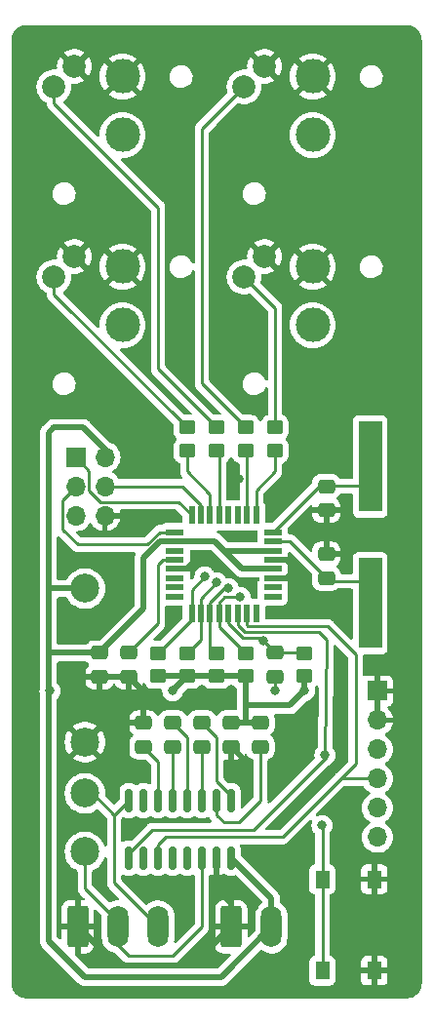
<source format=gm1>
%TF.GenerationSoftware,KiCad,Pcbnew,(7.0.0)*%
%TF.CreationDate,2023-10-19T20:40:40+02:00*%
%TF.ProjectId,SEM_ProjektoroSCH-Rev2,53454d5f-5072-46f6-9a65-6b746f726f53,2.3*%
%TF.SameCoordinates,Original*%
%TF.FileFunction,Profile,NP*%
%FSLAX46Y46*%
G04 Gerber Fmt 4.6, Leading zero omitted, Abs format (unit mm)*
G04 Created by KiCad (PCBNEW (7.0.0)) date 2023-10-19 20:40:40*
%MOMM*%
%LPD*%
G01*
G04 APERTURE LIST*
G04 Aperture macros list*
%AMRoundRect*
0 Rectangle with rounded corners*
0 $1 Rounding radius*
0 $2 $3 $4 $5 $6 $7 $8 $9 X,Y pos of 4 corners*
0 Add a 4 corners polygon primitive as box body*
4,1,4,$2,$3,$4,$5,$6,$7,$8,$9,$2,$3,0*
0 Add four circle primitives for the rounded corners*
1,1,$1+$1,$2,$3*
1,1,$1+$1,$4,$5*
1,1,$1+$1,$6,$7*
1,1,$1+$1,$8,$9*
0 Add four rect primitives between the rounded corners*
20,1,$1+$1,$2,$3,$4,$5,0*
20,1,$1+$1,$4,$5,$6,$7,0*
20,1,$1+$1,$6,$7,$8,$9,0*
20,1,$1+$1,$8,$9,$2,$3,0*%
G04 Aperture macros list end*
%TA.AperFunction,Profile*%
%ADD10C,0.100000*%
%TD*%
%TA.AperFunction,SMDPad,CuDef*%
%ADD11R,1.600000X0.550000*%
%TD*%
%TA.AperFunction,SMDPad,CuDef*%
%ADD12R,0.550000X1.600000*%
%TD*%
%TA.AperFunction,SMDPad,CuDef*%
%ADD13RoundRect,0.250000X-0.450000X0.350000X-0.450000X-0.350000X0.450000X-0.350000X0.450000X0.350000X0*%
%TD*%
%TA.AperFunction,ComponentPad*%
%ADD14RoundRect,0.250000X-0.650000X-1.550000X0.650000X-1.550000X0.650000X1.550000X-0.650000X1.550000X0*%
%TD*%
%TA.AperFunction,ComponentPad*%
%ADD15O,1.800000X3.600000*%
%TD*%
%TA.AperFunction,ComponentPad*%
%ADD16R,1.700000X1.700000*%
%TD*%
%TA.AperFunction,ComponentPad*%
%ADD17O,1.700000X1.700000*%
%TD*%
%TA.AperFunction,ComponentPad*%
%ADD18C,3.000000*%
%TD*%
%TA.AperFunction,ComponentPad*%
%ADD19C,2.000000*%
%TD*%
%TA.AperFunction,SMDPad,CuDef*%
%ADD20RoundRect,0.250000X-0.475000X0.337500X-0.475000X-0.337500X0.475000X-0.337500X0.475000X0.337500X0*%
%TD*%
%TA.AperFunction,SMDPad,CuDef*%
%ADD21C,2.500000*%
%TD*%
%TA.AperFunction,SMDPad,CuDef*%
%ADD22RoundRect,0.250000X0.475000X-0.337500X0.475000X0.337500X-0.475000X0.337500X-0.475000X-0.337500X0*%
%TD*%
%TA.AperFunction,SMDPad,CuDef*%
%ADD23R,2.000000X7.875000*%
%TD*%
%TA.AperFunction,SMDPad,CuDef*%
%ADD24R,1.300000X1.550000*%
%TD*%
%TA.AperFunction,SMDPad,CuDef*%
%ADD25RoundRect,0.150000X-0.150000X0.850000X-0.150000X-0.850000X0.150000X-0.850000X0.150000X0.850000X0*%
%TD*%
%TA.AperFunction,ViaPad*%
%ADD26C,0.800000*%
%TD*%
%TA.AperFunction,Conductor*%
%ADD27C,0.254000*%
%TD*%
%TA.AperFunction,Conductor*%
%ADD28C,0.508000*%
%TD*%
G04 APERTURE END LIST*
D10*
X163195000Y-50800000D02*
G75*
G03*
X161925000Y-49530000I-1270000J0D01*
G01*
X128905000Y-49530000D02*
X161925000Y-49530000D01*
X163195000Y-50800000D02*
X163195000Y-132715000D01*
X161925000Y-133985000D02*
X128905000Y-133985000D01*
X127635000Y-132715000D02*
G75*
G03*
X128905000Y-133985000I1270000J0D01*
G01*
X161925000Y-133985000D02*
G75*
G03*
X163195000Y-132715000I0J1270000D01*
G01*
X127635000Y-132715000D02*
X127635000Y-50800000D01*
X128905000Y-49530000D02*
G75*
G03*
X127635000Y-50800000I0J-1270000D01*
G01*
D11*
%TO.P,U2,1,PD3*%
%TO.N,unconnected-(U2-PD3-Pad1)*%
X150299999Y-99124999D03*
%TO.P,U2,2,PD4*%
%TO.N,unconnected-(U2-PD4-Pad2)*%
X150299999Y-98324999D03*
%TO.P,U2,3,GND*%
%TO.N,GND*%
X150299999Y-97524999D03*
%TO.P,U2,4,VCC*%
%TO.N,+5V*%
X150299999Y-96724999D03*
%TO.P,U2,5,GND*%
%TO.N,GND*%
X150299999Y-95924999D03*
%TO.P,U2,6,VCC*%
%TO.N,+5V*%
X150299999Y-95124999D03*
%TO.P,U2,7,XTAL1/PB6*%
%TO.N,Net-(U2-XTAL1{slash}PB6)*%
X150299999Y-94324999D03*
%TO.P,U2,8,XTAL2/PB7*%
%TO.N,Net-(U2-XTAL2{slash}PB7)*%
X150299999Y-93524999D03*
D12*
%TO.P,U2,9,PD5*%
%TO.N,PWM-4*%
X148849999Y-92074999D03*
%TO.P,U2,10,PD6*%
%TO.N,PWM-2*%
X148049999Y-92074999D03*
%TO.P,U2,11,PD7*%
%TO.N,unconnected-(U2-PD7-Pad11)*%
X147249999Y-92074999D03*
%TO.P,U2,12,PB0*%
%TO.N,unconnected-(U2-PB0-Pad12)*%
X146449999Y-92074999D03*
%TO.P,U2,13,PB1*%
%TO.N,PWM-1*%
X145649999Y-92074999D03*
%TO.P,U2,14,PB2*%
%TO.N,PWM-3*%
X144849999Y-92074999D03*
%TO.P,U2,15,PB3*%
%TO.N,MOSI*%
X144049999Y-92074999D03*
%TO.P,U2,16,PB4*%
%TO.N,MISO*%
X143249999Y-92074999D03*
D11*
%TO.P,U2,17,PB5*%
%TO.N,SCK*%
X141799999Y-93524999D03*
%TO.P,U2,18,AVCC*%
%TO.N,+5V*%
X141799999Y-94324999D03*
%TO.P,U2,19,ADC6*%
%TO.N,unconnected-(U2-ADC6-Pad19)*%
X141799999Y-95124999D03*
%TO.P,U2,20,AREF*%
%TO.N,Net-(U2-AREF)*%
X141799999Y-95924999D03*
%TO.P,U2,21,GND*%
%TO.N,GND*%
X141799999Y-96724999D03*
%TO.P,U2,22,ADC7*%
%TO.N,unconnected-(U2-ADC7-Pad22)*%
X141799999Y-97524999D03*
%TO.P,U2,23,PC0*%
%TO.N,unconnected-(U2-PC0-Pad23)*%
X141799999Y-98324999D03*
%TO.P,U2,24,PC1*%
%TO.N,unconnected-(U2-PC1-Pad24)*%
X141799999Y-99124999D03*
D12*
%TO.P,U2,25,PC2*%
%TO.N,BTN-3*%
X143249999Y-100574999D03*
%TO.P,U2,26,PC3*%
%TO.N,BTN-1*%
X144049999Y-100574999D03*
%TO.P,U2,27,PC4*%
%TO.N,BTN-2*%
X144849999Y-100574999D03*
%TO.P,U2,28,PC5*%
%TO.N,BTN-4*%
X145649999Y-100574999D03*
%TO.P,U2,29,~{RESET}/PC6*%
%TO.N,RST*%
X146449999Y-100574999D03*
%TO.P,U2,30,PD0*%
%TO.N,MCU-RX*%
X147249999Y-100574999D03*
%TO.P,U2,31,PD1*%
%TO.N,MCU-TX*%
X148049999Y-100574999D03*
%TO.P,U2,32,PD2*%
%TO.N,unconnected-(U2-PD2-Pad32)*%
X148849999Y-100574999D03*
%TD*%
D13*
%TO.P,R7,1*%
%TO.N,BTN-3*%
X140335000Y-104045000D03*
%TO.P,R7,2*%
%TO.N,+5V*%
X140335000Y-106045000D03*
%TD*%
%TO.P,R2,1*%
%TO.N,Net-(R2-Pad1)*%
X147955000Y-84455000D03*
%TO.P,R2,2*%
%TO.N,PWM-2*%
X147955000Y-86455000D03*
%TD*%
D14*
%TO.P,J2,1,Pin_1*%
%TO.N,GND*%
X133350000Y-127800000D03*
D15*
%TO.P,J2,2,Pin_2*%
%TO.N,232-TX*%
X136849999Y-127799999D03*
%TO.P,J2,3,Pin_3*%
%TO.N,232-RX*%
X140349999Y-127799999D03*
%TD*%
D13*
%TO.P,R8,1*%
%TO.N,BTN-4*%
X147955000Y-104045000D03*
%TO.P,R8,2*%
%TO.N,+5V*%
X147955000Y-106045000D03*
%TD*%
D16*
%TO.P,J3,1,Pin_1*%
%TO.N,GND*%
X159384999Y-107314999D03*
D17*
%TO.P,J3,2,Pin_2*%
X159384999Y-109854999D03*
%TO.P,J3,3,Pin_3*%
%TO.N,+5V*%
X159384999Y-112394999D03*
%TO.P,J3,4,Pin_4*%
%TO.N,MCU-TX*%
X159384999Y-114934999D03*
%TO.P,J3,5,Pin_5*%
%TO.N,MCU-RX*%
X159384999Y-117474999D03*
%TO.P,J3,6,Pin_6*%
%TO.N,PROG-DTR*%
X159384999Y-120014999D03*
%TD*%
D18*
%TO.P,SW4,1,A*%
%TO.N,GND*%
X153765000Y-70485000D03*
%TO.P,SW4,2,B*%
%TO.N,BTN-4*%
X153765000Y-75565000D03*
D19*
%TO.P,SW4,3,A*%
%TO.N,Net-(R4-Pad1)*%
X147796000Y-71374000D03*
%TO.P,SW4,4,K*%
%TO.N,GND*%
X149574000Y-69596000D03*
%TD*%
D20*
%TO.P,C4,1*%
%TO.N,GND*%
X139065000Y-110087500D03*
%TO.P,C4,2*%
%TO.N,Net-(U1-VS-)*%
X139065000Y-112162500D03*
%TD*%
D21*
%TO.P,RS-TX,1,1*%
%TO.N,232-TX*%
X133985000Y-121285000D03*
%TD*%
D20*
%TO.P,C9,1*%
%TO.N,GND*%
X154940000Y-95440000D03*
%TO.P,C9,2*%
%TO.N,Net-(U2-XTAL1{slash}PB6)*%
X154940000Y-97515000D03*
%TD*%
D22*
%TO.P,C6,1*%
%TO.N,Net-(U1-VS+)*%
X149225000Y-112162500D03*
%TO.P,C6,2*%
%TO.N,+5V*%
X149225000Y-110087500D03*
%TD*%
D21*
%TO.P,RS-RX,1,1*%
%TO.N,232-RX*%
X133985000Y-116205000D03*
%TD*%
D13*
%TO.P,R1,1*%
%TO.N,Net-(R1-Pad1)*%
X145415000Y-84455000D03*
%TO.P,R1,2*%
%TO.N,PWM-1*%
X145415000Y-86455000D03*
%TD*%
D22*
%TO.P,C10,1*%
%TO.N,GND*%
X154940000Y-91630000D03*
%TO.P,C10,2*%
%TO.N,Net-(U2-XTAL2{slash}PB7)*%
X154940000Y-89555000D03*
%TD*%
%TO.P,C7,1*%
%TO.N,GND*%
X135255000Y-106088000D03*
%TO.P,C7,2*%
%TO.N,+5V*%
X135255000Y-104013000D03*
%TD*%
D13*
%TO.P,R5,1*%
%TO.N,BTN-1*%
X142875000Y-104045000D03*
%TO.P,R5,2*%
%TO.N,+5V*%
X142875000Y-106045000D03*
%TD*%
%TO.P,R6,1*%
%TO.N,BTN-2*%
X145415000Y-104045000D03*
%TO.P,R6,2*%
%TO.N,+5V*%
X145415000Y-106045000D03*
%TD*%
D20*
%TO.P,C1,1*%
%TO.N,Net-(U1-C1+)*%
X144145000Y-110087500D03*
%TO.P,C1,2*%
%TO.N,Net-(U1-C1-)*%
X144145000Y-112162500D03*
%TD*%
%TO.P,C3,1*%
%TO.N,Net-(U1-C2+)*%
X141605000Y-110087500D03*
%TO.P,C3,2*%
%TO.N,Net-(U1-C2-)*%
X141605000Y-112162500D03*
%TD*%
D22*
%TO.P,C5,1*%
%TO.N,GND*%
X137795000Y-106088000D03*
%TO.P,C5,2*%
%TO.N,Net-(U2-AREF)*%
X137795000Y-104013000D03*
%TD*%
D14*
%TO.P,J1,1,Pin_1*%
%TO.N,GND*%
X146685000Y-127800000D03*
D15*
%TO.P,J1,2,Pin_2*%
%TO.N,+5V*%
X150184999Y-127799999D03*
%TD*%
D21*
%TO.P,GND,1,1*%
%TO.N,GND*%
X133985000Y-111760000D03*
%TD*%
D23*
%TO.P,Y1,1,1*%
%TO.N,Net-(U2-XTAL2{slash}PB7)*%
X158749999Y-87819999D03*
%TO.P,Y1,2,2*%
%TO.N,Net-(U2-XTAL1{slash}PB6)*%
X158749999Y-99694999D03*
%TD*%
D13*
%TO.P,R4,1*%
%TO.N,Net-(R4-Pad1)*%
X150495000Y-84455000D03*
%TO.P,R4,2*%
%TO.N,PWM-4*%
X150495000Y-86455000D03*
%TD*%
D20*
%TO.P,C8,1*%
%TO.N,RST*%
X150495000Y-104007500D03*
%TO.P,C8,2*%
%TO.N,PROG-DTR*%
X150495000Y-106082500D03*
%TD*%
D24*
%TO.P,SW5,1,A*%
%TO.N,GND*%
X159094999Y-123659999D03*
X159094999Y-131609999D03*
%TO.P,SW5,2,B*%
%TO.N,RST*%
X154594999Y-123659999D03*
X154594999Y-131609999D03*
%TD*%
D13*
%TO.P,R3,1*%
%TO.N,Net-(R3-Pad1)*%
X142875000Y-84455000D03*
%TO.P,R3,2*%
%TO.N,PWM-3*%
X142875000Y-86455000D03*
%TD*%
D18*
%TO.P,SW1,1,A*%
%TO.N,GND*%
X137255000Y-53975000D03*
%TO.P,SW1,2,B*%
%TO.N,BTN-1*%
X137255000Y-59055000D03*
D19*
%TO.P,SW1,3,A*%
%TO.N,Net-(R1-Pad1)*%
X131286000Y-54864000D03*
%TO.P,SW1,4,K*%
%TO.N,GND*%
X133064000Y-53086000D03*
%TD*%
%TO.P,SW2,4,K*%
%TO.N,GND*%
X149574000Y-53086000D03*
%TO.P,SW2,3,A*%
%TO.N,Net-(R2-Pad1)*%
X147796000Y-54864000D03*
D18*
%TO.P,SW2,2,B*%
%TO.N,BTN-2*%
X153765000Y-59055000D03*
%TO.P,SW2,1,A*%
%TO.N,GND*%
X153765000Y-53975000D03*
%TD*%
D25*
%TO.P,U1,1,C1+*%
%TO.N,Net-(U1-C1+)*%
X146685000Y-116840000D03*
%TO.P,U1,2,VS+*%
%TO.N,Net-(U1-VS+)*%
X145415000Y-116840000D03*
%TO.P,U1,3,C1-*%
%TO.N,Net-(U1-C1-)*%
X144145000Y-116840000D03*
%TO.P,U1,4,C2+*%
%TO.N,Net-(U1-C2+)*%
X142875000Y-116840000D03*
%TO.P,U1,5,C2-*%
%TO.N,Net-(U1-C2-)*%
X141605000Y-116840000D03*
%TO.P,U1,6,VS-*%
%TO.N,Net-(U1-VS-)*%
X140335000Y-116840000D03*
%TO.P,U1,7,T2OUT*%
%TO.N,unconnected-(U1-T2OUT-Pad7)*%
X139065000Y-116840000D03*
%TO.P,U1,8,R2IN*%
%TO.N,232-RX*%
X137795000Y-116840000D03*
%TO.P,U1,9,R2OUT*%
%TO.N,MCU-RX*%
X137795000Y-121840000D03*
%TO.P,U1,10,T2IN*%
%TO.N,unconnected-(U1-T2IN-Pad10)*%
X139065000Y-121840000D03*
%TO.P,U1,11,T1IN*%
%TO.N,MCU-TX*%
X140335000Y-121840000D03*
%TO.P,U1,12,R1OUT*%
%TO.N,unconnected-(U1-R1OUT-Pad12)*%
X141605000Y-121840000D03*
%TO.P,U1,13,R1IN*%
%TO.N,unconnected-(U1-R1IN-Pad13)*%
X142875000Y-121840000D03*
%TO.P,U1,14,T1OUT*%
%TO.N,232-TX*%
X144145000Y-121840000D03*
%TO.P,U1,15,GND*%
%TO.N,GND*%
X145415000Y-121840000D03*
%TO.P,U1,16,VCC*%
%TO.N,+5V*%
X146685000Y-121840000D03*
%TD*%
D21*
%TO.P,5V,1,1*%
%TO.N,+5V*%
X133985000Y-98425000D03*
%TD*%
D16*
%TO.P,J4,1,Pin_1*%
%TO.N,MISO*%
X133174999Y-87009999D03*
D17*
%TO.P,J4,2,Pin_2*%
%TO.N,+5V*%
X135714999Y-87009999D03*
%TO.P,J4,3,Pin_3*%
%TO.N,SCK*%
X133174999Y-89549999D03*
%TO.P,J4,4,Pin_4*%
%TO.N,MOSI*%
X135714999Y-89549999D03*
%TO.P,J4,5,Pin_5*%
%TO.N,RST*%
X133174999Y-92089999D03*
%TO.P,J4,6,Pin_6*%
%TO.N,GND*%
X135714999Y-92089999D03*
%TD*%
D13*
%TO.P,R9,1*%
%TO.N,RST*%
X153035000Y-104045000D03*
%TO.P,R9,2*%
%TO.N,+5V*%
X153035000Y-106045000D03*
%TD*%
D20*
%TO.P,C2,1*%
%TO.N,+5V*%
X146685000Y-110087500D03*
%TO.P,C2,2*%
%TO.N,GND*%
X146685000Y-112162500D03*
%TD*%
D19*
%TO.P,SW3,4,K*%
%TO.N,GND*%
X133064000Y-69596000D03*
%TO.P,SW3,3,A*%
%TO.N,Net-(R3-Pad1)*%
X131286000Y-71374000D03*
D18*
%TO.P,SW3,2,B*%
%TO.N,BTN-3*%
X137255000Y-75565000D03*
%TO.P,SW3,1,A*%
%TO.N,GND*%
X137255000Y-70485000D03*
%TD*%
D26*
%TO.N,BTN-2*%
X146431000Y-98425000D03*
%TO.N,RST*%
X154559000Y-118999000D03*
%TO.N,MCU-RX*%
X154813000Y-112903000D03*
%TO.N,GND*%
X143510000Y-50165000D03*
%TO.N,BTN-3*%
X144399000Y-97409000D03*
%TO.N,BTN-4*%
X147447000Y-99175498D03*
%TO.N,GND*%
X143510000Y-133350000D03*
X162560000Y-75565000D03*
%TO.N,RST*%
X149479000Y-102997000D03*
%TO.N,BTN-1*%
X145415000Y-97917000D03*
%TO.N,PROG-DTR*%
X150495000Y-107315000D03*
%TO.N,GND*%
X133350000Y-133350000D03*
%TO.N,+5V*%
X141605000Y-107315000D03*
%TO.N,GND*%
X161925000Y-50800000D03*
X155067000Y-93345000D03*
X162560000Y-126365000D03*
X154940000Y-84455000D03*
X128270000Y-116205000D03*
X128270000Y-85725000D03*
X162560000Y-70485000D03*
X128270000Y-95885000D03*
X162560000Y-60325000D03*
X162560000Y-121285000D03*
X162560000Y-65405000D03*
X128270000Y-65405000D03*
X128270000Y-126365000D03*
X144145000Y-107950000D03*
X152019000Y-96901000D03*
X153670000Y-133350000D03*
X148590000Y-50165000D03*
X162560000Y-100965000D03*
X147320000Y-93980000D03*
%TO.N,+5V*%
X153035000Y-107315000D03*
%TO.N,GND*%
X128270000Y-90805000D03*
X147320000Y-88900000D03*
X153670000Y-50165000D03*
X137795000Y-113665000D03*
X128270000Y-111125000D03*
X128270000Y-106045000D03*
X156210000Y-111760000D03*
%TO.N,+5V*%
X130937000Y-107315000D03*
%TO.N,GND*%
X162560000Y-111125000D03*
X142240000Y-124460000D03*
X162560000Y-85725000D03*
X128270000Y-75565000D03*
X139065000Y-88265000D03*
X151130000Y-121920000D03*
X161925000Y-132715000D03*
X128270000Y-60325000D03*
X151765000Y-113030000D03*
X162560000Y-80645000D03*
X141605000Y-100965000D03*
X136525000Y-95885000D03*
X128270000Y-121285000D03*
X137033000Y-110109000D03*
X158750000Y-133350000D03*
X143383000Y-96393000D03*
X138430000Y-133350000D03*
X158750000Y-50165000D03*
X128270000Y-100965000D03*
X135255000Y-123825000D03*
X162560000Y-90805000D03*
X148590000Y-133350000D03*
X128270000Y-55245000D03*
X147955000Y-113411000D03*
X137795000Y-119380000D03*
X162560000Y-116205000D03*
X128270000Y-70485000D03*
X162560000Y-95885000D03*
X162560000Y-106045000D03*
X128270000Y-80645000D03*
X138430000Y-50165000D03*
X133350000Y-50165000D03*
X128905000Y-132715000D03*
X159095000Y-127381000D03*
X162560000Y-55245000D03*
X128905000Y-50800000D03*
%TD*%
D27*
%TO.N,Net-(U1-VS+)*%
X146050000Y-118745000D02*
X145415000Y-118110000D01*
%TO.N,Net-(U2-AREF)*%
X140335000Y-96336000D02*
X140335000Y-101473000D01*
%TO.N,Net-(U1-VS+)*%
X145415000Y-118110000D02*
X145415000Y-116840000D01*
X147320000Y-118745000D02*
X146050000Y-118745000D01*
X149225000Y-112162500D02*
X149225000Y-116840000D01*
X149225000Y-116840000D02*
X147320000Y-118745000D01*
%TO.N,Net-(U2-XTAL1{slash}PB6)*%
X154940000Y-97515000D02*
X151750000Y-94325000D01*
D28*
%TO.N,+5V*%
X153035000Y-107315000D02*
X153035000Y-106553000D01*
X151765000Y-108585000D02*
X153035000Y-107315000D01*
X130810000Y-100330000D02*
X130810000Y-94615000D01*
D27*
%TO.N,Net-(U1-C1+)*%
X145415000Y-111357500D02*
X145415000Y-115165420D01*
D28*
%TO.N,+5V*%
X130810000Y-98425000D02*
X133985000Y-98425000D01*
D27*
%TO.N,Net-(U1-C1+)*%
X144145000Y-110087500D02*
X145415000Y-111357500D01*
%TO.N,Net-(U1-VS-)*%
X140335000Y-116840000D02*
X140335000Y-113432500D01*
D28*
%TO.N,+5V*%
X140335000Y-106045000D02*
X147955000Y-106045000D01*
D27*
%TO.N,Net-(U1-C1+)*%
X146685000Y-116435420D02*
X146685000Y-116840000D01*
D28*
%TO.N,+5V*%
X130810000Y-107442000D02*
X130810000Y-128997803D01*
X146685000Y-110087500D02*
X147955000Y-110087500D01*
D27*
%TO.N,Net-(U1-C1-)*%
X144145000Y-116840000D02*
X144145000Y-112162500D01*
D28*
%TO.N,+5V*%
X130810000Y-94615000D02*
X130810000Y-94150000D01*
X147955000Y-106045000D02*
X147955000Y-108585000D01*
X135715000Y-86365000D02*
X133805000Y-84455000D01*
X147955000Y-108585000D02*
X151765000Y-108585000D01*
X139065000Y-95752000D02*
X139065000Y-100203000D01*
X130810000Y-100330000D02*
X130810000Y-98425000D01*
X150185000Y-125340000D02*
X146685000Y-121840000D01*
X130810000Y-107188000D02*
X130937000Y-107315000D01*
X130937000Y-104013000D02*
X130810000Y-104140000D01*
X135255000Y-104013000D02*
X130937000Y-104013000D01*
X147650000Y-96725000D02*
X150300000Y-96725000D01*
X131275000Y-84455000D02*
X130810000Y-84920000D01*
X145250000Y-94325000D02*
X146050000Y-95125000D01*
X146050000Y-95125000D02*
X147650000Y-96725000D01*
X130810000Y-128997803D02*
X133965197Y-132153000D01*
X147955000Y-108585000D02*
X147955000Y-110087500D01*
X135715000Y-87010000D02*
X135715000Y-86365000D01*
X130810000Y-84920000D02*
X130810000Y-94150000D01*
X145832000Y-132153000D02*
X150185000Y-127800000D01*
D27*
%TO.N,Net-(U1-C2+)*%
X142875000Y-116840000D02*
X142875000Y-111357500D01*
D28*
%TO.N,+5V*%
X133965197Y-132153000D02*
X145832000Y-132153000D01*
X141800000Y-94325000D02*
X140492000Y-94325000D01*
X130810000Y-104140000D02*
X130810000Y-107188000D01*
X147955000Y-110087500D02*
X149225000Y-110087500D01*
X130810000Y-104140000D02*
X130810000Y-102870000D01*
D27*
%TO.N,Net-(U1-VS-)*%
X140335000Y-113432500D02*
X139065000Y-112162500D01*
D28*
%TO.N,+5V*%
X146050000Y-95125000D02*
X150300000Y-95125000D01*
X141800000Y-94325000D02*
X145250000Y-94325000D01*
D27*
%TO.N,Net-(U1-C1+)*%
X145415000Y-115165420D02*
X146685000Y-116435420D01*
%TO.N,Net-(U1-C2+)*%
X142875000Y-111357500D02*
X141605000Y-110087500D01*
D28*
%TO.N,+5V*%
X130810000Y-102870000D02*
X130810000Y-100330000D01*
D27*
%TO.N,Net-(U1-C2-)*%
X141605000Y-116840000D02*
X141605000Y-112162500D01*
%TO.N,Net-(U2-AREF)*%
X140746000Y-95925000D02*
X140335000Y-96336000D01*
D28*
%TO.N,GND*%
X155067000Y-93345000D02*
X154940000Y-93218000D01*
X137011500Y-110087500D02*
X135657500Y-110087500D01*
%TO.N,+5V*%
X142875000Y-106045000D02*
X141605000Y-107315000D01*
X153035000Y-106553000D02*
X153035000Y-106045000D01*
%TO.N,GND*%
X137033000Y-110109000D02*
X137011500Y-110087500D01*
X152019000Y-96989000D02*
X151483000Y-97525000D01*
%TO.N,+5V*%
X139065000Y-100203000D02*
X135255000Y-104013000D01*
%TO.N,GND*%
X151483000Y-95925000D02*
X152019000Y-96461000D01*
X142859261Y-96725000D02*
X141800000Y-96725000D01*
%TO.N,+5V*%
X130937000Y-107315000D02*
X130810000Y-107442000D01*
%TO.N,GND*%
X143383000Y-96393000D02*
X143191261Y-96393000D01*
X154940000Y-95440000D02*
X154940000Y-93472000D01*
X137054500Y-110087500D02*
X137033000Y-110109000D01*
X152019000Y-96461000D02*
X152019000Y-96901000D01*
X147955000Y-113411000D02*
X147955000Y-113411000D01*
X154940000Y-93472000D02*
X155067000Y-93345000D01*
X147955000Y-113411000D02*
X147701000Y-113157000D01*
X143294000Y-131191000D02*
X136741000Y-131191000D01*
X159095000Y-127381000D02*
X159095000Y-131610000D01*
X139065000Y-110087500D02*
X137054500Y-110087500D01*
X136741000Y-131191000D02*
X133350000Y-127800000D01*
X143191261Y-96393000D02*
X142859261Y-96725000D01*
X151483000Y-97525000D02*
X150300000Y-97525000D01*
X135255000Y-106088000D02*
X137795000Y-106088000D01*
X159095000Y-127381000D02*
X159095000Y-123660000D01*
X135657500Y-110087500D02*
X133985000Y-111760000D01*
D27*
%TO.N,Net-(U2-AREF)*%
X140335000Y-101473000D02*
X137795000Y-104013000D01*
D28*
%TO.N,GND*%
X154940000Y-93218000D02*
X154940000Y-91630000D01*
X147955000Y-113411000D02*
X147955000Y-113411000D01*
D27*
%TO.N,Net-(U2-AREF)*%
X141800000Y-95925000D02*
X140746000Y-95925000D01*
D28*
%TO.N,+5V*%
X150185000Y-127800000D02*
X150185000Y-125340000D01*
X133805000Y-84455000D02*
X131275000Y-84455000D01*
%TO.N,GND*%
X139065000Y-107358000D02*
X137795000Y-106088000D01*
%TO.N,+5V*%
X140492000Y-94325000D02*
X139065000Y-95752000D01*
%TO.N,GND*%
X146685000Y-112162500D02*
X146706500Y-112162500D01*
X146685000Y-125730000D02*
X146685000Y-127800000D01*
X150300000Y-95925000D02*
X151483000Y-95925000D01*
X159385000Y-109855000D02*
X159385000Y-107315000D01*
X152019000Y-96901000D02*
X152019000Y-96989000D01*
X145415000Y-121840000D02*
X145415000Y-124460000D01*
X146706500Y-112162500D02*
X147955000Y-113411000D01*
X139065000Y-110087500D02*
X139065000Y-107358000D01*
X145415000Y-124460000D02*
X146685000Y-125730000D01*
X139065000Y-110087500D02*
X138832500Y-109855000D01*
X146685000Y-127800000D02*
X143294000Y-131191000D01*
D27*
%TO.N,Net-(R1-Pad1)*%
X140335000Y-79375000D02*
X140335000Y-65327213D01*
%TO.N,BTN-4*%
X145650000Y-101740000D02*
X147955000Y-104045000D01*
%TO.N,Net-(R1-Pad1)*%
X131286000Y-56278213D02*
X131286000Y-54864000D01*
%TO.N,Net-(R2-Pad1)*%
X144145000Y-58515000D02*
X147796000Y-54864000D01*
%TO.N,Net-(R3-Pad1)*%
X131286000Y-72866000D02*
X131286000Y-71374000D01*
%TO.N,Net-(R4-Pad1)*%
X150495000Y-84455000D02*
X150495000Y-74073000D01*
%TO.N,Net-(R2-Pad1)*%
X147955000Y-84455000D02*
X144145000Y-80645000D01*
X144145000Y-80645000D02*
X144145000Y-58515000D01*
%TO.N,Net-(R3-Pad1)*%
X142875000Y-84455000D02*
X131286000Y-72866000D01*
%TO.N,Net-(R4-Pad1)*%
X150495000Y-74073000D02*
X147796000Y-71374000D01*
%TO.N,Net-(R1-Pad1)*%
X140335000Y-65327213D02*
X131286000Y-56278213D01*
%TO.N,BTN-4*%
X146120502Y-99175498D02*
X145650000Y-99646000D01*
%TO.N,Net-(R1-Pad1)*%
X145415000Y-84455000D02*
X140335000Y-79375000D01*
%TO.N,MCU-TX*%
X148050000Y-100575000D02*
X148050000Y-101629000D01*
X151130000Y-120015000D02*
X140970000Y-120015000D01*
X157480000Y-113665000D02*
X156210000Y-114935000D01*
X155042000Y-101702000D02*
X157480000Y-104140000D01*
X140970000Y-120015000D02*
X140335000Y-120650000D01*
%TO.N,MOSI*%
X135715000Y-89550000D02*
X142454000Y-89550000D01*
%TO.N,PWM-1*%
X145650000Y-86690000D02*
X145650000Y-92075000D01*
%TO.N,MISO*%
X133175000Y-87010000D02*
X134352000Y-88187000D01*
X134352000Y-88187000D02*
X134352000Y-89902000D01*
%TO.N,MOSI*%
X142454000Y-89550000D02*
X144050000Y-91146000D01*
%TO.N,MISO*%
X134352000Y-89902000D02*
X135363000Y-90913000D01*
%TO.N,PWM-3*%
X144850000Y-92075000D02*
X144850000Y-90240000D01*
%TO.N,PWM-4*%
X150495000Y-88265000D02*
X148850000Y-89910000D01*
X150495000Y-86455000D02*
X150495000Y-88265000D01*
X148850000Y-89910000D02*
X148850000Y-92075000D01*
%TO.N,MCU-TX*%
X140335000Y-120650000D02*
X140335000Y-121840000D01*
%TO.N,BTN-1*%
X144050000Y-102870000D02*
X142875000Y-104045000D01*
%TO.N,MISO*%
X142088000Y-90913000D02*
X143250000Y-92075000D01*
%TO.N,BTN-1*%
X145415000Y-97917000D02*
X144050000Y-99282000D01*
%TO.N,BTN-2*%
X144850000Y-100575000D02*
X144850000Y-103480000D01*
%TO.N,SCK*%
X133350000Y-94615000D02*
X139380342Y-94615000D01*
%TO.N,MCU-TX*%
X148050000Y-101629000D02*
X148123000Y-101702000D01*
%TO.N,BTN-2*%
X146071000Y-98425000D02*
X144850000Y-99646000D01*
%TO.N,MCU-TX*%
X156210000Y-114935000D02*
X159385000Y-114935000D01*
%TO.N,SCK*%
X131998000Y-90727000D02*
X131998000Y-93263000D01*
%TO.N,PWM-3*%
X142875000Y-88265000D02*
X142875000Y-86455000D01*
%TO.N,BTN-1*%
X144050000Y-99282000D02*
X144050000Y-100575000D01*
%TO.N,BTN-3*%
X143250000Y-98558000D02*
X143250000Y-100575000D01*
%TO.N,MCU-TX*%
X148123000Y-101702000D02*
X155042000Y-101702000D01*
%TO.N,SCK*%
X133175000Y-89550000D02*
X131998000Y-90727000D01*
%TO.N,BTN-3*%
X144399000Y-97409000D02*
X143250000Y-98558000D01*
%TO.N,PWM-2*%
X148050000Y-92075000D02*
X148050000Y-86550000D01*
%TO.N,SCK*%
X139380342Y-94615000D02*
X140470342Y-93525000D01*
%TO.N,MOSI*%
X144050000Y-91146000D02*
X144050000Y-92075000D01*
%TO.N,MCU-RX*%
X154305000Y-102235000D02*
X154940000Y-102870000D01*
%TO.N,PWM-1*%
X145415000Y-86455000D02*
X145650000Y-86690000D01*
%TO.N,MCU-TX*%
X157480000Y-104140000D02*
X157480000Y-113665000D01*
%TO.N,PWM-2*%
X148050000Y-86550000D02*
X147955000Y-86455000D01*
%TO.N,PWM-3*%
X144850000Y-90240000D02*
X142875000Y-88265000D01*
%TO.N,MCU-RX*%
X137795000Y-121435420D02*
X137795000Y-121840000D01*
%TO.N,SCK*%
X140470342Y-93525000D02*
X141800000Y-93525000D01*
%TO.N,BTN-2*%
X144850000Y-103480000D02*
X145415000Y-104045000D01*
%TO.N,BTN-3*%
X143250000Y-101130000D02*
X140335000Y-104045000D01*
%TO.N,MCU-RX*%
X147250000Y-101629000D02*
X147856000Y-102235000D01*
%TO.N,BTN-2*%
X144850000Y-99646000D02*
X144850000Y-100575000D01*
%TO.N,BTN-1*%
X144050000Y-100575000D02*
X144050000Y-102870000D01*
%TO.N,BTN-2*%
X146431000Y-98425000D02*
X146071000Y-98425000D01*
%TO.N,BTN-4*%
X147447000Y-99175498D02*
X146120502Y-99175498D01*
%TO.N,SCK*%
X131998000Y-93263000D02*
X133350000Y-94615000D01*
%TO.N,BTN-4*%
X145650000Y-100575000D02*
X145650000Y-101740000D01*
%TO.N,MCU-RX*%
X154940000Y-102870000D02*
X154813000Y-112903000D01*
%TO.N,MISO*%
X135363000Y-90913000D02*
X142088000Y-90913000D01*
%TO.N,BTN-3*%
X143250000Y-100575000D02*
X143250000Y-101130000D01*
%TO.N,BTN-4*%
X145650000Y-99646000D02*
X145650000Y-100575000D01*
%TO.N,MCU-TX*%
X156210000Y-114935000D02*
X151130000Y-120015000D01*
%TO.N,Net-(U2-XTAL2{slash}PB7)*%
X158750000Y-89535000D02*
X154960000Y-89535000D01*
%TO.N,RST*%
X154595000Y-119035000D02*
X154559000Y-118999000D01*
X146450000Y-101471052D02*
X146450000Y-100575000D01*
X149479000Y-102997000D02*
X149479000Y-102991500D01*
X152997500Y-104007500D02*
X153035000Y-104045000D01*
X154595000Y-123660000D02*
X154595000Y-131610000D01*
%TO.N,Net-(U2-XTAL2{slash}PB7)*%
X158750000Y-87820000D02*
X158750000Y-89535000D01*
%TO.N,232-RX*%
X136525000Y-123975000D02*
X136525000Y-118110000D01*
%TO.N,Net-(U2-XTAL1{slash}PB6)*%
X158750000Y-97790000D02*
X155215000Y-97790000D01*
%TO.N,232-RX*%
X136525000Y-118110000D02*
X137795000Y-116840000D01*
X134620000Y-116205000D02*
X133985000Y-116205000D01*
%TO.N,232-TX*%
X136850000Y-129395000D02*
X137795000Y-130340000D01*
%TO.N,RST*%
X150495000Y-104007500D02*
X152997500Y-104007500D01*
%TO.N,Net-(U2-XTAL1{slash}PB6)*%
X155215000Y-97790000D02*
X154940000Y-97515000D01*
%TO.N,Net-(U2-XTAL2{slash}PB7)*%
X154960000Y-89535000D02*
X154940000Y-89555000D01*
%TO.N,232-RX*%
X140350000Y-127800000D02*
X136525000Y-123975000D01*
%TO.N,PROG-DTR*%
X150495000Y-106082500D02*
X150495000Y-107315000D01*
%TO.N,232-TX*%
X141605000Y-130340000D02*
X144145000Y-127800000D01*
%TO.N,MCU-RX*%
X139850420Y-119380000D02*
X137795000Y-121435420D01*
X154940000Y-113030000D02*
X148590000Y-119380000D01*
%TO.N,Net-(U2-XTAL1{slash}PB6)*%
X158750000Y-99695000D02*
X158750000Y-97790000D01*
%TO.N,232-TX*%
X133985000Y-124460000D02*
X133985000Y-121285000D01*
X136850000Y-127800000D02*
X136850000Y-129395000D01*
%TO.N,Net-(U2-XTAL2{slash}PB7)*%
X154940000Y-89555000D02*
X154270000Y-89555000D01*
%TO.N,RST*%
X149479000Y-102991500D02*
X149176500Y-102689000D01*
%TO.N,232-TX*%
X144145000Y-127800000D02*
X144145000Y-121840000D01*
%TO.N,RST*%
X150495000Y-104007500D02*
X149484500Y-102997000D01*
%TO.N,232-RX*%
X136525000Y-118110000D02*
X134620000Y-116205000D01*
%TO.N,MCU-RX*%
X147856000Y-102235000D02*
X154305000Y-102235000D01*
X147250000Y-100575000D02*
X147250000Y-101629000D01*
%TO.N,RST*%
X149484500Y-102997000D02*
X149479000Y-102997000D01*
X154595000Y-123660000D02*
X154595000Y-119035000D01*
%TO.N,232-TX*%
X136850000Y-127325000D02*
X133985000Y-124460000D01*
%TO.N,MCU-RX*%
X148590000Y-119380000D02*
X139850420Y-119380000D01*
%TO.N,232-TX*%
X136850000Y-127800000D02*
X136850000Y-127325000D01*
%TO.N,MCU-RX*%
X154813000Y-112903000D02*
X154940000Y-113030000D01*
%TO.N,232-TX*%
X137795000Y-130340000D02*
X141605000Y-130340000D01*
%TO.N,RST*%
X149176500Y-102689000D02*
X147667948Y-102689000D01*
%TO.N,Net-(U2-XTAL2{slash}PB7)*%
X154270000Y-89555000D02*
X150300000Y-93525000D01*
%TO.N,Net-(U2-XTAL1{slash}PB6)*%
X151750000Y-94325000D02*
X150300000Y-94325000D01*
%TO.N,RST*%
X147667948Y-102689000D02*
X146450000Y-101471052D01*
%TD*%
%TA.AperFunction,Conductor*%
%TO.N,GND*%
G36*
X134141513Y-104779892D02*
G01*
X134184203Y-104814154D01*
X134187288Y-104819156D01*
X134311344Y-104943212D01*
X134317488Y-104947002D01*
X134323157Y-104951484D01*
X134322008Y-104952936D01*
X134357832Y-104990353D01*
X134373559Y-105050781D01*
X134357844Y-105111212D01*
X134322266Y-105148386D01*
X134323471Y-105149910D01*
X134306544Y-105163294D01*
X134192794Y-105277044D01*
X134183890Y-105288305D01*
X134099432Y-105425233D01*
X134093370Y-105438232D01*
X134042624Y-105591374D01*
X134039805Y-105604541D01*
X134030319Y-105697390D01*
X134030000Y-105703668D01*
X134030000Y-105821674D01*
X134033450Y-105834549D01*
X134046326Y-105838000D01*
X135381000Y-105838000D01*
X135443000Y-105854613D01*
X135488387Y-105900000D01*
X135505000Y-105962000D01*
X135505000Y-107159173D01*
X135508450Y-107172048D01*
X135521326Y-107175499D01*
X135776829Y-107175499D01*
X135783111Y-107175178D01*
X135875959Y-107165694D01*
X135889122Y-107162876D01*
X136042267Y-107112129D01*
X136055266Y-107106067D01*
X136192194Y-107021609D01*
X136203455Y-107012705D01*
X136317205Y-106898955D01*
X136326109Y-106887694D01*
X136410569Y-106750764D01*
X136412617Y-106746373D01*
X136458374Y-106694195D01*
X136525000Y-106674775D01*
X136591626Y-106694195D01*
X136637383Y-106746373D01*
X136639430Y-106750764D01*
X136723890Y-106887694D01*
X136732794Y-106898955D01*
X136846544Y-107012705D01*
X136857805Y-107021609D01*
X136994733Y-107106067D01*
X137007732Y-107112129D01*
X137160874Y-107162875D01*
X137174041Y-107165694D01*
X137266890Y-107175180D01*
X137273168Y-107175500D01*
X137528674Y-107175500D01*
X137541549Y-107172049D01*
X137545000Y-107159174D01*
X137545000Y-105962000D01*
X137561613Y-105900000D01*
X137607000Y-105854613D01*
X137669000Y-105838000D01*
X137921000Y-105838000D01*
X137983000Y-105854613D01*
X138028387Y-105900000D01*
X138045000Y-105962000D01*
X138045000Y-107159173D01*
X138048450Y-107172048D01*
X138061326Y-107175499D01*
X138316829Y-107175499D01*
X138323111Y-107175178D01*
X138415959Y-107165694D01*
X138429122Y-107162876D01*
X138582267Y-107112129D01*
X138595266Y-107106067D01*
X138732194Y-107021609D01*
X138743455Y-107012705D01*
X138857205Y-106898955D01*
X138866109Y-106887694D01*
X138950567Y-106750766D01*
X138956630Y-106737765D01*
X138964584Y-106713762D01*
X138997718Y-106662081D01*
X139051582Y-106632627D01*
X139112973Y-106632621D01*
X139166843Y-106662063D01*
X139192485Y-106702041D01*
X139194862Y-106700933D01*
X139197914Y-106707478D01*
X139200186Y-106714334D01*
X139203977Y-106720480D01*
X139288497Y-106857511D01*
X139288500Y-106857515D01*
X139292288Y-106863656D01*
X139416344Y-106987712D01*
X139422484Y-106991499D01*
X139422488Y-106991502D01*
X139469436Y-107020459D01*
X139565666Y-107079814D01*
X139732203Y-107134999D01*
X139834991Y-107145500D01*
X140579638Y-107145499D01*
X140645347Y-107164340D01*
X140691087Y-107215138D01*
X140702959Y-107282456D01*
X140700219Y-107308534D01*
X140700219Y-107308539D01*
X140699540Y-107315000D01*
X140700219Y-107321460D01*
X140718646Y-107496795D01*
X140718647Y-107496803D01*
X140719326Y-107503256D01*
X140721331Y-107509428D01*
X140721333Y-107509435D01*
X140775813Y-107677105D01*
X140777821Y-107683284D01*
X140781068Y-107688908D01*
X140781069Y-107688910D01*
X140853224Y-107813887D01*
X140872467Y-107847216D01*
X140876811Y-107852041D01*
X140876813Y-107852043D01*
X140994779Y-107983057D01*
X140999129Y-107987888D01*
X141152270Y-108099151D01*
X141325197Y-108176144D01*
X141510354Y-108215500D01*
X141693143Y-108215500D01*
X141699646Y-108215500D01*
X141884803Y-108176144D01*
X142057730Y-108099151D01*
X142210871Y-107987888D01*
X142337533Y-107847216D01*
X142432179Y-107683284D01*
X142484799Y-107521334D01*
X142515047Y-107471975D01*
X142805204Y-107181818D01*
X142845433Y-107154938D01*
X142892886Y-107145499D01*
X143371859Y-107145499D01*
X143375008Y-107145499D01*
X143477797Y-107134999D01*
X143644334Y-107079814D01*
X143793656Y-106987712D01*
X143917712Y-106863656D01*
X143921507Y-106857502D01*
X143925982Y-106851844D01*
X143926979Y-106852632D01*
X143966058Y-106815223D01*
X144026490Y-106799500D01*
X144263510Y-106799500D01*
X144323942Y-106815223D01*
X144363020Y-106852632D01*
X144364018Y-106851844D01*
X144368493Y-106857504D01*
X144372288Y-106863656D01*
X144496344Y-106987712D01*
X144502484Y-106991499D01*
X144502488Y-106991502D01*
X144549436Y-107020459D01*
X144645666Y-107079814D01*
X144812203Y-107134999D01*
X144914991Y-107145500D01*
X145915008Y-107145499D01*
X146017797Y-107134999D01*
X146184334Y-107079814D01*
X146333656Y-106987712D01*
X146457712Y-106863656D01*
X146461507Y-106857502D01*
X146465982Y-106851844D01*
X146466979Y-106852632D01*
X146506058Y-106815223D01*
X146566490Y-106799500D01*
X146803510Y-106799500D01*
X146863942Y-106815223D01*
X146903020Y-106852632D01*
X146904018Y-106851844D01*
X146908493Y-106857504D01*
X146912288Y-106863656D01*
X147036344Y-106987712D01*
X147135180Y-107048674D01*
X147141597Y-107052632D01*
X147184777Y-107097739D01*
X147200500Y-107158171D01*
X147200500Y-108559449D01*
X147200290Y-108566659D01*
X147197068Y-108621959D01*
X147197068Y-108621967D01*
X147196649Y-108629169D01*
X147197901Y-108636273D01*
X147197902Y-108636279D01*
X147198616Y-108640323D01*
X147200500Y-108661856D01*
X147200500Y-108875500D01*
X147183887Y-108937500D01*
X147138500Y-108982887D01*
X147076500Y-108999500D01*
X146163141Y-108999500D01*
X146163121Y-108999500D01*
X146159992Y-108999501D01*
X146156860Y-108999820D01*
X146156858Y-108999821D01*
X146063938Y-109009312D01*
X146063928Y-109009313D01*
X146057203Y-109010001D01*
X146050781Y-109012128D01*
X146050776Y-109012130D01*
X145897521Y-109062914D01*
X145897517Y-109062915D01*
X145890666Y-109065186D01*
X145884522Y-109068975D01*
X145884519Y-109068977D01*
X145747488Y-109153497D01*
X145747480Y-109153503D01*
X145741344Y-109157288D01*
X145736242Y-109162389D01*
X145736238Y-109162393D01*
X145622393Y-109276238D01*
X145622389Y-109276242D01*
X145617288Y-109281344D01*
X145613503Y-109287480D01*
X145613497Y-109287488D01*
X145528976Y-109424520D01*
X145528973Y-109424525D01*
X145525648Y-109429915D01*
X145525645Y-109429920D01*
X145525186Y-109430666D01*
X145525060Y-109430588D01*
X145481624Y-109480116D01*
X145415000Y-109499535D01*
X145348376Y-109480116D01*
X145304939Y-109430588D01*
X145304814Y-109430666D01*
X145304354Y-109429920D01*
X145304353Y-109429919D01*
X145248325Y-109339082D01*
X145216502Y-109287488D01*
X145216500Y-109287485D01*
X145212712Y-109281344D01*
X145088656Y-109157288D01*
X145082515Y-109153500D01*
X145082511Y-109153497D01*
X144945480Y-109068977D01*
X144939334Y-109065186D01*
X144772797Y-109010001D01*
X144766064Y-109009313D01*
X144766059Y-109009312D01*
X144673140Y-108999819D01*
X144673123Y-108999818D01*
X144670009Y-108999500D01*
X144666860Y-108999500D01*
X143623140Y-108999500D01*
X143623120Y-108999500D01*
X143619992Y-108999501D01*
X143616860Y-108999820D01*
X143616858Y-108999821D01*
X143523938Y-109009312D01*
X143523928Y-109009313D01*
X143517203Y-109010001D01*
X143510781Y-109012128D01*
X143510776Y-109012130D01*
X143357521Y-109062914D01*
X143357517Y-109062915D01*
X143350666Y-109065186D01*
X143344522Y-109068975D01*
X143344519Y-109068977D01*
X143207488Y-109153497D01*
X143207480Y-109153503D01*
X143201344Y-109157288D01*
X143196242Y-109162389D01*
X143196238Y-109162393D01*
X143082393Y-109276238D01*
X143082389Y-109276242D01*
X143077288Y-109281344D01*
X143073503Y-109287480D01*
X143073497Y-109287488D01*
X142988976Y-109424520D01*
X142988973Y-109424525D01*
X142985648Y-109429915D01*
X142985645Y-109429920D01*
X142985186Y-109430666D01*
X142985060Y-109430588D01*
X142941624Y-109480116D01*
X142875000Y-109499535D01*
X142808376Y-109480116D01*
X142764939Y-109430588D01*
X142764814Y-109430666D01*
X142764354Y-109429920D01*
X142764353Y-109429919D01*
X142708325Y-109339082D01*
X142676502Y-109287488D01*
X142676500Y-109287485D01*
X142672712Y-109281344D01*
X142548656Y-109157288D01*
X142542515Y-109153500D01*
X142542511Y-109153497D01*
X142405480Y-109068977D01*
X142399334Y-109065186D01*
X142232797Y-109010001D01*
X142226064Y-109009313D01*
X142226059Y-109009312D01*
X142133140Y-108999819D01*
X142133123Y-108999818D01*
X142130009Y-108999500D01*
X142126860Y-108999500D01*
X141083140Y-108999500D01*
X141083120Y-108999500D01*
X141079992Y-108999501D01*
X141076860Y-108999820D01*
X141076858Y-108999821D01*
X140983938Y-109009312D01*
X140983928Y-109009313D01*
X140977203Y-109010001D01*
X140970781Y-109012128D01*
X140970776Y-109012130D01*
X140817521Y-109062914D01*
X140817517Y-109062915D01*
X140810666Y-109065186D01*
X140804522Y-109068975D01*
X140804519Y-109068977D01*
X140667488Y-109153497D01*
X140667480Y-109153503D01*
X140661344Y-109157288D01*
X140656242Y-109162389D01*
X140656238Y-109162393D01*
X140542393Y-109276238D01*
X140542389Y-109276242D01*
X140537288Y-109281344D01*
X140533503Y-109287480D01*
X140533497Y-109287488D01*
X140448976Y-109424520D01*
X140448973Y-109424525D01*
X140445186Y-109430666D01*
X140445154Y-109430761D01*
X140401341Y-109480715D01*
X140334714Y-109500130D01*
X140268090Y-109480706D01*
X140224383Y-109430862D01*
X140224358Y-109430878D01*
X140224264Y-109430726D01*
X140222336Y-109428527D01*
X140220565Y-109424729D01*
X140136109Y-109287805D01*
X140127205Y-109276544D01*
X140013455Y-109162794D01*
X140002194Y-109153890D01*
X139865266Y-109069432D01*
X139852267Y-109063370D01*
X139699125Y-109012624D01*
X139685958Y-109009805D01*
X139593109Y-109000319D01*
X139586832Y-109000000D01*
X139331326Y-109000000D01*
X139318450Y-109003450D01*
X139315000Y-109016326D01*
X139315000Y-110213500D01*
X139298387Y-110275500D01*
X139253000Y-110320887D01*
X139191000Y-110337500D01*
X137856327Y-110337500D01*
X137843451Y-110340950D01*
X137840001Y-110353826D01*
X137840001Y-110471829D01*
X137840321Y-110478111D01*
X137849805Y-110570959D01*
X137852623Y-110584122D01*
X137903370Y-110737267D01*
X137909432Y-110750266D01*
X137993890Y-110887194D01*
X138002794Y-110898455D01*
X138116544Y-111012205D01*
X138133471Y-111025590D01*
X138132263Y-111027117D01*
X138167829Y-111064262D01*
X138183559Y-111124689D01*
X138167845Y-111185122D01*
X138132010Y-111222566D01*
X138133157Y-111224016D01*
X138127486Y-111228499D01*
X138121344Y-111232288D01*
X138116242Y-111237389D01*
X138116238Y-111237393D01*
X138002393Y-111351238D01*
X138002389Y-111351242D01*
X137997288Y-111356344D01*
X137993503Y-111362480D01*
X137993497Y-111362488D01*
X137926163Y-111471656D01*
X137905186Y-111505666D01*
X137902915Y-111512517D01*
X137902914Y-111512521D01*
X137852131Y-111665774D01*
X137850001Y-111672203D01*
X137849313Y-111678933D01*
X137849312Y-111678940D01*
X137839819Y-111771859D01*
X137839818Y-111771877D01*
X137839500Y-111774991D01*
X137839500Y-111778138D01*
X137839500Y-111778139D01*
X137839500Y-112546858D01*
X137839500Y-112546877D01*
X137839501Y-112550008D01*
X137839820Y-112553140D01*
X137839821Y-112553141D01*
X137849312Y-112646061D01*
X137849313Y-112646069D01*
X137850001Y-112652797D01*
X137852129Y-112659219D01*
X137852130Y-112659223D01*
X137888604Y-112769294D01*
X137905186Y-112819334D01*
X137908977Y-112825480D01*
X137993497Y-112962511D01*
X137993500Y-112962515D01*
X137997288Y-112968656D01*
X138121344Y-113092712D01*
X138127485Y-113096500D01*
X138127488Y-113096502D01*
X138129001Y-113097435D01*
X138270666Y-113184814D01*
X138437203Y-113239999D01*
X138539991Y-113250500D01*
X139214218Y-113250499D01*
X139261671Y-113259938D01*
X139301899Y-113286818D01*
X139671181Y-113656100D01*
X139698061Y-113696328D01*
X139707500Y-113743781D01*
X139707500Y-115308126D01*
X139690724Y-115370407D01*
X139644937Y-115415836D01*
X139582526Y-115432122D01*
X139520381Y-115414858D01*
X139475398Y-115388256D01*
X139467905Y-115386079D01*
X139323657Y-115344170D01*
X139323650Y-115344168D01*
X139317569Y-115342402D01*
X139311258Y-115341905D01*
X139311251Y-115341904D01*
X139283128Y-115339691D01*
X139283114Y-115339690D01*
X139280694Y-115339500D01*
X138849306Y-115339500D01*
X138846886Y-115339690D01*
X138846871Y-115339691D01*
X138818748Y-115341904D01*
X138818739Y-115341905D01*
X138812431Y-115342402D01*
X138806351Y-115344168D01*
X138806342Y-115344170D01*
X138662094Y-115386079D01*
X138662091Y-115386080D01*
X138654602Y-115388256D01*
X138647891Y-115392224D01*
X138647886Y-115392227D01*
X138519847Y-115467949D01*
X138519844Y-115467951D01*
X138513135Y-115471919D01*
X138507621Y-115477432D01*
X138505999Y-115478691D01*
X138457049Y-115501725D01*
X138402951Y-115501725D01*
X138354001Y-115478691D01*
X138352378Y-115477432D01*
X138346865Y-115471919D01*
X138253344Y-115416611D01*
X138212113Y-115392227D01*
X138212111Y-115392226D01*
X138205398Y-115388256D01*
X138197905Y-115386079D01*
X138053657Y-115344170D01*
X138053650Y-115344168D01*
X138047569Y-115342402D01*
X138041258Y-115341905D01*
X138041251Y-115341904D01*
X138013128Y-115339691D01*
X138013114Y-115339690D01*
X138010694Y-115339500D01*
X137579306Y-115339500D01*
X137576886Y-115339690D01*
X137576871Y-115339691D01*
X137548748Y-115341904D01*
X137548739Y-115341905D01*
X137542431Y-115342402D01*
X137536351Y-115344168D01*
X137536342Y-115344170D01*
X137392094Y-115386079D01*
X137392091Y-115386080D01*
X137384602Y-115388256D01*
X137377891Y-115392224D01*
X137377886Y-115392227D01*
X137249851Y-115467946D01*
X137249844Y-115467950D01*
X137243135Y-115471919D01*
X137237620Y-115477433D01*
X137237616Y-115477437D01*
X137132437Y-115582616D01*
X137132433Y-115582620D01*
X137126919Y-115588135D01*
X137122950Y-115594844D01*
X137122946Y-115594851D01*
X137047227Y-115722886D01*
X137047224Y-115722891D01*
X137043256Y-115729602D01*
X137041080Y-115737091D01*
X137041079Y-115737094D01*
X136999170Y-115881342D01*
X136999168Y-115881351D01*
X136997402Y-115887431D01*
X136996905Y-115893739D01*
X136996904Y-115893748D01*
X136994691Y-115921871D01*
X136994690Y-115921886D01*
X136994500Y-115924306D01*
X136994500Y-115926751D01*
X136994500Y-116701719D01*
X136985061Y-116749172D01*
X136958181Y-116789400D01*
X136612681Y-117134900D01*
X136557094Y-117166994D01*
X136492906Y-117166994D01*
X136437319Y-117134900D01*
X135764387Y-116461968D01*
X135735813Y-116417423D01*
X135728415Y-116365024D01*
X135740408Y-116205000D01*
X135720802Y-115943370D01*
X135662420Y-115687584D01*
X135566568Y-115443357D01*
X135560081Y-115432122D01*
X135534755Y-115388256D01*
X135435386Y-115216143D01*
X135271805Y-115011019D01*
X135079479Y-114832567D01*
X134862704Y-114684772D01*
X134858518Y-114682756D01*
X134630502Y-114572949D01*
X134630496Y-114572946D01*
X134626323Y-114570937D01*
X134621901Y-114569573D01*
X134621891Y-114569569D01*
X134380048Y-114494971D01*
X134380043Y-114494969D01*
X134375615Y-114493604D01*
X134371035Y-114492913D01*
X134371028Y-114492912D01*
X134120765Y-114455190D01*
X134120754Y-114455189D01*
X134116182Y-114454500D01*
X133853818Y-114454500D01*
X133849246Y-114455189D01*
X133849234Y-114455190D01*
X133598971Y-114492912D01*
X133598961Y-114492914D01*
X133594385Y-114493604D01*
X133589959Y-114494968D01*
X133589951Y-114494971D01*
X133348108Y-114569569D01*
X133348093Y-114569574D01*
X133343677Y-114570937D01*
X133339508Y-114572944D01*
X133339497Y-114572949D01*
X133111481Y-114682756D01*
X133111474Y-114682759D01*
X133107296Y-114684772D01*
X133103463Y-114687385D01*
X133103460Y-114687387D01*
X133085559Y-114699592D01*
X132890521Y-114832567D01*
X132887129Y-114835713D01*
X132887123Y-114835719D01*
X132701596Y-115007863D01*
X132698195Y-115011019D01*
X132695306Y-115014641D01*
X132695302Y-115014646D01*
X132543583Y-115204896D01*
X132534614Y-115216143D01*
X132532295Y-115220159D01*
X132532294Y-115220161D01*
X132405753Y-115439335D01*
X132405747Y-115439346D01*
X132403432Y-115443357D01*
X132401739Y-115447670D01*
X132401734Y-115447681D01*
X132309276Y-115683261D01*
X132309273Y-115683268D01*
X132307580Y-115687584D01*
X132306548Y-115692102D01*
X132306547Y-115692108D01*
X132250229Y-115938850D01*
X132250227Y-115938858D01*
X132249198Y-115943370D01*
X132248851Y-115947989D01*
X132248851Y-115947995D01*
X132237204Y-116103425D01*
X132229592Y-116205000D01*
X132229939Y-116209630D01*
X132229939Y-116209631D01*
X132248848Y-116461968D01*
X132249198Y-116466630D01*
X132250228Y-116471143D01*
X132250229Y-116471149D01*
X132281473Y-116608034D01*
X132307580Y-116722416D01*
X132309275Y-116726734D01*
X132309276Y-116726738D01*
X132401734Y-116962318D01*
X132401737Y-116962324D01*
X132403432Y-116966643D01*
X132405750Y-116970658D01*
X132405753Y-116970664D01*
X132464741Y-117072834D01*
X132534614Y-117193857D01*
X132698195Y-117398981D01*
X132890521Y-117577433D01*
X133107296Y-117725228D01*
X133343677Y-117839063D01*
X133348105Y-117840428D01*
X133348108Y-117840430D01*
X133451537Y-117872333D01*
X133594385Y-117916396D01*
X133853818Y-117955500D01*
X134111547Y-117955500D01*
X134116182Y-117955500D01*
X134375615Y-117916396D01*
X134626323Y-117839063D01*
X134862704Y-117725228D01*
X134866544Y-117722609D01*
X134866549Y-117722607D01*
X135009776Y-117624956D01*
X135062676Y-117604573D01*
X135119120Y-117609866D01*
X135167309Y-117639728D01*
X135861181Y-118333600D01*
X135888061Y-118373828D01*
X135897500Y-118421281D01*
X135897500Y-120711203D01*
X135878984Y-120776388D01*
X135828967Y-120822106D01*
X135762385Y-120834704D01*
X135699122Y-120810420D01*
X135658072Y-120756505D01*
X135568265Y-120527681D01*
X135566568Y-120523357D01*
X135435386Y-120296143D01*
X135271805Y-120091019D01*
X135079479Y-119912567D01*
X134862704Y-119764772D01*
X134709536Y-119691010D01*
X134630502Y-119652949D01*
X134630496Y-119652946D01*
X134626323Y-119650937D01*
X134621901Y-119649573D01*
X134621891Y-119649569D01*
X134380048Y-119574971D01*
X134380043Y-119574969D01*
X134375615Y-119573604D01*
X134371035Y-119572913D01*
X134371028Y-119572912D01*
X134120765Y-119535190D01*
X134120754Y-119535189D01*
X134116182Y-119534500D01*
X133853818Y-119534500D01*
X133849246Y-119535189D01*
X133849234Y-119535190D01*
X133598971Y-119572912D01*
X133598961Y-119572914D01*
X133594385Y-119573604D01*
X133589959Y-119574968D01*
X133589951Y-119574971D01*
X133348108Y-119649569D01*
X133348093Y-119649574D01*
X133343677Y-119650937D01*
X133339508Y-119652944D01*
X133339497Y-119652949D01*
X133111481Y-119762756D01*
X133111474Y-119762759D01*
X133107296Y-119764772D01*
X133103463Y-119767385D01*
X133103460Y-119767387D01*
X133085559Y-119779592D01*
X132890521Y-119912567D01*
X132887129Y-119915713D01*
X132887123Y-119915719D01*
X132701596Y-120087863D01*
X132698195Y-120091019D01*
X132695306Y-120094641D01*
X132695302Y-120094646D01*
X132537506Y-120292516D01*
X132534614Y-120296143D01*
X132532295Y-120300159D01*
X132532294Y-120300161D01*
X132405753Y-120519335D01*
X132405747Y-120519346D01*
X132403432Y-120523357D01*
X132401739Y-120527670D01*
X132401734Y-120527681D01*
X132309276Y-120763261D01*
X132309273Y-120763268D01*
X132307580Y-120767584D01*
X132306548Y-120772102D01*
X132306547Y-120772108D01*
X132250229Y-121018850D01*
X132250227Y-121018858D01*
X132249198Y-121023370D01*
X132248851Y-121027989D01*
X132248851Y-121027995D01*
X132237016Y-121185933D01*
X132229592Y-121285000D01*
X132249198Y-121546630D01*
X132250228Y-121551143D01*
X132250229Y-121551149D01*
X132306547Y-121797891D01*
X132307580Y-121802416D01*
X132309275Y-121806734D01*
X132309276Y-121806738D01*
X132401734Y-122042318D01*
X132401737Y-122042324D01*
X132403432Y-122046643D01*
X132405750Y-122050658D01*
X132405753Y-122050664D01*
X132479973Y-122179216D01*
X132534614Y-122273857D01*
X132698195Y-122478981D01*
X132890521Y-122657433D01*
X133107296Y-122805228D01*
X133111483Y-122807244D01*
X133111486Y-122807246D01*
X133287301Y-122891914D01*
X133338494Y-122937662D01*
X133357500Y-123003634D01*
X133357500Y-124381955D01*
X133356976Y-124393066D01*
X133355320Y-124400477D01*
X133355565Y-124408274D01*
X133355565Y-124408275D01*
X133357439Y-124467919D01*
X133357500Y-124471813D01*
X133357500Y-124499476D01*
X133357988Y-124503343D01*
X133357989Y-124503354D01*
X133358007Y-124503494D01*
X133358921Y-124515117D01*
X133360053Y-124551144D01*
X133360054Y-124551150D01*
X133360299Y-124558943D01*
X133362474Y-124566432D01*
X133362475Y-124566433D01*
X133365917Y-124578280D01*
X133369860Y-124597324D01*
X133371404Y-124609548D01*
X133371407Y-124609559D01*
X133372384Y-124617293D01*
X133375253Y-124624541D01*
X133375256Y-124624550D01*
X133388519Y-124658050D01*
X133392302Y-124669097D01*
X133404532Y-124711191D01*
X133408502Y-124717903D01*
X133408503Y-124717906D01*
X133414776Y-124728513D01*
X133423336Y-124745985D01*
X133430747Y-124764703D01*
X133435332Y-124771014D01*
X133435334Y-124771017D01*
X133456512Y-124800167D01*
X133462924Y-124809928D01*
X133481264Y-124840939D01*
X133481266Y-124840942D01*
X133485237Y-124847656D01*
X133490755Y-124853174D01*
X133499471Y-124861890D01*
X133512103Y-124876679D01*
X133523937Y-124892967D01*
X133529947Y-124897938D01*
X133529949Y-124897941D01*
X133557705Y-124920902D01*
X133566346Y-124928765D01*
X133925900Y-125288319D01*
X133956150Y-125337682D01*
X133960692Y-125395398D01*
X133938537Y-125448885D01*
X133894514Y-125486485D01*
X133838219Y-125500000D01*
X133616326Y-125500000D01*
X133603450Y-125503450D01*
X133600000Y-125516326D01*
X133600000Y-127533674D01*
X133603450Y-127546549D01*
X133616326Y-127550000D01*
X134733673Y-127550000D01*
X134746548Y-127546549D01*
X134749999Y-127533674D01*
X134749999Y-126411780D01*
X134763514Y-126355485D01*
X134801114Y-126311462D01*
X134854601Y-126289307D01*
X134912317Y-126293849D01*
X134961680Y-126324099D01*
X135413181Y-126775600D01*
X135440061Y-126815828D01*
X135449500Y-126863281D01*
X135449500Y-128759497D01*
X135449722Y-128762113D01*
X135449723Y-128762121D01*
X135464206Y-128932287D01*
X135464207Y-128932296D01*
X135464654Y-128937541D01*
X135465982Y-128942641D01*
X135523044Y-129161795D01*
X135524725Y-129168249D01*
X135526892Y-129173044D01*
X135526894Y-129173048D01*
X135597157Y-129328487D01*
X135622923Y-129385486D01*
X135756421Y-129583003D01*
X135921379Y-129755118D01*
X135925614Y-129758250D01*
X136108815Y-129893745D01*
X136108818Y-129893746D01*
X136113053Y-129896879D01*
X136325926Y-130004207D01*
X136553877Y-130074016D01*
X136612487Y-130081521D01*
X136651383Y-130093208D01*
X136684417Y-130116836D01*
X137296104Y-130728523D01*
X137303591Y-130736751D01*
X137307660Y-130743162D01*
X137313344Y-130748499D01*
X137313346Y-130748502D01*
X137356846Y-130789351D01*
X137359642Y-130792061D01*
X137379204Y-130811623D01*
X137382295Y-130814020D01*
X137382399Y-130814101D01*
X137391278Y-130821685D01*
X137395378Y-130825535D01*
X137423233Y-130851693D01*
X137440881Y-130861394D01*
X137457139Y-130872075D01*
X137466871Y-130879625D01*
X137466875Y-130879627D01*
X137473038Y-130884408D01*
X137502424Y-130897124D01*
X137513260Y-130901813D01*
X137523751Y-130906952D01*
X137562166Y-130928072D01*
X137581663Y-130933077D01*
X137600063Y-130939377D01*
X137618542Y-130947374D01*
X137661847Y-130954232D01*
X137673270Y-130956598D01*
X137715728Y-130967500D01*
X137735859Y-130967500D01*
X137755257Y-130969027D01*
X137775133Y-130972175D01*
X137818768Y-130968050D01*
X137830439Y-130967500D01*
X141526955Y-130967500D01*
X141538066Y-130968023D01*
X141545477Y-130969680D01*
X141612918Y-130967561D01*
X141616813Y-130967500D01*
X141640574Y-130967500D01*
X141644476Y-130967500D01*
X141648482Y-130966993D01*
X141660113Y-130966077D01*
X141703943Y-130964701D01*
X141723277Y-130959083D01*
X141742332Y-130955137D01*
X141749514Y-130954230D01*
X141762293Y-130952616D01*
X141795720Y-130939381D01*
X141803042Y-130936482D01*
X141814092Y-130932698D01*
X141856191Y-130920468D01*
X141873515Y-130910221D01*
X141890989Y-130901661D01*
X141909703Y-130894253D01*
X141945177Y-130868478D01*
X141954915Y-130862081D01*
X141992656Y-130839763D01*
X142006891Y-130825527D01*
X142021678Y-130812897D01*
X142037967Y-130801063D01*
X142065913Y-130767279D01*
X142073756Y-130758661D01*
X144533534Y-128298883D01*
X144541748Y-128291409D01*
X144548162Y-128287340D01*
X144594385Y-128238116D01*
X144597001Y-128235416D01*
X144616623Y-128215796D01*
X144619086Y-128212619D01*
X144626684Y-128203720D01*
X144656693Y-128171767D01*
X144666392Y-128154122D01*
X144677071Y-128137864D01*
X144689408Y-128121962D01*
X144706817Y-128081728D01*
X144711947Y-128071257D01*
X144733072Y-128032834D01*
X144738081Y-128013322D01*
X144744377Y-127994935D01*
X144752373Y-127976459D01*
X144759229Y-127933164D01*
X144761596Y-127921737D01*
X144772500Y-127879272D01*
X144772500Y-127859135D01*
X144774027Y-127839738D01*
X144774385Y-127837470D01*
X144777174Y-127819867D01*
X144773050Y-127776239D01*
X144772500Y-127764570D01*
X144772500Y-127533674D01*
X145285000Y-127533674D01*
X145288450Y-127546549D01*
X145301326Y-127550000D01*
X146418674Y-127550000D01*
X146431549Y-127546549D01*
X146435000Y-127533674D01*
X146935000Y-127533674D01*
X146938450Y-127546549D01*
X146951326Y-127550000D01*
X148068673Y-127550000D01*
X148081548Y-127546549D01*
X148084999Y-127533674D01*
X148084999Y-126203171D01*
X148084678Y-126196888D01*
X148075194Y-126104040D01*
X148072376Y-126090877D01*
X148021629Y-125937732D01*
X148015567Y-125924733D01*
X147931109Y-125787805D01*
X147922205Y-125776544D01*
X147808455Y-125662794D01*
X147797194Y-125653890D01*
X147660266Y-125569432D01*
X147647267Y-125563370D01*
X147494125Y-125512624D01*
X147480958Y-125509805D01*
X147388109Y-125500319D01*
X147381832Y-125500000D01*
X146951326Y-125500000D01*
X146938450Y-125503450D01*
X146935000Y-125516326D01*
X146935000Y-127533674D01*
X146435000Y-127533674D01*
X146435000Y-125516327D01*
X146431549Y-125503451D01*
X146418674Y-125500001D01*
X145988171Y-125500001D01*
X145981888Y-125500321D01*
X145889040Y-125509805D01*
X145875877Y-125512623D01*
X145722732Y-125563370D01*
X145709733Y-125569432D01*
X145572805Y-125653890D01*
X145561544Y-125662794D01*
X145447794Y-125776544D01*
X145438890Y-125787805D01*
X145354432Y-125924733D01*
X145348370Y-125937732D01*
X145297624Y-126090874D01*
X145294805Y-126104041D01*
X145285319Y-126196890D01*
X145285000Y-126203168D01*
X145285000Y-127533674D01*
X144772500Y-127533674D01*
X144772500Y-123371294D01*
X144789276Y-123309013D01*
X144835063Y-123263584D01*
X144897474Y-123247298D01*
X144959621Y-123264562D01*
X144998087Y-123287310D01*
X145012294Y-123293458D01*
X145154223Y-123334692D01*
X145161293Y-123333286D01*
X145165000Y-123320144D01*
X145165000Y-121714000D01*
X145181613Y-121652000D01*
X145227000Y-121606613D01*
X145289000Y-121590000D01*
X145541000Y-121590000D01*
X145603000Y-121606613D01*
X145648387Y-121652000D01*
X145665000Y-121714000D01*
X145665000Y-123320144D01*
X145668706Y-123333286D01*
X145675776Y-123334692D01*
X145817705Y-123293458D01*
X145831912Y-123287310D01*
X145959835Y-123211657D01*
X145973586Y-123200991D01*
X146022538Y-123177955D01*
X146076640Y-123177956D01*
X146125592Y-123200992D01*
X146127616Y-123202562D01*
X146133135Y-123208081D01*
X146274602Y-123291744D01*
X146432431Y-123337598D01*
X146469306Y-123340500D01*
X146898249Y-123340500D01*
X146900694Y-123340500D01*
X146937569Y-123337598D01*
X147005078Y-123317983D01*
X147070511Y-123316956D01*
X147127355Y-123349379D01*
X149361964Y-125583988D01*
X149390527Y-125628503D01*
X149397941Y-125680871D01*
X149382858Y-125731565D01*
X149349353Y-125769839D01*
X149349205Y-125769931D01*
X149345256Y-125773407D01*
X149345252Y-125773410D01*
X149267600Y-125841753D01*
X149170245Y-125927436D01*
X149166937Y-125931532D01*
X149166932Y-125931538D01*
X149023787Y-126108820D01*
X149023784Y-126108823D01*
X149020477Y-126112920D01*
X149017913Y-126117508D01*
X149017910Y-126117514D01*
X148906778Y-126316448D01*
X148906775Y-126316453D01*
X148904210Y-126321046D01*
X148902457Y-126326006D01*
X148902454Y-126326014D01*
X148826544Y-126540859D01*
X148826541Y-126540869D01*
X148824789Y-126545829D01*
X148823899Y-126551015D01*
X148823897Y-126551026D01*
X148785390Y-126775606D01*
X148785389Y-126775612D01*
X148784500Y-126780800D01*
X148784500Y-126786067D01*
X148784500Y-128082114D01*
X148775061Y-128129567D01*
X148748181Y-128169795D01*
X148296680Y-128621294D01*
X148247317Y-128651544D01*
X148189601Y-128656086D01*
X148136113Y-128633931D01*
X148098514Y-128589908D01*
X148084999Y-128533613D01*
X148084999Y-128066326D01*
X148081549Y-128053450D01*
X148068674Y-128050000D01*
X145301327Y-128050000D01*
X145288451Y-128053450D01*
X145285001Y-128066326D01*
X145285001Y-129396829D01*
X145285321Y-129403111D01*
X145294805Y-129495959D01*
X145297623Y-129509122D01*
X145348370Y-129662267D01*
X145354432Y-129675266D01*
X145438890Y-129812194D01*
X145447794Y-129823455D01*
X145561544Y-129937205D01*
X145572805Y-129946109D01*
X145709733Y-130030567D01*
X145722732Y-130036629D01*
X145875874Y-130087375D01*
X145889041Y-130090194D01*
X145981890Y-130099680D01*
X145988168Y-130099999D01*
X146518613Y-130099999D01*
X146574908Y-130113514D01*
X146618931Y-130151113D01*
X146641086Y-130204601D01*
X146636544Y-130262317D01*
X146606294Y-130311680D01*
X145555795Y-131362181D01*
X145515567Y-131389061D01*
X145468114Y-131398500D01*
X134329083Y-131398500D01*
X134281630Y-131389061D01*
X134241402Y-131362181D01*
X133121649Y-130242428D01*
X133089555Y-130186840D01*
X133089556Y-130122652D01*
X133100000Y-130083676D01*
X133100000Y-130083673D01*
X133600000Y-130083673D01*
X133603450Y-130096548D01*
X133616326Y-130099999D01*
X134046829Y-130099999D01*
X134053111Y-130099678D01*
X134145959Y-130090194D01*
X134159122Y-130087376D01*
X134312267Y-130036629D01*
X134325266Y-130030567D01*
X134462194Y-129946109D01*
X134473455Y-129937205D01*
X134587205Y-129823455D01*
X134596109Y-129812194D01*
X134680567Y-129675266D01*
X134686629Y-129662267D01*
X134737375Y-129509125D01*
X134740194Y-129495958D01*
X134749680Y-129403109D01*
X134750000Y-129396832D01*
X134750000Y-128066326D01*
X134746549Y-128053450D01*
X134733674Y-128050000D01*
X133616326Y-128050000D01*
X133603450Y-128053450D01*
X133600000Y-128066326D01*
X133600000Y-130083673D01*
X133100000Y-130083673D01*
X133100000Y-128066326D01*
X133096549Y-128053450D01*
X133083674Y-128050000D01*
X131966327Y-128050000D01*
X131953451Y-128053450D01*
X131950000Y-128066326D01*
X131950000Y-128771417D01*
X131936485Y-128827712D01*
X131898885Y-128871735D01*
X131845398Y-128893890D01*
X131787682Y-128889348D01*
X131738319Y-128859098D01*
X131600819Y-128721598D01*
X131573939Y-128681370D01*
X131564500Y-128633917D01*
X131564500Y-127533674D01*
X131950000Y-127533674D01*
X131953450Y-127546549D01*
X131966326Y-127550000D01*
X133083674Y-127550000D01*
X133096549Y-127546549D01*
X133100000Y-127533674D01*
X133100000Y-125516327D01*
X133096549Y-125503451D01*
X133083674Y-125500001D01*
X132653171Y-125500001D01*
X132646888Y-125500321D01*
X132554040Y-125509805D01*
X132540877Y-125512623D01*
X132387732Y-125563370D01*
X132374733Y-125569432D01*
X132237805Y-125653890D01*
X132226544Y-125662794D01*
X132112794Y-125776544D01*
X132103890Y-125787805D01*
X132019432Y-125924733D01*
X132013370Y-125937732D01*
X131962624Y-126090874D01*
X131959805Y-126104041D01*
X131950319Y-126196890D01*
X131950000Y-126203168D01*
X131950000Y-127533674D01*
X131564500Y-127533674D01*
X131564500Y-113162368D01*
X132939586Y-113162368D01*
X132947133Y-113170425D01*
X133103711Y-113277178D01*
X133111732Y-113281809D01*
X133339681Y-113391584D01*
X133348291Y-113394964D01*
X133590065Y-113469541D01*
X133599081Y-113471599D01*
X133849270Y-113509308D01*
X133858493Y-113510000D01*
X134111507Y-113510000D01*
X134120729Y-113509308D01*
X134370918Y-113471599D01*
X134379934Y-113469541D01*
X134621708Y-113394964D01*
X134630318Y-113391584D01*
X134858267Y-113281810D01*
X134866295Y-113277174D01*
X135022863Y-113170427D01*
X135030411Y-113162368D01*
X135024494Y-113153048D01*
X133996542Y-112125095D01*
X133985000Y-112118431D01*
X133973457Y-112125095D01*
X132945502Y-113153050D01*
X132939586Y-113162368D01*
X131564500Y-113162368D01*
X131564500Y-111764630D01*
X132230440Y-111764630D01*
X132249347Y-112016928D01*
X132250725Y-112026076D01*
X132307026Y-112272743D01*
X132309755Y-112281591D01*
X132402185Y-112517101D01*
X132406204Y-112525447D01*
X132532707Y-112744555D01*
X132537920Y-112752200D01*
X132571959Y-112794885D01*
X132583194Y-112802856D01*
X132595252Y-112796192D01*
X133619903Y-111771542D01*
X133626567Y-111760000D01*
X134343431Y-111760000D01*
X134350095Y-111771542D01*
X135374746Y-112796192D01*
X135386803Y-112802856D01*
X135398040Y-112794884D01*
X135432080Y-112752199D01*
X135437290Y-112744557D01*
X135563795Y-112525447D01*
X135567814Y-112517101D01*
X135660244Y-112281591D01*
X135662973Y-112272743D01*
X135719274Y-112026076D01*
X135720652Y-112016928D01*
X135739560Y-111764630D01*
X135739560Y-111755370D01*
X135720652Y-111503071D01*
X135719274Y-111493923D01*
X135662973Y-111247256D01*
X135660244Y-111238408D01*
X135567814Y-111002898D01*
X135563795Y-110994552D01*
X135437292Y-110775444D01*
X135432079Y-110767799D01*
X135398040Y-110725115D01*
X135386803Y-110717142D01*
X135374746Y-110723806D01*
X134350095Y-111748457D01*
X134343431Y-111760000D01*
X133626567Y-111760000D01*
X133619903Y-111748457D01*
X132595253Y-110723807D01*
X132583194Y-110717143D01*
X132571958Y-110725115D01*
X132537916Y-110767804D01*
X132532710Y-110775440D01*
X132406204Y-110994552D01*
X132402185Y-111002898D01*
X132309755Y-111238408D01*
X132307026Y-111247256D01*
X132250725Y-111493923D01*
X132249347Y-111503071D01*
X132230440Y-111755370D01*
X132230440Y-111764630D01*
X131564500Y-111764630D01*
X131564500Y-110357630D01*
X132939586Y-110357630D01*
X132945502Y-110366948D01*
X133973456Y-111394903D01*
X133984999Y-111401567D01*
X133996541Y-111394903D01*
X135024494Y-110366950D01*
X135030411Y-110357630D01*
X135022865Y-110349572D01*
X134866289Y-110242821D01*
X134858268Y-110238190D01*
X134630318Y-110128415D01*
X134621708Y-110125035D01*
X134379934Y-110050458D01*
X134370918Y-110048400D01*
X134120729Y-110010691D01*
X134111507Y-110010000D01*
X133858493Y-110010000D01*
X133849270Y-110010691D01*
X133599081Y-110048400D01*
X133590065Y-110050458D01*
X133348291Y-110125035D01*
X133339681Y-110128415D01*
X133111731Y-110238191D01*
X133103709Y-110242822D01*
X132947133Y-110349572D01*
X132939586Y-110357630D01*
X131564500Y-110357630D01*
X131564500Y-109821174D01*
X137840000Y-109821174D01*
X137843450Y-109834049D01*
X137856326Y-109837500D01*
X138798674Y-109837500D01*
X138811549Y-109834049D01*
X138815000Y-109821174D01*
X138815000Y-109016327D01*
X138811549Y-109003451D01*
X138798674Y-109000001D01*
X138543171Y-109000001D01*
X138536888Y-109000321D01*
X138444040Y-109009805D01*
X138430877Y-109012623D01*
X138277732Y-109063370D01*
X138264733Y-109069432D01*
X138127805Y-109153890D01*
X138116544Y-109162794D01*
X138002794Y-109276544D01*
X137993890Y-109287805D01*
X137909432Y-109424733D01*
X137903370Y-109437732D01*
X137852624Y-109590874D01*
X137849805Y-109604041D01*
X137840319Y-109696890D01*
X137840000Y-109703168D01*
X137840000Y-109821174D01*
X131564500Y-109821174D01*
X131564500Y-108011466D01*
X131572736Y-107967028D01*
X131596350Y-107928494D01*
X131597031Y-107927737D01*
X131669533Y-107847216D01*
X131764179Y-107683284D01*
X131822674Y-107503256D01*
X131842460Y-107315000D01*
X131827765Y-107175180D01*
X131823353Y-107133204D01*
X131823353Y-107133202D01*
X131822674Y-107126744D01*
X131764179Y-106946716D01*
X131669533Y-106782784D01*
X131596350Y-106701506D01*
X131572736Y-106662972D01*
X131564500Y-106618534D01*
X131564500Y-106472329D01*
X134030001Y-106472329D01*
X134030321Y-106478611D01*
X134039805Y-106571459D01*
X134042623Y-106584622D01*
X134093370Y-106737767D01*
X134099432Y-106750766D01*
X134183890Y-106887694D01*
X134192794Y-106898955D01*
X134306544Y-107012705D01*
X134317805Y-107021609D01*
X134454733Y-107106067D01*
X134467732Y-107112129D01*
X134620874Y-107162875D01*
X134634041Y-107165694D01*
X134726890Y-107175180D01*
X134733168Y-107175500D01*
X134988674Y-107175500D01*
X135001549Y-107172049D01*
X135005000Y-107159174D01*
X135005000Y-106354326D01*
X135001549Y-106341450D01*
X134988674Y-106338000D01*
X134046327Y-106338000D01*
X134033451Y-106341450D01*
X134030001Y-106354326D01*
X134030001Y-106472329D01*
X131564500Y-106472329D01*
X131564500Y-104891500D01*
X131581113Y-104829500D01*
X131626500Y-104784113D01*
X131688500Y-104767500D01*
X134087480Y-104767500D01*
X134141513Y-104779892D01*
G37*
%TD.AperFunction*%
%TA.AperFunction,Conductor*%
G36*
X138506002Y-123201310D02*
G01*
X138507615Y-123202561D01*
X138513135Y-123208081D01*
X138654602Y-123291744D01*
X138812431Y-123337598D01*
X138849306Y-123340500D01*
X139278249Y-123340500D01*
X139280694Y-123340500D01*
X139317569Y-123337598D01*
X139475398Y-123291744D01*
X139616865Y-123208081D01*
X139622384Y-123202561D01*
X139623998Y-123201310D01*
X139672950Y-123178274D01*
X139727050Y-123178274D01*
X139776002Y-123201310D01*
X139777615Y-123202561D01*
X139783135Y-123208081D01*
X139924602Y-123291744D01*
X140082431Y-123337598D01*
X140119306Y-123340500D01*
X140548249Y-123340500D01*
X140550694Y-123340500D01*
X140587569Y-123337598D01*
X140745398Y-123291744D01*
X140886865Y-123208081D01*
X140892384Y-123202561D01*
X140893998Y-123201310D01*
X140942950Y-123178274D01*
X140997050Y-123178274D01*
X141046002Y-123201310D01*
X141047615Y-123202561D01*
X141053135Y-123208081D01*
X141194602Y-123291744D01*
X141352431Y-123337598D01*
X141389306Y-123340500D01*
X141818249Y-123340500D01*
X141820694Y-123340500D01*
X141857569Y-123337598D01*
X142015398Y-123291744D01*
X142156865Y-123208081D01*
X142162384Y-123202561D01*
X142163998Y-123201310D01*
X142212950Y-123178274D01*
X142267050Y-123178274D01*
X142316002Y-123201310D01*
X142317615Y-123202561D01*
X142323135Y-123208081D01*
X142464602Y-123291744D01*
X142622431Y-123337598D01*
X142659306Y-123340500D01*
X143088249Y-123340500D01*
X143090694Y-123340500D01*
X143127569Y-123337598D01*
X143285398Y-123291744D01*
X143330381Y-123265141D01*
X143392526Y-123247878D01*
X143454937Y-123264164D01*
X143500724Y-123309593D01*
X143517500Y-123371874D01*
X143517500Y-127488719D01*
X143508061Y-127536172D01*
X143481181Y-127576400D01*
X141925351Y-129132229D01*
X141871961Y-129163712D01*
X141810004Y-129165422D01*
X141754959Y-129136933D01*
X141720579Y-129085361D01*
X141715454Y-129023592D01*
X141727768Y-128951774D01*
X141750500Y-128819200D01*
X141750500Y-126840503D01*
X141735346Y-126662459D01*
X141675275Y-126431751D01*
X141577077Y-126214514D01*
X141443579Y-126016997D01*
X141297571Y-125864654D01*
X141282266Y-125848685D01*
X141282265Y-125848684D01*
X141278621Y-125844882D01*
X141186222Y-125776544D01*
X141091184Y-125706254D01*
X141091178Y-125706250D01*
X141086947Y-125703121D01*
X141082243Y-125700749D01*
X141082241Y-125700748D01*
X140954970Y-125636580D01*
X140874074Y-125595793D01*
X140787996Y-125569432D01*
X140651159Y-125527526D01*
X140651156Y-125527525D01*
X140646123Y-125525984D01*
X140640899Y-125525315D01*
X140414871Y-125496370D01*
X140414870Y-125496369D01*
X140409654Y-125495702D01*
X140404399Y-125495925D01*
X140404394Y-125495925D01*
X140176733Y-125505596D01*
X140176728Y-125505596D01*
X140171468Y-125505820D01*
X140166328Y-125506927D01*
X140166318Y-125506929D01*
X139943571Y-125554935D01*
X139943563Y-125554937D01*
X139938419Y-125556046D01*
X139933532Y-125558009D01*
X139933528Y-125558011D01*
X139722091Y-125642974D01*
X139722084Y-125642977D01*
X139717210Y-125644936D01*
X139712738Y-125647689D01*
X139712731Y-125647693D01*
X139518684Y-125767172D01*
X139518674Y-125767179D01*
X139514205Y-125769931D01*
X139510258Y-125773404D01*
X139510255Y-125773407D01*
X139438329Y-125836709D01*
X139383386Y-125864654D01*
X139321777Y-125862692D01*
X139268725Y-125831306D01*
X137188819Y-123751400D01*
X137161939Y-123711172D01*
X137152500Y-123663719D01*
X137152500Y-123371874D01*
X137169276Y-123309593D01*
X137215063Y-123264164D01*
X137277474Y-123247878D01*
X137339618Y-123265141D01*
X137384602Y-123291744D01*
X137542431Y-123337598D01*
X137579306Y-123340500D01*
X138008249Y-123340500D01*
X138010694Y-123340500D01*
X138047569Y-123337598D01*
X138205398Y-123291744D01*
X138346865Y-123208081D01*
X138352384Y-123202561D01*
X138353998Y-123201310D01*
X138402950Y-123178274D01*
X138457050Y-123178274D01*
X138506002Y-123201310D01*
G37*
%TD.AperFunction*%
%TA.AperFunction,Conductor*%
G36*
X135828967Y-121747894D02*
G01*
X135878984Y-121793612D01*
X135897500Y-121858797D01*
X135897500Y-123896955D01*
X135896976Y-123908066D01*
X135895320Y-123915477D01*
X135895565Y-123923274D01*
X135895565Y-123923275D01*
X135897439Y-123982919D01*
X135897500Y-123986813D01*
X135897500Y-124014476D01*
X135897988Y-124018343D01*
X135897989Y-124018354D01*
X135898007Y-124018494D01*
X135898921Y-124030117D01*
X135900053Y-124066144D01*
X135900054Y-124066150D01*
X135900299Y-124073943D01*
X135902474Y-124081432D01*
X135902475Y-124081433D01*
X135905917Y-124093280D01*
X135909860Y-124112324D01*
X135911404Y-124124548D01*
X135911407Y-124124559D01*
X135912384Y-124132293D01*
X135915253Y-124139541D01*
X135915256Y-124139550D01*
X135928519Y-124173050D01*
X135932302Y-124184097D01*
X135944532Y-124226191D01*
X135948502Y-124232903D01*
X135948503Y-124232906D01*
X135954776Y-124243513D01*
X135963336Y-124260985D01*
X135970747Y-124279703D01*
X135975332Y-124286014D01*
X135975334Y-124286017D01*
X135996512Y-124315167D01*
X136002924Y-124324928D01*
X136021264Y-124355939D01*
X136021266Y-124355942D01*
X136025237Y-124362656D01*
X136030755Y-124368174D01*
X136039471Y-124376890D01*
X136052103Y-124391679D01*
X136063937Y-124407967D01*
X136069947Y-124412938D01*
X136069949Y-124412941D01*
X136097705Y-124435902D01*
X136106346Y-124443765D01*
X136948562Y-125285981D01*
X136978482Y-125334344D01*
X136983666Y-125390977D01*
X136963023Y-125443969D01*
X136920895Y-125482171D01*
X136866144Y-125497550D01*
X136676733Y-125505596D01*
X136676728Y-125505596D01*
X136671468Y-125505820D01*
X136666328Y-125506927D01*
X136666318Y-125506929D01*
X136443571Y-125554935D01*
X136443563Y-125554937D01*
X136438419Y-125556046D01*
X136433532Y-125558009D01*
X136433528Y-125558011D01*
X136222097Y-125642971D01*
X136222085Y-125642977D01*
X136217210Y-125644936D01*
X136212729Y-125647694D01*
X136212719Y-125647700D01*
X136201688Y-125654492D01*
X136149811Y-125672202D01*
X136095368Y-125665815D01*
X136048999Y-125636580D01*
X134648819Y-124236400D01*
X134621939Y-124196172D01*
X134612500Y-124148719D01*
X134612500Y-123003634D01*
X134631506Y-122937662D01*
X134682699Y-122891914D01*
X134789567Y-122840449D01*
X134862704Y-122805228D01*
X135079479Y-122657433D01*
X135271805Y-122478981D01*
X135435386Y-122273857D01*
X135566568Y-122046643D01*
X135658071Y-121813495D01*
X135699122Y-121759580D01*
X135762385Y-121735296D01*
X135828967Y-121747894D01*
G37*
%TD.AperFunction*%
%TA.AperFunction,Conductor*%
G36*
X138506002Y-118201310D02*
G01*
X138507615Y-118202561D01*
X138513135Y-118208081D01*
X138654602Y-118291744D01*
X138812431Y-118337598D01*
X138849306Y-118340500D01*
X139278249Y-118340500D01*
X139280694Y-118340500D01*
X139317569Y-118337598D01*
X139475398Y-118291744D01*
X139616865Y-118208081D01*
X139622384Y-118202561D01*
X139623998Y-118201310D01*
X139672950Y-118178274D01*
X139727050Y-118178274D01*
X139776002Y-118201310D01*
X139777615Y-118202561D01*
X139783135Y-118208081D01*
X139924602Y-118291744D01*
X140082431Y-118337598D01*
X140119306Y-118340500D01*
X140548249Y-118340500D01*
X140550694Y-118340500D01*
X140587569Y-118337598D01*
X140745398Y-118291744D01*
X140886865Y-118208081D01*
X140892384Y-118202561D01*
X140893998Y-118201310D01*
X140942950Y-118178274D01*
X140997050Y-118178274D01*
X141046002Y-118201310D01*
X141047615Y-118202561D01*
X141053135Y-118208081D01*
X141194602Y-118291744D01*
X141352431Y-118337598D01*
X141389306Y-118340500D01*
X141818249Y-118340500D01*
X141820694Y-118340500D01*
X141857569Y-118337598D01*
X142015398Y-118291744D01*
X142156865Y-118208081D01*
X142162384Y-118202561D01*
X142163998Y-118201310D01*
X142212950Y-118178274D01*
X142267050Y-118178274D01*
X142316002Y-118201310D01*
X142317615Y-118202561D01*
X142323135Y-118208081D01*
X142464602Y-118291744D01*
X142622431Y-118337598D01*
X142659306Y-118340500D01*
X143088249Y-118340500D01*
X143090694Y-118340500D01*
X143127569Y-118337598D01*
X143285398Y-118291744D01*
X143426865Y-118208081D01*
X143432384Y-118202561D01*
X143433998Y-118201310D01*
X143482950Y-118178274D01*
X143537050Y-118178274D01*
X143586002Y-118201310D01*
X143587615Y-118202561D01*
X143593135Y-118208081D01*
X143734602Y-118291744D01*
X143892431Y-118337598D01*
X143929306Y-118340500D01*
X144358249Y-118340500D01*
X144360694Y-118340500D01*
X144397569Y-118337598D01*
X144555398Y-118291744D01*
X144638404Y-118242654D01*
X144688883Y-118226034D01*
X144741689Y-118232074D01*
X144787116Y-118259669D01*
X144816816Y-118303747D01*
X144818521Y-118308054D01*
X144822302Y-118319097D01*
X144834532Y-118361191D01*
X144838502Y-118367903D01*
X144838503Y-118367906D01*
X144844776Y-118378513D01*
X144853336Y-118395985D01*
X144860747Y-118414703D01*
X144865332Y-118421014D01*
X144865334Y-118421017D01*
X144886512Y-118450167D01*
X144892924Y-118459928D01*
X144911264Y-118490939D01*
X144911266Y-118490942D01*
X144915237Y-118497656D01*
X144920755Y-118503174D01*
X144929471Y-118511890D01*
X144942103Y-118526679D01*
X144953937Y-118542967D01*
X144956945Y-118545455D01*
X144984353Y-118593159D01*
X144987582Y-118650204D01*
X144964890Y-118702641D01*
X144921095Y-118739336D01*
X144865496Y-118752500D01*
X139928465Y-118752500D01*
X139917353Y-118751976D01*
X139909943Y-118750320D01*
X139902144Y-118750565D01*
X139842501Y-118752439D01*
X139838607Y-118752500D01*
X139810944Y-118752500D01*
X139807091Y-118752986D01*
X139807082Y-118752987D01*
X139806928Y-118753007D01*
X139795305Y-118753921D01*
X139759269Y-118755054D01*
X139759268Y-118755054D01*
X139751477Y-118755299D01*
X139743994Y-118757472D01*
X139743987Y-118757474D01*
X139732133Y-118760918D01*
X139713089Y-118764862D01*
X139700867Y-118766406D01*
X139700865Y-118766406D01*
X139693127Y-118767384D01*
X139685879Y-118770253D01*
X139685869Y-118770256D01*
X139652370Y-118783519D01*
X139641326Y-118787300D01*
X139606721Y-118797354D01*
X139606712Y-118797357D01*
X139599229Y-118799532D01*
X139581897Y-118809781D01*
X139564432Y-118818337D01*
X139552972Y-118822874D01*
X139552968Y-118822875D01*
X139545717Y-118825747D01*
X139539413Y-118830326D01*
X139539402Y-118830333D01*
X139510247Y-118851516D01*
X139500490Y-118857925D01*
X139462764Y-118880237D01*
X139457248Y-118885751D01*
X139457241Y-118885758D01*
X139448524Y-118894475D01*
X139433742Y-118907100D01*
X139423768Y-118914347D01*
X139423760Y-118914354D01*
X139417453Y-118918937D01*
X139412486Y-118924939D01*
X139412475Y-118924951D01*
X139389509Y-118952712D01*
X139381649Y-118961350D01*
X138039820Y-120303181D01*
X137999592Y-120330061D01*
X137952139Y-120339500D01*
X137579306Y-120339500D01*
X137576886Y-120339690D01*
X137576871Y-120339691D01*
X137548748Y-120341904D01*
X137548739Y-120341905D01*
X137542431Y-120342402D01*
X137536351Y-120344168D01*
X137536342Y-120344170D01*
X137392094Y-120386079D01*
X137392091Y-120386080D01*
X137384602Y-120388256D01*
X137339618Y-120414858D01*
X137277474Y-120432122D01*
X137215063Y-120415836D01*
X137169276Y-120370407D01*
X137152500Y-120308126D01*
X137152500Y-118421282D01*
X137161939Y-118373830D01*
X137188817Y-118333602D01*
X137203322Y-118319097D01*
X137219864Y-118302554D01*
X137265541Y-118273566D01*
X137319214Y-118266785D01*
X137370666Y-118283503D01*
X137377882Y-118287770D01*
X137384602Y-118291744D01*
X137542431Y-118337598D01*
X137579306Y-118340500D01*
X138008249Y-118340500D01*
X138010694Y-118340500D01*
X138047569Y-118337598D01*
X138205398Y-118291744D01*
X138346865Y-118208081D01*
X138352384Y-118202561D01*
X138353998Y-118201310D01*
X138402950Y-118178274D01*
X138457050Y-118178274D01*
X138506002Y-118201310D01*
G37*
%TD.AperFunction*%
%TA.AperFunction,Conductor*%
G36*
X155723371Y-103289701D02*
G01*
X155772435Y-103319854D01*
X156816181Y-104363600D01*
X156843061Y-104403828D01*
X156852500Y-104451281D01*
X156852500Y-113353719D01*
X156843061Y-113401172D01*
X156816181Y-113441399D01*
X156316207Y-113941373D01*
X155822344Y-114435236D01*
X155822338Y-114435242D01*
X155808107Y-114449472D01*
X155793322Y-114462100D01*
X155783348Y-114469347D01*
X155783340Y-114469354D01*
X155777033Y-114473937D01*
X155772066Y-114479939D01*
X155772055Y-114479951D01*
X155749089Y-114507712D01*
X155741229Y-114516350D01*
X150906400Y-119351181D01*
X150866172Y-119378061D01*
X150818719Y-119387500D01*
X149769281Y-119387500D01*
X149712986Y-119373985D01*
X149668963Y-119336385D01*
X149646808Y-119282898D01*
X149651350Y-119225182D01*
X149681600Y-119175819D01*
X151020369Y-117837050D01*
X155077403Y-113780014D01*
X155114644Y-113754418D01*
X155204566Y-113714383D01*
X155259792Y-113689795D01*
X155259793Y-113689794D01*
X155265730Y-113687151D01*
X155418871Y-113575888D01*
X155545533Y-113435216D01*
X155640179Y-113271284D01*
X155698674Y-113091256D01*
X155718460Y-112903000D01*
X155698674Y-112714744D01*
X155640179Y-112534716D01*
X155545533Y-112370784D01*
X155481101Y-112299225D01*
X155457208Y-112259958D01*
X155449261Y-112214689D01*
X155560764Y-103405962D01*
X155574845Y-103350124D01*
X155612633Y-103306666D01*
X155665976Y-103284965D01*
X155723371Y-103289701D01*
G37*
%TD.AperFunction*%
%TA.AperFunction,Conductor*%
G36*
X146873000Y-111929113D02*
G01*
X146918387Y-111974500D01*
X146935000Y-112036500D01*
X146935000Y-113233673D01*
X146938450Y-113246548D01*
X146951326Y-113249999D01*
X147206829Y-113249999D01*
X147213111Y-113249678D01*
X147305959Y-113240194D01*
X147319122Y-113237376D01*
X147472267Y-113186629D01*
X147485266Y-113180567D01*
X147622194Y-113096109D01*
X147633455Y-113087205D01*
X147747205Y-112973455D01*
X147756109Y-112962194D01*
X147840563Y-112825273D01*
X147842334Y-112821476D01*
X147844263Y-112819275D01*
X147844358Y-112819122D01*
X147844383Y-112819138D01*
X147888088Y-112769294D01*
X147954714Y-112749869D01*
X148021343Y-112769286D01*
X148065154Y-112819239D01*
X148065186Y-112819334D01*
X148068977Y-112825480D01*
X148068978Y-112825482D01*
X148153497Y-112962511D01*
X148153500Y-112962515D01*
X148157288Y-112968656D01*
X148281344Y-113092712D01*
X148287485Y-113096500D01*
X148287488Y-113096502D01*
X148289001Y-113097435D01*
X148430666Y-113184814D01*
X148449301Y-113190989D01*
X148512503Y-113211932D01*
X148556829Y-113237810D01*
X148586877Y-113279422D01*
X148597500Y-113329638D01*
X148597500Y-116528719D01*
X148588061Y-116576172D01*
X148561181Y-116616400D01*
X147697181Y-117480400D01*
X147647818Y-117510650D01*
X147590102Y-117515192D01*
X147536615Y-117493037D01*
X147499015Y-117449014D01*
X147485500Y-117392719D01*
X147485500Y-115926751D01*
X147485500Y-115924306D01*
X147482598Y-115887431D01*
X147436744Y-115729602D01*
X147364786Y-115607927D01*
X147357053Y-115594851D01*
X147357052Y-115594849D01*
X147353081Y-115588135D01*
X147236865Y-115471919D01*
X147230151Y-115467948D01*
X147230148Y-115467946D01*
X147102113Y-115392227D01*
X147102111Y-115392226D01*
X147095398Y-115388256D01*
X147087905Y-115386079D01*
X146943657Y-115344170D01*
X146943650Y-115344168D01*
X146937569Y-115342402D01*
X146931258Y-115341905D01*
X146931251Y-115341904D01*
X146903128Y-115339691D01*
X146903114Y-115339690D01*
X146900694Y-115339500D01*
X146898249Y-115339500D01*
X146527861Y-115339500D01*
X146480408Y-115330061D01*
X146440180Y-115303181D01*
X146078819Y-114941820D01*
X146051939Y-114901592D01*
X146042500Y-114854139D01*
X146042500Y-113374000D01*
X146059113Y-113312000D01*
X146104500Y-113266613D01*
X146166500Y-113250000D01*
X146418674Y-113250000D01*
X146431549Y-113246549D01*
X146435000Y-113233674D01*
X146435000Y-112036500D01*
X146451613Y-111974500D01*
X146497000Y-111929113D01*
X146559000Y-111912500D01*
X146811000Y-111912500D01*
X146873000Y-111929113D01*
G37*
%TD.AperFunction*%
%TA.AperFunction,Conductor*%
G36*
X154210055Y-106880557D02*
G01*
X154247459Y-106925146D01*
X154260400Y-106981888D01*
X154194371Y-112198239D01*
X154185862Y-112241839D01*
X154162531Y-112279642D01*
X154084814Y-112365955D01*
X154084809Y-112365961D01*
X154080467Y-112370784D01*
X154077222Y-112376404D01*
X154077218Y-112376410D01*
X153989069Y-112529089D01*
X153989066Y-112529094D01*
X153985821Y-112534716D01*
X153983815Y-112540888D01*
X153983813Y-112540894D01*
X153929333Y-112708564D01*
X153929331Y-112708573D01*
X153927326Y-112714744D01*
X153926648Y-112721194D01*
X153926646Y-112721204D01*
X153912750Y-112853430D01*
X153907540Y-112903000D01*
X153908219Y-112909460D01*
X153908219Y-112909461D01*
X153927230Y-113090347D01*
X153920796Y-113144700D01*
X153891590Y-113190989D01*
X150062525Y-117020054D01*
X150010185Y-117051230D01*
X149949314Y-117053716D01*
X149894605Y-117026912D01*
X149859265Y-116977288D01*
X149852246Y-116920260D01*
X149852500Y-116919272D01*
X149852500Y-116899141D01*
X149854027Y-116879743D01*
X149854075Y-116879435D01*
X149857175Y-116859867D01*
X149853050Y-116816231D01*
X149852500Y-116804561D01*
X149852500Y-113329638D01*
X149863123Y-113279422D01*
X149893171Y-113237810D01*
X149937497Y-113211932D01*
X150019334Y-113184814D01*
X150168656Y-113092712D01*
X150292712Y-112968656D01*
X150384814Y-112819334D01*
X150439999Y-112652797D01*
X150450500Y-112550009D01*
X150450499Y-111774992D01*
X150439999Y-111672203D01*
X150384814Y-111505666D01*
X150316495Y-111394903D01*
X150296502Y-111362488D01*
X150296500Y-111362485D01*
X150292712Y-111356344D01*
X150168656Y-111232288D01*
X150162511Y-111228498D01*
X150156843Y-111224016D01*
X150158077Y-111222455D01*
X150122625Y-111185407D01*
X150106916Y-111124967D01*
X150122656Y-111064536D01*
X150158082Y-111027551D01*
X150156843Y-111025984D01*
X150162509Y-111021503D01*
X150168656Y-111017712D01*
X150292712Y-110893656D01*
X150384814Y-110744334D01*
X150439999Y-110577797D01*
X150450500Y-110475009D01*
X150450499Y-109699992D01*
X150439999Y-109597203D01*
X150408619Y-109502504D01*
X150403768Y-109444637D01*
X150425795Y-109390907D01*
X150469869Y-109353097D01*
X150526325Y-109339500D01*
X151700999Y-109339500D01*
X151718971Y-109340809D01*
X151742906Y-109344315D01*
X151792547Y-109339972D01*
X151803355Y-109339500D01*
X151805343Y-109339500D01*
X151808941Y-109339500D01*
X151812514Y-109339082D01*
X151812520Y-109339082D01*
X151828483Y-109337215D01*
X151839917Y-109335879D01*
X151843441Y-109335519D01*
X151918612Y-109328943D01*
X151925474Y-109326668D01*
X151928967Y-109325947D01*
X151929252Y-109325900D01*
X151929531Y-109325822D01*
X151933008Y-109324998D01*
X151940184Y-109324160D01*
X152011074Y-109298357D01*
X152014459Y-109297182D01*
X152043714Y-109287488D01*
X152086036Y-109273464D01*
X152092190Y-109269667D01*
X152095420Y-109268161D01*
X152095691Y-109268048D01*
X152095938Y-109267911D01*
X152099130Y-109266307D01*
X152105924Y-109263836D01*
X152168967Y-109222370D01*
X152171924Y-109220486D01*
X152236154Y-109180870D01*
X152241266Y-109175756D01*
X152244074Y-109173537D01*
X152244298Y-109173375D01*
X152244511Y-109173180D01*
X152247239Y-109170890D01*
X152253285Y-109166915D01*
X152305071Y-109112023D01*
X152307516Y-109109506D01*
X153194955Y-108222067D01*
X153223466Y-108200777D01*
X153256846Y-108188462D01*
X153314803Y-108176144D01*
X153487730Y-108099151D01*
X153640871Y-107987888D01*
X153767533Y-107847216D01*
X153862179Y-107683284D01*
X153920674Y-107503256D01*
X153940460Y-107315000D01*
X153920674Y-107126744D01*
X153917865Y-107118099D01*
X153917555Y-107115339D01*
X153917315Y-107114206D01*
X153917426Y-107114182D01*
X153912309Y-107068489D01*
X153926766Y-107020708D01*
X153954120Y-106988177D01*
X153953655Y-106987712D01*
X153953656Y-106987712D01*
X154048733Y-106892634D01*
X154098390Y-106862292D01*
X154156427Y-106857945D01*
X154210055Y-106880557D01*
G37*
%TD.AperFunction*%
%TA.AperFunction,Conductor*%
G36*
X131726818Y-93898350D02*
G01*
X131776181Y-93928600D01*
X132851104Y-95003523D01*
X132858591Y-95011751D01*
X132862660Y-95018162D01*
X132868344Y-95023499D01*
X132868346Y-95023502D01*
X132911846Y-95064351D01*
X132914643Y-95067062D01*
X132934204Y-95086623D01*
X132937295Y-95089020D01*
X132937399Y-95089101D01*
X132946278Y-95096685D01*
X132953236Y-95103219D01*
X132978233Y-95126693D01*
X132995881Y-95136394D01*
X133012139Y-95147075D01*
X133021871Y-95154625D01*
X133021875Y-95154627D01*
X133028038Y-95159408D01*
X133061006Y-95173674D01*
X133068260Y-95176813D01*
X133078751Y-95181952D01*
X133117166Y-95203072D01*
X133136663Y-95208077D01*
X133155063Y-95214377D01*
X133173542Y-95222374D01*
X133216847Y-95229232D01*
X133228270Y-95231598D01*
X133270728Y-95242500D01*
X133290859Y-95242500D01*
X133310257Y-95244027D01*
X133330133Y-95247175D01*
X133373768Y-95243050D01*
X133385439Y-95242500D01*
X138275443Y-95242500D01*
X138335092Y-95257789D01*
X138380031Y-95299887D01*
X138399179Y-95358412D01*
X138387813Y-95418931D01*
X138386570Y-95421595D01*
X138385012Y-95424812D01*
X138354415Y-95485738D01*
X138354413Y-95485743D01*
X138351176Y-95492189D01*
X138349511Y-95499209D01*
X138348278Y-95502599D01*
X138348175Y-95502847D01*
X138348111Y-95503073D01*
X138346966Y-95506528D01*
X138343921Y-95513060D01*
X138342462Y-95520121D01*
X138342462Y-95520124D01*
X138328671Y-95586912D01*
X138327891Y-95590430D01*
X138312165Y-95656782D01*
X138312163Y-95656791D01*
X138310500Y-95663812D01*
X138310500Y-95671034D01*
X138310083Y-95674603D01*
X138310039Y-95674871D01*
X138310028Y-95675139D01*
X138309714Y-95678720D01*
X138308254Y-95685794D01*
X138308463Y-95693011D01*
X138308464Y-95693011D01*
X138310448Y-95761195D01*
X138310500Y-95764802D01*
X138310500Y-99839113D01*
X138301061Y-99886566D01*
X138274181Y-99926794D01*
X135312293Y-102888681D01*
X135272065Y-102915561D01*
X135224612Y-102925000D01*
X134733141Y-102925000D01*
X134733121Y-102925000D01*
X134729992Y-102925001D01*
X134726860Y-102925320D01*
X134726858Y-102925321D01*
X134633938Y-102934812D01*
X134633928Y-102934813D01*
X134627203Y-102935501D01*
X134620781Y-102937628D01*
X134620776Y-102937630D01*
X134467521Y-102988414D01*
X134467517Y-102988415D01*
X134460666Y-102990686D01*
X134454522Y-102994475D01*
X134454519Y-102994477D01*
X134317488Y-103078997D01*
X134317480Y-103079003D01*
X134311344Y-103082788D01*
X134306242Y-103087889D01*
X134306238Y-103087893D01*
X134192393Y-103201738D01*
X134192389Y-103201742D01*
X134187288Y-103206844D01*
X134184203Y-103211845D01*
X134141513Y-103246108D01*
X134087480Y-103258500D01*
X131688500Y-103258500D01*
X131626500Y-103241887D01*
X131581113Y-103196500D01*
X131564500Y-103134500D01*
X131564500Y-99303500D01*
X131581113Y-99241500D01*
X131626500Y-99196113D01*
X131688500Y-99179500D01*
X132327717Y-99179500D01*
X132389717Y-99196113D01*
X132435103Y-99241499D01*
X132534614Y-99413857D01*
X132698195Y-99618981D01*
X132890521Y-99797433D01*
X133107296Y-99945228D01*
X133343677Y-100059063D01*
X133348105Y-100060428D01*
X133348108Y-100060430D01*
X133451537Y-100092333D01*
X133594385Y-100136396D01*
X133853818Y-100175500D01*
X134111547Y-100175500D01*
X134116182Y-100175500D01*
X134375615Y-100136396D01*
X134626323Y-100059063D01*
X134862704Y-99945228D01*
X135079479Y-99797433D01*
X135271805Y-99618981D01*
X135435386Y-99413857D01*
X135566568Y-99186643D01*
X135662420Y-98942416D01*
X135720802Y-98686630D01*
X135740408Y-98425000D01*
X135720802Y-98163370D01*
X135662420Y-97907584D01*
X135566568Y-97663357D01*
X135561100Y-97653887D01*
X135543999Y-97624267D01*
X135435386Y-97436143D01*
X135271805Y-97231019D01*
X135079479Y-97052567D01*
X134862704Y-96904772D01*
X134858518Y-96902756D01*
X134630502Y-96792949D01*
X134630496Y-96792946D01*
X134626323Y-96790937D01*
X134621901Y-96789573D01*
X134621891Y-96789569D01*
X134380048Y-96714971D01*
X134380043Y-96714969D01*
X134375615Y-96713604D01*
X134371035Y-96712913D01*
X134371028Y-96712912D01*
X134120765Y-96675190D01*
X134120754Y-96675189D01*
X134116182Y-96674500D01*
X133853818Y-96674500D01*
X133849246Y-96675189D01*
X133849234Y-96675190D01*
X133598971Y-96712912D01*
X133598961Y-96712914D01*
X133594385Y-96713604D01*
X133589959Y-96714968D01*
X133589951Y-96714971D01*
X133348108Y-96789569D01*
X133348093Y-96789574D01*
X133343677Y-96790937D01*
X133339508Y-96792944D01*
X133339497Y-96792949D01*
X133111481Y-96902756D01*
X133111474Y-96902759D01*
X133107296Y-96904772D01*
X133103463Y-96907385D01*
X133103460Y-96907387D01*
X132931390Y-97024703D01*
X132890521Y-97052567D01*
X132887129Y-97055713D01*
X132887123Y-97055719D01*
X132701596Y-97227863D01*
X132698195Y-97231019D01*
X132695306Y-97234641D01*
X132695302Y-97234646D01*
X132537506Y-97432516D01*
X132534614Y-97436143D01*
X132532295Y-97440159D01*
X132532294Y-97440161D01*
X132519621Y-97462112D01*
X132435162Y-97608400D01*
X132435104Y-97608500D01*
X132389717Y-97653887D01*
X132327717Y-97670500D01*
X131688500Y-97670500D01*
X131626500Y-97653887D01*
X131581113Y-97608500D01*
X131564500Y-97546500D01*
X131564500Y-94016281D01*
X131578015Y-93959986D01*
X131615615Y-93915963D01*
X131669102Y-93893808D01*
X131726818Y-93898350D01*
G37*
%TD.AperFunction*%
%TA.AperFunction,Conductor*%
G36*
X142412500Y-99917112D02*
G01*
X142457887Y-99962499D01*
X142474500Y-100024499D01*
X142474500Y-100966718D01*
X142465061Y-101014171D01*
X142438181Y-101054399D01*
X140584398Y-102908181D01*
X140544170Y-102935061D01*
X140496717Y-102944500D01*
X140050279Y-102944500D01*
X139993984Y-102930985D01*
X139949961Y-102893385D01*
X139927806Y-102839898D01*
X139932348Y-102782182D01*
X139962596Y-102732821D01*
X140723534Y-101971883D01*
X140731748Y-101964409D01*
X140738162Y-101960340D01*
X140784385Y-101911116D01*
X140787001Y-101908416D01*
X140806623Y-101888796D01*
X140809086Y-101885619D01*
X140816684Y-101876720D01*
X140846693Y-101844767D01*
X140856392Y-101827122D01*
X140867071Y-101810864D01*
X140879408Y-101794962D01*
X140896817Y-101754728D01*
X140901947Y-101744257D01*
X140923072Y-101705834D01*
X140928081Y-101686322D01*
X140934377Y-101667935D01*
X140942373Y-101649459D01*
X140949229Y-101606164D01*
X140951596Y-101594737D01*
X140962500Y-101552272D01*
X140962500Y-101532135D01*
X140964027Y-101512738D01*
X140964385Y-101510470D01*
X140967174Y-101492867D01*
X140963050Y-101449239D01*
X140962500Y-101437570D01*
X140962500Y-100024500D01*
X140979113Y-99962500D01*
X141024500Y-99917113D01*
X141086500Y-99900500D01*
X141718500Y-99900499D01*
X142350500Y-99900499D01*
X142412500Y-99917112D01*
G37*
%TD.AperFunction*%
%TA.AperFunction,Conductor*%
G36*
X151762817Y-95244349D02*
G01*
X151812180Y-95274599D01*
X153678181Y-97140600D01*
X153705061Y-97180828D01*
X153714500Y-97228281D01*
X153714500Y-97899358D01*
X153714500Y-97899377D01*
X153714501Y-97902508D01*
X153714820Y-97905640D01*
X153714821Y-97905641D01*
X153724312Y-97998561D01*
X153724313Y-97998569D01*
X153725001Y-98005297D01*
X153727129Y-98011719D01*
X153727130Y-98011723D01*
X153777381Y-98163370D01*
X153780186Y-98171834D01*
X153783977Y-98177980D01*
X153868497Y-98315011D01*
X153868500Y-98315015D01*
X153872288Y-98321156D01*
X153996344Y-98445212D01*
X154002485Y-98449000D01*
X154002488Y-98449002D01*
X154046712Y-98476279D01*
X154145666Y-98537314D01*
X154312203Y-98592499D01*
X154414991Y-98603000D01*
X155465008Y-98602999D01*
X155567797Y-98592499D01*
X155734334Y-98537314D01*
X155883656Y-98445212D01*
X155885963Y-98442904D01*
X155919741Y-98424373D01*
X155960452Y-98417500D01*
X157125500Y-98417500D01*
X157187500Y-98434113D01*
X157232887Y-98479500D01*
X157249500Y-98541500D01*
X157249500Y-102722719D01*
X157235985Y-102779014D01*
X157198385Y-102823037D01*
X157144898Y-102845192D01*
X157087182Y-102840650D01*
X157037819Y-102810400D01*
X155540893Y-101313474D01*
X155533406Y-101305245D01*
X155529340Y-101298838D01*
X155480152Y-101252647D01*
X155477355Y-101249936D01*
X155460558Y-101233139D01*
X155457796Y-101230377D01*
X155454714Y-101227987D01*
X155454710Y-101227983D01*
X155454604Y-101227901D01*
X155445716Y-101220310D01*
X155438018Y-101213081D01*
X155413767Y-101190307D01*
X155406932Y-101186549D01*
X155406930Y-101186548D01*
X155396119Y-101180604D01*
X155379860Y-101169923D01*
X155370130Y-101162376D01*
X155370127Y-101162374D01*
X155363962Y-101157592D01*
X155356804Y-101154494D01*
X155356800Y-101154492D01*
X155323736Y-101140184D01*
X155313247Y-101135045D01*
X155281672Y-101117686D01*
X155281663Y-101117682D01*
X155274834Y-101113928D01*
X155255337Y-101108921D01*
X155236931Y-101102620D01*
X155225616Y-101097723D01*
X155225612Y-101097721D01*
X155218458Y-101094626D01*
X155210753Y-101093405D01*
X155210751Y-101093405D01*
X155175172Y-101087770D01*
X155163734Y-101085402D01*
X155128829Y-101076440D01*
X155128827Y-101076439D01*
X155121272Y-101074500D01*
X155113468Y-101074500D01*
X155101141Y-101074500D01*
X155081743Y-101072973D01*
X155069576Y-101071046D01*
X155061867Y-101069825D01*
X155054101Y-101070559D01*
X155054099Y-101070559D01*
X155018231Y-101073950D01*
X155006561Y-101074500D01*
X149749500Y-101074500D01*
X149687500Y-101057887D01*
X149642113Y-101012500D01*
X149625500Y-100950500D01*
X149625499Y-100024499D01*
X149642112Y-99962499D01*
X149687499Y-99917112D01*
X149749499Y-99900499D01*
X151144561Y-99900499D01*
X151147872Y-99900499D01*
X151207483Y-99894091D01*
X151342331Y-99843796D01*
X151457546Y-99757546D01*
X151543796Y-99642331D01*
X151594091Y-99507483D01*
X151600500Y-99447873D01*
X151600499Y-98802128D01*
X151594091Y-98742517D01*
X151595698Y-98742344D01*
X151595698Y-98707655D01*
X151594091Y-98707483D01*
X151600144Y-98651180D01*
X151600500Y-98647873D01*
X151600499Y-98002128D01*
X151594091Y-97942517D01*
X151595440Y-97942371D01*
X151595441Y-97907574D01*
X151593598Y-97907376D01*
X151599646Y-97851114D01*
X151600000Y-97844518D01*
X151600000Y-97791326D01*
X151596549Y-97778450D01*
X151583674Y-97775000D01*
X151581410Y-97775000D01*
X151525906Y-97761884D01*
X151482144Y-97725312D01*
X151462859Y-97699551D01*
X151462858Y-97699550D01*
X151457546Y-97692454D01*
X151418677Y-97663357D01*
X151366460Y-97624267D01*
X151329887Y-97580504D01*
X151316771Y-97525000D01*
X151329887Y-97469496D01*
X151366460Y-97425733D01*
X151394198Y-97404968D01*
X151457546Y-97357546D01*
X151482144Y-97324688D01*
X151525906Y-97288116D01*
X151581410Y-97275000D01*
X151583674Y-97275000D01*
X151596549Y-97271549D01*
X151600000Y-97258674D01*
X151600000Y-97205482D01*
X151599646Y-97198885D01*
X151593598Y-97142624D01*
X151595439Y-97142425D01*
X151595439Y-97107627D01*
X151594091Y-97107483D01*
X151599357Y-97058501D01*
X151600500Y-97047873D01*
X151600499Y-96402128D01*
X151594091Y-96342517D01*
X151595440Y-96342371D01*
X151595441Y-96307574D01*
X151593598Y-96307376D01*
X151599646Y-96251114D01*
X151600000Y-96244518D01*
X151600000Y-96191326D01*
X151596549Y-96178450D01*
X151583674Y-96175000D01*
X151581410Y-96175000D01*
X151525906Y-96161884D01*
X151482144Y-96125312D01*
X151462859Y-96099551D01*
X151462858Y-96099550D01*
X151457546Y-96092454D01*
X151366459Y-96024266D01*
X151329887Y-95980504D01*
X151316771Y-95925000D01*
X151329887Y-95869496D01*
X151366460Y-95825733D01*
X151457546Y-95757546D01*
X151482144Y-95724688D01*
X151525906Y-95688116D01*
X151581410Y-95675000D01*
X151583674Y-95675000D01*
X151596549Y-95671549D01*
X151600000Y-95658674D01*
X151600000Y-95605482D01*
X151599646Y-95598885D01*
X151593598Y-95542624D01*
X151595439Y-95542425D01*
X151595439Y-95507627D01*
X151594091Y-95507483D01*
X151600144Y-95451180D01*
X151600500Y-95447873D01*
X151600499Y-95362277D01*
X151614014Y-95305986D01*
X151651613Y-95261962D01*
X151705101Y-95239807D01*
X151762817Y-95244349D01*
G37*
%TD.AperFunction*%
%TA.AperFunction,Conductor*%
G36*
X144933567Y-95088939D02*
G01*
X144973795Y-95115819D01*
X145454127Y-95596150D01*
X145454130Y-95596154D01*
X145471233Y-95613257D01*
X145483011Y-95626884D01*
X145497461Y-95646294D01*
X145531572Y-95674917D01*
X145535634Y-95678325D01*
X145543609Y-95685633D01*
X147071233Y-97213257D01*
X147083011Y-97226884D01*
X147097461Y-97246294D01*
X147102992Y-97250935D01*
X147135634Y-97278325D01*
X147143608Y-97285632D01*
X147147559Y-97289583D01*
X147150389Y-97291821D01*
X147150394Y-97291825D01*
X147172009Y-97308916D01*
X147174805Y-97311193D01*
X147232573Y-97359667D01*
X147239031Y-97362909D01*
X147242028Y-97364881D01*
X147242248Y-97365040D01*
X147242490Y-97365175D01*
X147245539Y-97367055D01*
X147251209Y-97371539D01*
X147319613Y-97403436D01*
X147322776Y-97404968D01*
X147383728Y-97435580D01*
X147383733Y-97435582D01*
X147390189Y-97438824D01*
X147397225Y-97440491D01*
X147400577Y-97441711D01*
X147400842Y-97441821D01*
X147401096Y-97441893D01*
X147404508Y-97443023D01*
X147411060Y-97446079D01*
X147418139Y-97447540D01*
X147418140Y-97447541D01*
X147443527Y-97452782D01*
X147484938Y-97461333D01*
X147488411Y-97462103D01*
X147561812Y-97479500D01*
X147569043Y-97479500D01*
X147572602Y-97479916D01*
X147572876Y-97479960D01*
X147573139Y-97479972D01*
X147576719Y-97480285D01*
X147583794Y-97481746D01*
X147659194Y-97479552D01*
X147662802Y-97479500D01*
X149057830Y-97479500D01*
X149114125Y-97493015D01*
X149158148Y-97530615D01*
X149180303Y-97584102D01*
X149175761Y-97641818D01*
X149146660Y-97689304D01*
X149142454Y-97692454D01*
X149137144Y-97699546D01*
X149137140Y-97699551D01*
X149117856Y-97725312D01*
X149074094Y-97761884D01*
X149018590Y-97775000D01*
X149016326Y-97775000D01*
X149003450Y-97778450D01*
X149000000Y-97791326D01*
X149000000Y-97844518D01*
X149000353Y-97851114D01*
X149006402Y-97907376D01*
X149004565Y-97907573D01*
X149004565Y-97942372D01*
X149005909Y-97942517D01*
X148999855Y-97998819D01*
X148999854Y-97998831D01*
X148999500Y-98002127D01*
X148999500Y-98005448D01*
X148999500Y-98005449D01*
X148999500Y-98644560D01*
X148999500Y-98644578D01*
X148999501Y-98647872D01*
X148999853Y-98651150D01*
X148999854Y-98651161D01*
X149005909Y-98707483D01*
X149004306Y-98707655D01*
X149004307Y-98742344D01*
X149005909Y-98742517D01*
X148999855Y-98798819D01*
X148999854Y-98798831D01*
X148999500Y-98802127D01*
X148999500Y-98805449D01*
X148999500Y-99150500D01*
X148982887Y-99212500D01*
X148937500Y-99257887D01*
X148875500Y-99274500D01*
X148530439Y-99274500D01*
X148530420Y-99274500D01*
X148527128Y-99274501D01*
X148523856Y-99274852D01*
X148523832Y-99274854D01*
X148488280Y-99278676D01*
X148424771Y-99268744D01*
X148374768Y-99228349D01*
X148351708Y-99168347D01*
X148349832Y-99150500D01*
X148332674Y-98987242D01*
X148274179Y-98807214D01*
X148179533Y-98643282D01*
X148052871Y-98502610D01*
X148047613Y-98498790D01*
X148047611Y-98498788D01*
X147904988Y-98395167D01*
X147904987Y-98395166D01*
X147899730Y-98391347D01*
X147893792Y-98388703D01*
X147732745Y-98316999D01*
X147732740Y-98316997D01*
X147726803Y-98314354D01*
X147720444Y-98313002D01*
X147720440Y-98313001D01*
X147548008Y-98276350D01*
X147548005Y-98276349D01*
X147541646Y-98274998D01*
X147419195Y-98274998D01*
X147368760Y-98264278D01*
X147327045Y-98233970D01*
X147301264Y-98189317D01*
X147260185Y-98062891D01*
X147258179Y-98056716D01*
X147163533Y-97892784D01*
X147036871Y-97752112D01*
X147031613Y-97748292D01*
X147031611Y-97748290D01*
X146888988Y-97644669D01*
X146888987Y-97644668D01*
X146883730Y-97640849D01*
X146846487Y-97624267D01*
X146716745Y-97566501D01*
X146716740Y-97566499D01*
X146710803Y-97563856D01*
X146704444Y-97562504D01*
X146704440Y-97562503D01*
X146532008Y-97525852D01*
X146532005Y-97525851D01*
X146525646Y-97524500D01*
X146336354Y-97524500D01*
X146329990Y-97525852D01*
X146329986Y-97525853D01*
X146328132Y-97526247D01*
X146326239Y-97526246D01*
X146323537Y-97526531D01*
X146323507Y-97526246D01*
X146276573Y-97526244D01*
X146229473Y-97505271D01*
X146194974Y-97466955D01*
X146180463Y-97441821D01*
X146147533Y-97384784D01*
X146129755Y-97365040D01*
X146025220Y-97248942D01*
X146025219Y-97248941D01*
X146020871Y-97244112D01*
X146015613Y-97240292D01*
X146015611Y-97240290D01*
X145872988Y-97136669D01*
X145872987Y-97136668D01*
X145867730Y-97132849D01*
X145861792Y-97130205D01*
X145700745Y-97058501D01*
X145700740Y-97058499D01*
X145694803Y-97055856D01*
X145688444Y-97054504D01*
X145688440Y-97054503D01*
X145516008Y-97017852D01*
X145516005Y-97017851D01*
X145509646Y-97016500D01*
X145320354Y-97016500D01*
X145313990Y-97017852D01*
X145313986Y-97017853D01*
X145312132Y-97018247D01*
X145310239Y-97018246D01*
X145307537Y-97018531D01*
X145307507Y-97018246D01*
X145260573Y-97018244D01*
X145213473Y-96997271D01*
X145178974Y-96958955D01*
X145140580Y-96892454D01*
X145131533Y-96876784D01*
X145109234Y-96852019D01*
X145009220Y-96740942D01*
X145009219Y-96740941D01*
X145004871Y-96736112D01*
X144999613Y-96732292D01*
X144999611Y-96732290D01*
X144856988Y-96628669D01*
X144856987Y-96628668D01*
X144851730Y-96624849D01*
X144845792Y-96622205D01*
X144684745Y-96550501D01*
X144684740Y-96550499D01*
X144678803Y-96547856D01*
X144672444Y-96546504D01*
X144672440Y-96546503D01*
X144500008Y-96509852D01*
X144500005Y-96509851D01*
X144493646Y-96508500D01*
X144304354Y-96508500D01*
X144297995Y-96509851D01*
X144297991Y-96509852D01*
X144125559Y-96546503D01*
X144125552Y-96546505D01*
X144119197Y-96547856D01*
X144113262Y-96550498D01*
X144113254Y-96550501D01*
X143952207Y-96622205D01*
X143952202Y-96622207D01*
X143946270Y-96624849D01*
X143941016Y-96628665D01*
X143941011Y-96628669D01*
X143798388Y-96732290D01*
X143798381Y-96732295D01*
X143793129Y-96736112D01*
X143788784Y-96740937D01*
X143788779Y-96740942D01*
X143670813Y-96871956D01*
X143670808Y-96871962D01*
X143666467Y-96876784D01*
X143663222Y-96882404D01*
X143663218Y-96882410D01*
X143575069Y-97035089D01*
X143575066Y-97035094D01*
X143571821Y-97040716D01*
X143569815Y-97046888D01*
X143569813Y-97046894D01*
X143515333Y-97214564D01*
X143515331Y-97214573D01*
X143513326Y-97220744D01*
X143512648Y-97227194D01*
X143512646Y-97227204D01*
X143496011Y-97385488D01*
X143484611Y-97425910D01*
X143460371Y-97460208D01*
X143312178Y-97608401D01*
X143262817Y-97638650D01*
X143205101Y-97643192D01*
X143151614Y-97621037D01*
X143114014Y-97577014D01*
X143100499Y-97520719D01*
X143100499Y-97205439D01*
X143100499Y-97202128D01*
X143094091Y-97142517D01*
X143094091Y-97142516D01*
X143095440Y-97142371D01*
X143095441Y-97107574D01*
X143093598Y-97107376D01*
X143099646Y-97051114D01*
X143100000Y-97044518D01*
X143100000Y-96991326D01*
X143096549Y-96978450D01*
X143083674Y-96975000D01*
X143081410Y-96975000D01*
X143025906Y-96961884D01*
X142982144Y-96925312D01*
X142962859Y-96899551D01*
X142962858Y-96899550D01*
X142957546Y-96892454D01*
X142866459Y-96824266D01*
X142829887Y-96780504D01*
X142816771Y-96725000D01*
X142829887Y-96669496D01*
X142866460Y-96625733D01*
X142871173Y-96622205D01*
X142957546Y-96557546D01*
X142982144Y-96524688D01*
X143025906Y-96488116D01*
X143081410Y-96475000D01*
X143083674Y-96475000D01*
X143096549Y-96471549D01*
X143100000Y-96458674D01*
X143100000Y-96405482D01*
X143099646Y-96398885D01*
X143093598Y-96342624D01*
X143095439Y-96342425D01*
X143095439Y-96307627D01*
X143094091Y-96307483D01*
X143100144Y-96251180D01*
X143100500Y-96247873D01*
X143100499Y-95602128D01*
X143094091Y-95542517D01*
X143095698Y-95542344D01*
X143095698Y-95507655D01*
X143094091Y-95507483D01*
X143100144Y-95451180D01*
X143100500Y-95447873D01*
X143100499Y-95203499D01*
X143117112Y-95141500D01*
X143162499Y-95096113D01*
X143224499Y-95079500D01*
X144886114Y-95079500D01*
X144933567Y-95088939D01*
G37*
%TD.AperFunction*%
%TA.AperFunction,Conductor*%
G36*
X148527127Y-93375500D02*
G01*
X148875500Y-93375499D01*
X148937500Y-93392112D01*
X148982887Y-93437499D01*
X148999500Y-93499499D01*
X148999500Y-93844560D01*
X148999500Y-93844578D01*
X148999501Y-93847872D01*
X148999853Y-93851150D01*
X148999854Y-93851161D01*
X149005909Y-93907483D01*
X149004306Y-93907655D01*
X149004307Y-93942344D01*
X149005909Y-93942517D01*
X148999855Y-93998819D01*
X148999854Y-93998831D01*
X148999500Y-94002127D01*
X148999500Y-94005448D01*
X148999500Y-94005449D01*
X148999501Y-94246499D01*
X148982888Y-94308500D01*
X148937501Y-94353887D01*
X148875501Y-94370500D01*
X146413887Y-94370500D01*
X146366434Y-94361061D01*
X146326206Y-94334181D01*
X145828766Y-93836742D01*
X145816983Y-93823108D01*
X145813661Y-93818646D01*
X145802539Y-93803706D01*
X145764364Y-93771673D01*
X145756389Y-93764365D01*
X145754993Y-93762969D01*
X145754992Y-93762968D01*
X145752441Y-93760417D01*
X145749613Y-93758181D01*
X145749603Y-93758172D01*
X145727988Y-93741081D01*
X145725191Y-93738803D01*
X145675968Y-93697500D01*
X145667427Y-93690333D01*
X145660976Y-93687093D01*
X145657952Y-93685104D01*
X145657748Y-93684957D01*
X145657503Y-93684820D01*
X145654457Y-93682941D01*
X145648791Y-93678461D01*
X145580439Y-93646587D01*
X145577197Y-93645018D01*
X145509811Y-93611176D01*
X145510930Y-93608947D01*
X145465359Y-93575827D01*
X145439761Y-93512447D01*
X145451636Y-93445133D01*
X145497377Y-93394339D01*
X145563080Y-93375499D01*
X145972872Y-93375499D01*
X146032483Y-93369091D01*
X146032655Y-93370698D01*
X146067344Y-93370697D01*
X146067517Y-93369091D01*
X146127127Y-93375500D01*
X146772872Y-93375499D01*
X146832483Y-93369091D01*
X146832655Y-93370698D01*
X146867344Y-93370697D01*
X146867517Y-93369091D01*
X146927127Y-93375500D01*
X147572872Y-93375499D01*
X147632483Y-93369091D01*
X147632655Y-93370698D01*
X147667344Y-93370697D01*
X147667517Y-93369091D01*
X147727127Y-93375500D01*
X148372872Y-93375499D01*
X148432483Y-93369091D01*
X148432655Y-93370698D01*
X148467344Y-93370697D01*
X148467517Y-93369091D01*
X148527127Y-93375500D01*
G37*
%TD.AperFunction*%
%TA.AperFunction,Conductor*%
G36*
X141824172Y-91549939D02*
G01*
X141864400Y-91576819D01*
X142438181Y-92150600D01*
X142465061Y-92190828D01*
X142474500Y-92238281D01*
X142474500Y-92625500D01*
X142457887Y-92687500D01*
X142412500Y-92732887D01*
X142350500Y-92749500D01*
X140955439Y-92749500D01*
X140955420Y-92749500D01*
X140952128Y-92749501D01*
X140948850Y-92749853D01*
X140948838Y-92749854D01*
X140900231Y-92755079D01*
X140900225Y-92755080D01*
X140892517Y-92755909D01*
X140885252Y-92758618D01*
X140885246Y-92758620D01*
X140765980Y-92803104D01*
X140765978Y-92803104D01*
X140757669Y-92806204D01*
X140750572Y-92811516D01*
X140750568Y-92811519D01*
X140668752Y-92872767D01*
X140633600Y-92891154D01*
X140594441Y-92897500D01*
X140548387Y-92897500D01*
X140537275Y-92896976D01*
X140529865Y-92895320D01*
X140522066Y-92895565D01*
X140462424Y-92897439D01*
X140458530Y-92897500D01*
X140430866Y-92897500D01*
X140427013Y-92897986D01*
X140427004Y-92897987D01*
X140426850Y-92898007D01*
X140415227Y-92898921D01*
X140379194Y-92900053D01*
X140379186Y-92900054D01*
X140371400Y-92900299D01*
X140363915Y-92902473D01*
X140363911Y-92902474D01*
X140352060Y-92905917D01*
X140333022Y-92909859D01*
X140320792Y-92911404D01*
X140320779Y-92911407D01*
X140313049Y-92912384D01*
X140305803Y-92915252D01*
X140305794Y-92915255D01*
X140272292Y-92928519D01*
X140261248Y-92932300D01*
X140226643Y-92942354D01*
X140226634Y-92942357D01*
X140219151Y-92944532D01*
X140201819Y-92954781D01*
X140184354Y-92963337D01*
X140172894Y-92967874D01*
X140172890Y-92967875D01*
X140165639Y-92970747D01*
X140159335Y-92975326D01*
X140159324Y-92975333D01*
X140130169Y-92996516D01*
X140120412Y-93002925D01*
X140082686Y-93025237D01*
X140077170Y-93030751D01*
X140077163Y-93030758D01*
X140068446Y-93039475D01*
X140053664Y-93052100D01*
X140043690Y-93059347D01*
X140043682Y-93059354D01*
X140037375Y-93063937D01*
X140032408Y-93069939D01*
X140032397Y-93069951D01*
X140009431Y-93097712D01*
X140001571Y-93106350D01*
X139156742Y-93951181D01*
X139116514Y-93978061D01*
X139069061Y-93987500D01*
X133661281Y-93987500D01*
X133613828Y-93978061D01*
X133573600Y-93951181D01*
X133264712Y-93642293D01*
X133231332Y-93581450D01*
X133235871Y-93512201D01*
X133276907Y-93456236D01*
X133341585Y-93431084D01*
X133410408Y-93425063D01*
X133638663Y-93363903D01*
X133852830Y-93264035D01*
X134046401Y-93128495D01*
X134213495Y-92961401D01*
X134343730Y-92775405D01*
X134388048Y-92736540D01*
X134445305Y-92722529D01*
X134502562Y-92736540D01*
X134546880Y-92775405D01*
X134673784Y-92956643D01*
X134680721Y-92964909D01*
X134840090Y-93124278D01*
X134848356Y-93131215D01*
X135032991Y-93260498D01*
X135042323Y-93265886D01*
X135246602Y-93361143D01*
X135256736Y-93364831D01*
X135451219Y-93416943D01*
X135462448Y-93417311D01*
X135465000Y-93406369D01*
X135965000Y-93406369D01*
X135967551Y-93417311D01*
X135978780Y-93416943D01*
X136173263Y-93364831D01*
X136183397Y-93361143D01*
X136387676Y-93265886D01*
X136397008Y-93260498D01*
X136581643Y-93131215D01*
X136589909Y-93124278D01*
X136749278Y-92964909D01*
X136756215Y-92956643D01*
X136885498Y-92772008D01*
X136890886Y-92762676D01*
X136986143Y-92558397D01*
X136989831Y-92548263D01*
X137041943Y-92353780D01*
X137042311Y-92342551D01*
X137031369Y-92340000D01*
X135981326Y-92340000D01*
X135968450Y-92343450D01*
X135965000Y-92356326D01*
X135965000Y-93406369D01*
X135465000Y-93406369D01*
X135465000Y-91964000D01*
X135481613Y-91902000D01*
X135527000Y-91856613D01*
X135589000Y-91840000D01*
X137031369Y-91840000D01*
X137042311Y-91837448D01*
X137041943Y-91826219D01*
X137007210Y-91696594D01*
X137005368Y-91640309D01*
X137028609Y-91589014D01*
X137072141Y-91553288D01*
X137126985Y-91540500D01*
X141776719Y-91540500D01*
X141824172Y-91549939D01*
G37*
%TD.AperFunction*%
%TA.AperFunction,Conductor*%
G36*
X146769568Y-87019898D02*
G01*
X146802706Y-87071583D01*
X146820186Y-87124334D01*
X146823977Y-87130480D01*
X146908497Y-87267511D01*
X146908500Y-87267515D01*
X146912288Y-87273656D01*
X147036344Y-87397712D01*
X147042485Y-87401500D01*
X147042488Y-87401502D01*
X147046230Y-87403810D01*
X147185666Y-87489814D01*
X147337504Y-87540128D01*
X147381829Y-87566007D01*
X147411877Y-87607619D01*
X147422500Y-87657834D01*
X147422500Y-90650500D01*
X147405887Y-90712500D01*
X147360500Y-90757887D01*
X147298500Y-90774500D01*
X146930439Y-90774500D01*
X146930420Y-90774500D01*
X146927128Y-90774501D01*
X146923850Y-90774853D01*
X146923838Y-90774854D01*
X146867517Y-90780909D01*
X146867344Y-90779307D01*
X146832655Y-90779307D01*
X146832483Y-90780909D01*
X146776180Y-90774855D01*
X146776169Y-90774854D01*
X146772873Y-90774500D01*
X146769550Y-90774500D01*
X146759944Y-90774500D01*
X146401499Y-90774500D01*
X146339500Y-90757888D01*
X146294113Y-90712501D01*
X146277500Y-90650501D01*
X146277500Y-87501078D01*
X146289892Y-87447044D01*
X146324591Y-87403810D01*
X146327503Y-87401506D01*
X146333656Y-87397712D01*
X146457712Y-87273656D01*
X146549814Y-87124334D01*
X146567293Y-87071583D01*
X146600432Y-87019898D01*
X146654302Y-86990446D01*
X146715698Y-86990446D01*
X146769568Y-87019898D01*
G37*
%TD.AperFunction*%
%TA.AperFunction,Conductor*%
G36*
X161929853Y-49530882D02*
G01*
X161932530Y-49531092D01*
X161981632Y-49534957D01*
X161982244Y-49535008D01*
X162122579Y-49547285D01*
X162140698Y-49550236D01*
X162219494Y-49569153D01*
X162222476Y-49569910D01*
X162327793Y-49598130D01*
X162343150Y-49603343D01*
X162371451Y-49615065D01*
X162423496Y-49636622D01*
X162428376Y-49638770D01*
X162521788Y-49682329D01*
X162534135Y-49688963D01*
X162610163Y-49735553D01*
X162616477Y-49739694D01*
X162699166Y-49797594D01*
X162708551Y-49804860D01*
X162776975Y-49863299D01*
X162784124Y-49869908D01*
X162855090Y-49940874D01*
X162861699Y-49948023D01*
X162920135Y-50016442D01*
X162927414Y-50025844D01*
X162985299Y-50108513D01*
X162989451Y-50114845D01*
X163036028Y-50190852D01*
X163042680Y-50203231D01*
X163086208Y-50296577D01*
X163088388Y-50301531D01*
X163121655Y-50381848D01*
X163126868Y-50397205D01*
X163155067Y-50502442D01*
X163155866Y-50505589D01*
X163174760Y-50584290D01*
X163177714Y-50602430D01*
X163189967Y-50742487D01*
X163190057Y-50743562D01*
X163194118Y-50795145D01*
X163194500Y-50804877D01*
X163194500Y-132710123D01*
X163194117Y-132719855D01*
X163190056Y-132771436D01*
X163189967Y-132772511D01*
X163177714Y-132912568D01*
X163174760Y-132930708D01*
X163155866Y-133009409D01*
X163155067Y-133012556D01*
X163126868Y-133117793D01*
X163121655Y-133133150D01*
X163088388Y-133213467D01*
X163086208Y-133218421D01*
X163042680Y-133311767D01*
X163036025Y-133324153D01*
X162989451Y-133400153D01*
X162985299Y-133406485D01*
X162927414Y-133489154D01*
X162920129Y-133498563D01*
X162861699Y-133566975D01*
X162855090Y-133574124D01*
X162784124Y-133645090D01*
X162776975Y-133651699D01*
X162708563Y-133710129D01*
X162699154Y-133717414D01*
X162616485Y-133775299D01*
X162610153Y-133779451D01*
X162534153Y-133826025D01*
X162521767Y-133832680D01*
X162428421Y-133876208D01*
X162423467Y-133878388D01*
X162343150Y-133911655D01*
X162327793Y-133916868D01*
X162222556Y-133945067D01*
X162219409Y-133945866D01*
X162140708Y-133964760D01*
X162122568Y-133967714D01*
X161982511Y-133979967D01*
X161981436Y-133980056D01*
X161929855Y-133984117D01*
X161920123Y-133984500D01*
X128909877Y-133984500D01*
X128900147Y-133984118D01*
X128895829Y-133983778D01*
X128848562Y-133980057D01*
X128847487Y-133979967D01*
X128707430Y-133967714D01*
X128689290Y-133964760D01*
X128610589Y-133945866D01*
X128607442Y-133945067D01*
X128502205Y-133916868D01*
X128486848Y-133911655D01*
X128406531Y-133878388D01*
X128401577Y-133876208D01*
X128308224Y-133832676D01*
X128295852Y-133826028D01*
X128248554Y-133797044D01*
X128219845Y-133779451D01*
X128213513Y-133775299D01*
X128178624Y-133750869D01*
X128130839Y-133717410D01*
X128121442Y-133710135D01*
X128053023Y-133651699D01*
X128045874Y-133645090D01*
X127974908Y-133574124D01*
X127968299Y-133566975D01*
X127947545Y-133542675D01*
X127909860Y-133498551D01*
X127902594Y-133489166D01*
X127844694Y-133406477D01*
X127840547Y-133400153D01*
X127793963Y-133324135D01*
X127787329Y-133311788D01*
X127743770Y-133218376D01*
X127741622Y-133213496D01*
X127708343Y-133133150D01*
X127703130Y-133117793D01*
X127674910Y-133012476D01*
X127674153Y-133009494D01*
X127655236Y-132930698D01*
X127652285Y-132912579D01*
X127640008Y-132772244D01*
X127639957Y-132771632D01*
X127635882Y-132719853D01*
X127635500Y-132710126D01*
X127635500Y-80695936D01*
X131170631Y-80695936D01*
X131171582Y-80702148D01*
X131171583Y-80702154D01*
X131200491Y-80890856D01*
X131200493Y-80890864D01*
X131201444Y-80897071D01*
X131203625Y-80902961D01*
X131203627Y-80902967D01*
X131269928Y-81081986D01*
X131269930Y-81081990D01*
X131272114Y-81087887D01*
X131275440Y-81093223D01*
X131275442Y-81093227D01*
X131288243Y-81113765D01*
X131379748Y-81260571D01*
X131519941Y-81408053D01*
X131686951Y-81524295D01*
X131873942Y-81604540D01*
X132073259Y-81645500D01*
X132222600Y-81645500D01*
X132225742Y-81645500D01*
X132377438Y-81630074D01*
X132571588Y-81569159D01*
X132749502Y-81470409D01*
X132903895Y-81337866D01*
X133028448Y-81176958D01*
X133118060Y-80994271D01*
X133169063Y-80797285D01*
X133179369Y-80594064D01*
X133148556Y-80392929D01*
X133077886Y-80202113D01*
X132970252Y-80029429D01*
X132830059Y-79881947D01*
X132663049Y-79765705D01*
X132640292Y-79755939D01*
X132481836Y-79687939D01*
X132481831Y-79687937D01*
X132476058Y-79685460D01*
X132412745Y-79672449D01*
X132282899Y-79645765D01*
X132282894Y-79645764D01*
X132276741Y-79644500D01*
X132124258Y-79644500D01*
X132121147Y-79644816D01*
X132121134Y-79644817D01*
X131978814Y-79659290D01*
X131978811Y-79659290D01*
X131972562Y-79659926D01*
X131966564Y-79661807D01*
X131966563Y-79661808D01*
X131784415Y-79718957D01*
X131784410Y-79718959D01*
X131778412Y-79720841D01*
X131772916Y-79723891D01*
X131772910Y-79723894D01*
X131605997Y-79816538D01*
X131605991Y-79816542D01*
X131600498Y-79819591D01*
X131595733Y-79823680D01*
X131595728Y-79823685D01*
X131450873Y-79948040D01*
X131450868Y-79948044D01*
X131446105Y-79952134D01*
X131442262Y-79957098D01*
X131442255Y-79957106D01*
X131382143Y-80034765D01*
X131321552Y-80113042D01*
X131318784Y-80118683D01*
X131318780Y-80118691D01*
X131234708Y-80290084D01*
X131234704Y-80290092D01*
X131231940Y-80295729D01*
X131230365Y-80301809D01*
X131230364Y-80301814D01*
X131182511Y-80486634D01*
X131180937Y-80492715D01*
X131180619Y-80498982D01*
X131180618Y-80498990D01*
X131170949Y-80689654D01*
X131170949Y-80689659D01*
X131170631Y-80695936D01*
X127635500Y-80695936D01*
X127635500Y-71374000D01*
X129780357Y-71374000D01*
X129780781Y-71379117D01*
X129800467Y-71616701D01*
X129800468Y-71616709D01*
X129800892Y-71621821D01*
X129802149Y-71626788D01*
X129802151Y-71626795D01*
X129822109Y-71705606D01*
X129861937Y-71862881D01*
X129863997Y-71867577D01*
X129959766Y-72085910D01*
X129959769Y-72085916D01*
X129961827Y-72090607D01*
X129964627Y-72094893D01*
X129964631Y-72094900D01*
X130016265Y-72173931D01*
X130097836Y-72298785D01*
X130101310Y-72302559D01*
X130101311Y-72302560D01*
X130262784Y-72477967D01*
X130262787Y-72477970D01*
X130266256Y-72481738D01*
X130409053Y-72592882D01*
X130445937Y-72621590D01*
X130462491Y-72634474D01*
X130466998Y-72636913D01*
X130591492Y-72704286D01*
X130637987Y-72748202D01*
X130656413Y-72809446D01*
X130658439Y-72873918D01*
X130658500Y-72877813D01*
X130658500Y-72905476D01*
X130658988Y-72909343D01*
X130658989Y-72909354D01*
X130659007Y-72909494D01*
X130659921Y-72921117D01*
X130661053Y-72957144D01*
X130661054Y-72957150D01*
X130661299Y-72964943D01*
X130663474Y-72972432D01*
X130663475Y-72972433D01*
X130666917Y-72984280D01*
X130670860Y-73003324D01*
X130672404Y-73015548D01*
X130672407Y-73015559D01*
X130673384Y-73023293D01*
X130676253Y-73030541D01*
X130676256Y-73030550D01*
X130689519Y-73064050D01*
X130693302Y-73075097D01*
X130705532Y-73117191D01*
X130709502Y-73123903D01*
X130709503Y-73123906D01*
X130715776Y-73134513D01*
X130724336Y-73151985D01*
X130731747Y-73170703D01*
X130736332Y-73177014D01*
X130736334Y-73177017D01*
X130757512Y-73206167D01*
X130763924Y-73215928D01*
X130782264Y-73246939D01*
X130782266Y-73246942D01*
X130786237Y-73253656D01*
X130791755Y-73259174D01*
X130800471Y-73267890D01*
X130813103Y-73282679D01*
X130824937Y-73298967D01*
X130830947Y-73303938D01*
X130830949Y-73303941D01*
X130858705Y-73326902D01*
X130867346Y-73334765D01*
X141638181Y-84105600D01*
X141665061Y-84145828D01*
X141674500Y-84193281D01*
X141674500Y-84851858D01*
X141674500Y-84851877D01*
X141674501Y-84855008D01*
X141674820Y-84858140D01*
X141674821Y-84858141D01*
X141684312Y-84951061D01*
X141684313Y-84951069D01*
X141685001Y-84957797D01*
X141687129Y-84964219D01*
X141687130Y-84964223D01*
X141705579Y-85019898D01*
X141740186Y-85124334D01*
X141743977Y-85130480D01*
X141828497Y-85267511D01*
X141828500Y-85267515D01*
X141832288Y-85273656D01*
X141837392Y-85278760D01*
X141837393Y-85278761D01*
X141925951Y-85367319D01*
X141958045Y-85422906D01*
X141958045Y-85487094D01*
X141925951Y-85542681D01*
X141837393Y-85631238D01*
X141837389Y-85631242D01*
X141832288Y-85636344D01*
X141828503Y-85642480D01*
X141828497Y-85642488D01*
X141743977Y-85779519D01*
X141740186Y-85785666D01*
X141737915Y-85792517D01*
X141737914Y-85792521D01*
X141698797Y-85910568D01*
X141685001Y-85952203D01*
X141684313Y-85958933D01*
X141684312Y-85958940D01*
X141674819Y-86051859D01*
X141674818Y-86051877D01*
X141674500Y-86054991D01*
X141674500Y-86058138D01*
X141674500Y-86058139D01*
X141674500Y-86851858D01*
X141674500Y-86851877D01*
X141674501Y-86855008D01*
X141674820Y-86858140D01*
X141674821Y-86858141D01*
X141684312Y-86951061D01*
X141684313Y-86951069D01*
X141685001Y-86957797D01*
X141687129Y-86964219D01*
X141687130Y-86964223D01*
X141702299Y-87010000D01*
X141740186Y-87124334D01*
X141743977Y-87130480D01*
X141828497Y-87267511D01*
X141828500Y-87267515D01*
X141832288Y-87273656D01*
X141956344Y-87397712D01*
X141962485Y-87401500D01*
X141962488Y-87401502D01*
X141966230Y-87403810D01*
X142105666Y-87489814D01*
X142139659Y-87501078D01*
X142162503Y-87508648D01*
X142206829Y-87534526D01*
X142236877Y-87576138D01*
X142247500Y-87626354D01*
X142247500Y-88186955D01*
X142246976Y-88198066D01*
X142245320Y-88205477D01*
X142245565Y-88213274D01*
X142245565Y-88213275D01*
X142247439Y-88272919D01*
X142247500Y-88276813D01*
X142247500Y-88304476D01*
X142247988Y-88308343D01*
X142247989Y-88308354D01*
X142248007Y-88308494D01*
X142248921Y-88320117D01*
X142250053Y-88356144D01*
X142250054Y-88356150D01*
X142250299Y-88363943D01*
X142252474Y-88371432D01*
X142252475Y-88371433D01*
X142255917Y-88383280D01*
X142259860Y-88402324D01*
X142261404Y-88414548D01*
X142261407Y-88414559D01*
X142262384Y-88422293D01*
X142265253Y-88429541D01*
X142265256Y-88429550D01*
X142278519Y-88463050D01*
X142282302Y-88474097D01*
X142283910Y-88479630D01*
X142294532Y-88516191D01*
X142298502Y-88522903D01*
X142298503Y-88522906D01*
X142304776Y-88533513D01*
X142313336Y-88550985D01*
X142320747Y-88569703D01*
X142325332Y-88576014D01*
X142325334Y-88576017D01*
X142346512Y-88605167D01*
X142352924Y-88614928D01*
X142371264Y-88645939D01*
X142371266Y-88645942D01*
X142375237Y-88652656D01*
X142380755Y-88658173D01*
X142380755Y-88658174D01*
X142389471Y-88666890D01*
X142402103Y-88681679D01*
X142413937Y-88697967D01*
X142419967Y-88702955D01*
X142419981Y-88702974D01*
X142425290Y-88708628D01*
X142424612Y-88709264D01*
X142455637Y-88751405D01*
X142464302Y-88810943D01*
X142443923Y-88867551D01*
X142399296Y-88907904D01*
X142340928Y-88922500D01*
X136988826Y-88922500D01*
X136931569Y-88908489D01*
X136887251Y-88869623D01*
X136813218Y-88763893D01*
X136753495Y-88678599D01*
X136586401Y-88511505D01*
X136581968Y-88508401D01*
X136581961Y-88508395D01*
X136400842Y-88381575D01*
X136361976Y-88337257D01*
X136347965Y-88280000D01*
X136361976Y-88222743D01*
X136400842Y-88178425D01*
X136581961Y-88051604D01*
X136581961Y-88051603D01*
X136586401Y-88048495D01*
X136753495Y-87881401D01*
X136889035Y-87687830D01*
X136988903Y-87473663D01*
X137050063Y-87245408D01*
X137070659Y-87010000D01*
X137050063Y-86774592D01*
X136988903Y-86546337D01*
X136889035Y-86332171D01*
X136753495Y-86138599D01*
X136586401Y-85971505D01*
X136581970Y-85968402D01*
X136581966Y-85968399D01*
X136397259Y-85839066D01*
X136397257Y-85839064D01*
X136392830Y-85835965D01*
X136387933Y-85833681D01*
X136387927Y-85833678D01*
X136183569Y-85738384D01*
X136183562Y-85738381D01*
X136178663Y-85736097D01*
X136173438Y-85734697D01*
X136168344Y-85732843D01*
X136168896Y-85731324D01*
X136120277Y-85703253D01*
X134383766Y-83966742D01*
X134371983Y-83953108D01*
X134361853Y-83939501D01*
X134357539Y-83933706D01*
X134319364Y-83901673D01*
X134311389Y-83894365D01*
X134309993Y-83892969D01*
X134307441Y-83890417D01*
X134304613Y-83888181D01*
X134304603Y-83888172D01*
X134282988Y-83871081D01*
X134280191Y-83868803D01*
X134245812Y-83839955D01*
X134222427Y-83820333D01*
X134215976Y-83817093D01*
X134212952Y-83815104D01*
X134212748Y-83814957D01*
X134212503Y-83814820D01*
X134209457Y-83812941D01*
X134203791Y-83808461D01*
X134135439Y-83776587D01*
X134132197Y-83775018D01*
X134071260Y-83744415D01*
X134071261Y-83744415D01*
X134064811Y-83741176D01*
X134057790Y-83739511D01*
X134054401Y-83738278D01*
X134054153Y-83738175D01*
X134053912Y-83738107D01*
X134050474Y-83736967D01*
X134043940Y-83733921D01*
X134036881Y-83732463D01*
X134036874Y-83732461D01*
X133970087Y-83718671D01*
X133966567Y-83717891D01*
X133900215Y-83702165D01*
X133900211Y-83702164D01*
X133893188Y-83700500D01*
X133885965Y-83700500D01*
X133882396Y-83700083D01*
X133882127Y-83700039D01*
X133881861Y-83700028D01*
X133878279Y-83699714D01*
X133871206Y-83698254D01*
X133863988Y-83698464D01*
X133795805Y-83700448D01*
X133792198Y-83700500D01*
X131338993Y-83700500D01*
X131321022Y-83699191D01*
X131304241Y-83696733D01*
X131297093Y-83695686D01*
X131289900Y-83696315D01*
X131289894Y-83696315D01*
X131247459Y-83700028D01*
X131236653Y-83700500D01*
X131231059Y-83700500D01*
X131227497Y-83700916D01*
X131227484Y-83700917D01*
X131200091Y-83704119D01*
X131196505Y-83704485D01*
X131128581Y-83710427D01*
X131128575Y-83710428D01*
X131121388Y-83711057D01*
X131114537Y-83713326D01*
X131110992Y-83714059D01*
X131110738Y-83714100D01*
X131110480Y-83714173D01*
X131106978Y-83715002D01*
X131099816Y-83715840D01*
X131093044Y-83718304D01*
X131093034Y-83718307D01*
X131028926Y-83741640D01*
X131025524Y-83742822D01*
X130960815Y-83764265D01*
X130960809Y-83764267D01*
X130953964Y-83766536D01*
X130947825Y-83770322D01*
X130944553Y-83771848D01*
X130944309Y-83771949D01*
X130944087Y-83772073D01*
X130940851Y-83773697D01*
X130934076Y-83776164D01*
X130928054Y-83780124D01*
X130928047Y-83780128D01*
X130871067Y-83817604D01*
X130868029Y-83819539D01*
X130809994Y-83855336D01*
X130809983Y-83855343D01*
X130803846Y-83859130D01*
X130798744Y-83864230D01*
X130795905Y-83866476D01*
X130795698Y-83866625D01*
X130795513Y-83866795D01*
X130792740Y-83869121D01*
X130786715Y-83873085D01*
X130781765Y-83878331D01*
X130781762Y-83878334D01*
X130734945Y-83927956D01*
X130732433Y-83930541D01*
X130321742Y-84341232D01*
X130308114Y-84353011D01*
X130294494Y-84363151D01*
X130294489Y-84363154D01*
X130288706Y-84367461D01*
X130284068Y-84372987D01*
X130284067Y-84372989D01*
X130256675Y-84405632D01*
X130249391Y-84413582D01*
X130247985Y-84414988D01*
X130247963Y-84415012D01*
X130245417Y-84417559D01*
X130243181Y-84420386D01*
X130243179Y-84420389D01*
X130226089Y-84442002D01*
X130223815Y-84444793D01*
X130179970Y-84497045D01*
X130179964Y-84497053D01*
X130175333Y-84502573D01*
X130172096Y-84509017D01*
X130170111Y-84512036D01*
X130169963Y-84512240D01*
X130169836Y-84512469D01*
X130167937Y-84515547D01*
X130163461Y-84521209D01*
X130160412Y-84527746D01*
X130160406Y-84527757D01*
X130131581Y-84589571D01*
X130130012Y-84592812D01*
X130099415Y-84653738D01*
X130099413Y-84653743D01*
X130096176Y-84660189D01*
X130094511Y-84667209D01*
X130093278Y-84670599D01*
X130093175Y-84670847D01*
X130093111Y-84671073D01*
X130091966Y-84674528D01*
X130088921Y-84681060D01*
X130087462Y-84688121D01*
X130087462Y-84688124D01*
X130073671Y-84754912D01*
X130072891Y-84758430D01*
X130057165Y-84824782D01*
X130057163Y-84824791D01*
X130055500Y-84831812D01*
X130055500Y-84839034D01*
X130055083Y-84842603D01*
X130055039Y-84842871D01*
X130055028Y-84843139D01*
X130054714Y-84846720D01*
X130053254Y-84853794D01*
X130053463Y-84861011D01*
X130053464Y-84861011D01*
X130055448Y-84929195D01*
X130055500Y-84932802D01*
X130055500Y-98399449D01*
X130055290Y-98406659D01*
X130052068Y-98461959D01*
X130052068Y-98461967D01*
X130051649Y-98469169D01*
X130052901Y-98476273D01*
X130052902Y-98476279D01*
X130053616Y-98480323D01*
X130055500Y-98501856D01*
X130055500Y-104052329D01*
X130055028Y-104063139D01*
X130054714Y-104066720D01*
X130053254Y-104073794D01*
X130053464Y-104081010D01*
X130053464Y-104081011D01*
X130055448Y-104149186D01*
X130055500Y-104152793D01*
X130055500Y-107097340D01*
X130052927Y-107121816D01*
X130051326Y-107126744D01*
X130050647Y-107133199D01*
X130050647Y-107133202D01*
X130042036Y-107215138D01*
X130031540Y-107315000D01*
X130051326Y-107503256D01*
X130052927Y-107508183D01*
X130055500Y-107532660D01*
X130055500Y-128933802D01*
X130054190Y-128951774D01*
X130050685Y-128975709D01*
X130051314Y-128982900D01*
X130051314Y-128982907D01*
X130055028Y-129025351D01*
X130055500Y-129036158D01*
X130055500Y-129041744D01*
X130055916Y-129045305D01*
X130055917Y-129045320D01*
X130059116Y-129072688D01*
X130059482Y-129076271D01*
X130065427Y-129144223D01*
X130065428Y-129144228D01*
X130066057Y-129151415D01*
X130068327Y-129158265D01*
X130069056Y-129161795D01*
X130069098Y-129162057D01*
X130069171Y-129162314D01*
X130070002Y-129165822D01*
X130070840Y-129172987D01*
X130096635Y-129243861D01*
X130097804Y-129247226D01*
X130119264Y-129311985D01*
X130119266Y-129311990D01*
X130121536Y-129318839D01*
X130125322Y-129324977D01*
X130126846Y-129328245D01*
X130126946Y-129328487D01*
X130127082Y-129328730D01*
X130128693Y-129331938D01*
X130131164Y-129338727D01*
X130135132Y-129344760D01*
X130135134Y-129344764D01*
X130172613Y-129401749D01*
X130174550Y-129404789D01*
X130214130Y-129468957D01*
X130219237Y-129474064D01*
X130221463Y-129476879D01*
X130221624Y-129477102D01*
X130221799Y-129477293D01*
X130224118Y-129480056D01*
X130228085Y-129486088D01*
X130233336Y-129491042D01*
X130282938Y-129537839D01*
X130285525Y-129540352D01*
X133386430Y-132641257D01*
X133398208Y-132654884D01*
X133412658Y-132674294D01*
X133418189Y-132678935D01*
X133450831Y-132706325D01*
X133458805Y-132713632D01*
X133462756Y-132717583D01*
X133465583Y-132719818D01*
X133465586Y-132719821D01*
X133487205Y-132736916D01*
X133489998Y-132739192D01*
X133542236Y-132783024D01*
X133542239Y-132783026D01*
X133547770Y-132787667D01*
X133554224Y-132790908D01*
X133557218Y-132792877D01*
X133557442Y-132793039D01*
X133557686Y-132793175D01*
X133560736Y-132795056D01*
X133566405Y-132799539D01*
X133634823Y-132831442D01*
X133637949Y-132832956D01*
X133705386Y-132866824D01*
X133712423Y-132868491D01*
X133715779Y-132869713D01*
X133716043Y-132869822D01*
X133716292Y-132869893D01*
X133719707Y-132871024D01*
X133726257Y-132874079D01*
X133800204Y-132889347D01*
X133803551Y-132890089D01*
X133877009Y-132907500D01*
X133884232Y-132907500D01*
X133887815Y-132907919D01*
X133888067Y-132907959D01*
X133888348Y-132907972D01*
X133891913Y-132908283D01*
X133898990Y-132909745D01*
X133974356Y-132907552D01*
X133977964Y-132907500D01*
X145767999Y-132907500D01*
X145785971Y-132908809D01*
X145809906Y-132912315D01*
X145859547Y-132907972D01*
X145870355Y-132907500D01*
X145872343Y-132907500D01*
X145875941Y-132907500D01*
X145879514Y-132907082D01*
X145879520Y-132907082D01*
X145895483Y-132905215D01*
X145906917Y-132903879D01*
X145910441Y-132903519D01*
X145985612Y-132896943D01*
X145992474Y-132894668D01*
X145995967Y-132893947D01*
X145996252Y-132893900D01*
X145996531Y-132893822D01*
X146000008Y-132892998D01*
X146007184Y-132892160D01*
X146078074Y-132866357D01*
X146081459Y-132865182D01*
X146146173Y-132843738D01*
X146146171Y-132843738D01*
X146153036Y-132841464D01*
X146159190Y-132837667D01*
X146162420Y-132836161D01*
X146162691Y-132836048D01*
X146162938Y-132835911D01*
X146166130Y-132834307D01*
X146172924Y-132831836D01*
X146235967Y-132790370D01*
X146238924Y-132788486D01*
X146303154Y-132748870D01*
X146308266Y-132743756D01*
X146311074Y-132741537D01*
X146311298Y-132741375D01*
X146311511Y-132741180D01*
X146314239Y-132738890D01*
X146320285Y-132734915D01*
X146372071Y-132680023D01*
X146374516Y-132677506D01*
X149204144Y-129847878D01*
X149253839Y-129817522D01*
X149311914Y-129813199D01*
X149365556Y-129835865D01*
X149448053Y-129896879D01*
X149660926Y-130004207D01*
X149888877Y-130074016D01*
X150125346Y-130104298D01*
X150363532Y-130094180D01*
X150596581Y-130043954D01*
X150817790Y-129955064D01*
X151020795Y-129830069D01*
X151199755Y-129672564D01*
X151349523Y-129487080D01*
X151465790Y-129278954D01*
X151545211Y-129054171D01*
X151585500Y-128819200D01*
X151585500Y-126840503D01*
X151570346Y-126662459D01*
X151510275Y-126431751D01*
X151412077Y-126214514D01*
X151278579Y-126016997D01*
X151132571Y-125864654D01*
X151117266Y-125848685D01*
X151117265Y-125848684D01*
X151113621Y-125844882D01*
X150989764Y-125753278D01*
X150952777Y-125709408D01*
X150939500Y-125653583D01*
X150939500Y-125403993D01*
X150940809Y-125386022D01*
X150944314Y-125362093D01*
X150939972Y-125312463D01*
X150939500Y-125301656D01*
X150939500Y-125299657D01*
X150939500Y-125296059D01*
X150938595Y-125288319D01*
X150935877Y-125265064D01*
X150935514Y-125261517D01*
X150928942Y-125186388D01*
X150926669Y-125179530D01*
X150925944Y-125176017D01*
X150925900Y-125175748D01*
X150925824Y-125175478D01*
X150924999Y-125171997D01*
X150924160Y-125164816D01*
X150898364Y-125093943D01*
X150897181Y-125090537D01*
X150875736Y-125025822D01*
X150873464Y-125018964D01*
X150869670Y-125012814D01*
X150868160Y-125009575D01*
X150868051Y-125009312D01*
X150867917Y-125009072D01*
X150866306Y-125005865D01*
X150863836Y-124999076D01*
X150859865Y-124993039D01*
X150859864Y-124993036D01*
X150822376Y-124936038D01*
X150820480Y-124933063D01*
X150780870Y-124868846D01*
X150775760Y-124863736D01*
X150773535Y-124860922D01*
X150773374Y-124860700D01*
X150773195Y-124860504D01*
X150770884Y-124857749D01*
X150766915Y-124851715D01*
X150712060Y-124799962D01*
X150709473Y-124797449D01*
X147521819Y-121609795D01*
X147494939Y-121569567D01*
X147485500Y-121522114D01*
X147485500Y-120926751D01*
X147485500Y-120924306D01*
X147482598Y-120887431D01*
X147457515Y-120801095D01*
X147454609Y-120744222D01*
X147477430Y-120692048D01*
X147521166Y-120655576D01*
X147576591Y-120642500D01*
X151051955Y-120642500D01*
X151063066Y-120643023D01*
X151070477Y-120644680D01*
X151137918Y-120642561D01*
X151141813Y-120642500D01*
X151165574Y-120642500D01*
X151169476Y-120642500D01*
X151173482Y-120641993D01*
X151185113Y-120641077D01*
X151228943Y-120639701D01*
X151248277Y-120634083D01*
X151267332Y-120630137D01*
X151279557Y-120628593D01*
X151279556Y-120628593D01*
X151287293Y-120627616D01*
X151318183Y-120615385D01*
X151328042Y-120611482D01*
X151339092Y-120607698D01*
X151381191Y-120595468D01*
X151398515Y-120585221D01*
X151415989Y-120576661D01*
X151434703Y-120569253D01*
X151470177Y-120543478D01*
X151479915Y-120537081D01*
X151517656Y-120514763D01*
X151531891Y-120500527D01*
X151546678Y-120487897D01*
X151562967Y-120476063D01*
X151590913Y-120442279D01*
X151598756Y-120433661D01*
X153525493Y-118506925D01*
X153582333Y-118474504D01*
X153647766Y-118475532D01*
X153703563Y-118509724D01*
X153734185Y-118567558D01*
X153731102Y-118632926D01*
X153675333Y-118804564D01*
X153675331Y-118804573D01*
X153673326Y-118810744D01*
X153672648Y-118817194D01*
X153672646Y-118817204D01*
X153658405Y-118952712D01*
X153653540Y-118999000D01*
X153654219Y-119005460D01*
X153672646Y-119180795D01*
X153672647Y-119180803D01*
X153673326Y-119187256D01*
X153675331Y-119193428D01*
X153675333Y-119193435D01*
X153729813Y-119361105D01*
X153731821Y-119367284D01*
X153826467Y-119531216D01*
X153904850Y-119618269D01*
X153935650Y-119652476D01*
X153959264Y-119691010D01*
X153967500Y-119735448D01*
X153967500Y-122265551D01*
X153953032Y-122323679D01*
X153913003Y-122368242D01*
X153856754Y-122388841D01*
X153845231Y-122390079D01*
X153845225Y-122390080D01*
X153837517Y-122390909D01*
X153830252Y-122393618D01*
X153830246Y-122393620D01*
X153710980Y-122438104D01*
X153710978Y-122438104D01*
X153702669Y-122441204D01*
X153695572Y-122446516D01*
X153695568Y-122446519D01*
X153594550Y-122522141D01*
X153594546Y-122522144D01*
X153587454Y-122527454D01*
X153582144Y-122534546D01*
X153582141Y-122534550D01*
X153506519Y-122635568D01*
X153506516Y-122635572D01*
X153501204Y-122642669D01*
X153498104Y-122650978D01*
X153498104Y-122650980D01*
X153453620Y-122770247D01*
X153453619Y-122770250D01*
X153450909Y-122777517D01*
X153450079Y-122785227D01*
X153450079Y-122785232D01*
X153444855Y-122833819D01*
X153444854Y-122833831D01*
X153444500Y-122837127D01*
X153444500Y-122840448D01*
X153444500Y-122840449D01*
X153444500Y-124479560D01*
X153444500Y-124479578D01*
X153444501Y-124482872D01*
X153444853Y-124486150D01*
X153444854Y-124486161D01*
X153450079Y-124534768D01*
X153450080Y-124534773D01*
X153450909Y-124542483D01*
X153453619Y-124549749D01*
X153453620Y-124549753D01*
X153478811Y-124617293D01*
X153501204Y-124677331D01*
X153587454Y-124792546D01*
X153702669Y-124878796D01*
X153837517Y-124929091D01*
X153856756Y-124931159D01*
X153913002Y-124951757D01*
X153953031Y-124996320D01*
X153967500Y-125054448D01*
X153967500Y-130215551D01*
X153953032Y-130273679D01*
X153913003Y-130318242D01*
X153856754Y-130338841D01*
X153845231Y-130340079D01*
X153845225Y-130340080D01*
X153837517Y-130340909D01*
X153830252Y-130343618D01*
X153830246Y-130343620D01*
X153710980Y-130388104D01*
X153710978Y-130388104D01*
X153702669Y-130391204D01*
X153695572Y-130396516D01*
X153695568Y-130396519D01*
X153594550Y-130472141D01*
X153594546Y-130472144D01*
X153587454Y-130477454D01*
X153582144Y-130484546D01*
X153582141Y-130484550D01*
X153506519Y-130585568D01*
X153506516Y-130585572D01*
X153501204Y-130592669D01*
X153498104Y-130600978D01*
X153498104Y-130600980D01*
X153453620Y-130720247D01*
X153453619Y-130720250D01*
X153450909Y-130727517D01*
X153450079Y-130735227D01*
X153450079Y-130735232D01*
X153444855Y-130783819D01*
X153444854Y-130783831D01*
X153444500Y-130787127D01*
X153444500Y-130790448D01*
X153444500Y-130790449D01*
X153444500Y-132429560D01*
X153444500Y-132429578D01*
X153444501Y-132432872D01*
X153444853Y-132436150D01*
X153444854Y-132436161D01*
X153450079Y-132484768D01*
X153450080Y-132484773D01*
X153450909Y-132492483D01*
X153453619Y-132499749D01*
X153453620Y-132499753D01*
X153487217Y-132589831D01*
X153501204Y-132627331D01*
X153506518Y-132634430D01*
X153506519Y-132634431D01*
X153570467Y-132719855D01*
X153587454Y-132742546D01*
X153702669Y-132828796D01*
X153837517Y-132879091D01*
X153897127Y-132885500D01*
X155292872Y-132885499D01*
X155352483Y-132879091D01*
X155487331Y-132828796D01*
X155602546Y-132742546D01*
X155688796Y-132627331D01*
X155739091Y-132492483D01*
X155745500Y-132432873D01*
X155745500Y-132429518D01*
X157945000Y-132429518D01*
X157945353Y-132436114D01*
X157950573Y-132484667D01*
X157954111Y-132499641D01*
X157998547Y-132618777D01*
X158006962Y-132634189D01*
X158082498Y-132735092D01*
X158094907Y-132747501D01*
X158195810Y-132823037D01*
X158211222Y-132831452D01*
X158330358Y-132875888D01*
X158345332Y-132879426D01*
X158393885Y-132884646D01*
X158400482Y-132885000D01*
X158828674Y-132885000D01*
X158841549Y-132881549D01*
X158845000Y-132868674D01*
X159345000Y-132868674D01*
X159348450Y-132881549D01*
X159361326Y-132885000D01*
X159789518Y-132885000D01*
X159796114Y-132884646D01*
X159844667Y-132879426D01*
X159859641Y-132875888D01*
X159978777Y-132831452D01*
X159994189Y-132823037D01*
X160095092Y-132747501D01*
X160107501Y-132735092D01*
X160183037Y-132634189D01*
X160191452Y-132618777D01*
X160235888Y-132499641D01*
X160239426Y-132484667D01*
X160244646Y-132436114D01*
X160245000Y-132429518D01*
X160245000Y-131876326D01*
X160241549Y-131863450D01*
X160228674Y-131860000D01*
X159361326Y-131860000D01*
X159348450Y-131863450D01*
X159345000Y-131876326D01*
X159345000Y-132868674D01*
X158845000Y-132868674D01*
X158845000Y-131876326D01*
X158841549Y-131863450D01*
X158828674Y-131860000D01*
X157961326Y-131860000D01*
X157948450Y-131863450D01*
X157945000Y-131876326D01*
X157945000Y-132429518D01*
X155745500Y-132429518D01*
X155745499Y-131343674D01*
X157945000Y-131343674D01*
X157948450Y-131356549D01*
X157961326Y-131360000D01*
X158828674Y-131360000D01*
X158841549Y-131356549D01*
X158845000Y-131343674D01*
X159345000Y-131343674D01*
X159348450Y-131356549D01*
X159361326Y-131360000D01*
X160228674Y-131360000D01*
X160241549Y-131356549D01*
X160245000Y-131343674D01*
X160245000Y-130790482D01*
X160244646Y-130783885D01*
X160239426Y-130735332D01*
X160235888Y-130720358D01*
X160191452Y-130601222D01*
X160183037Y-130585810D01*
X160107501Y-130484907D01*
X160095092Y-130472498D01*
X159994189Y-130396962D01*
X159978777Y-130388547D01*
X159859641Y-130344111D01*
X159844667Y-130340573D01*
X159796114Y-130335353D01*
X159789518Y-130335000D01*
X159361326Y-130335000D01*
X159348450Y-130338450D01*
X159345000Y-130351326D01*
X159345000Y-131343674D01*
X158845000Y-131343674D01*
X158845000Y-130351326D01*
X158841549Y-130338450D01*
X158828674Y-130335000D01*
X158400482Y-130335000D01*
X158393885Y-130335353D01*
X158345332Y-130340573D01*
X158330358Y-130344111D01*
X158211222Y-130388547D01*
X158195810Y-130396962D01*
X158094907Y-130472498D01*
X158082498Y-130484907D01*
X158006962Y-130585810D01*
X157998547Y-130601222D01*
X157954111Y-130720358D01*
X157950573Y-130735332D01*
X157945353Y-130783885D01*
X157945000Y-130790482D01*
X157945000Y-131343674D01*
X155745499Y-131343674D01*
X155745499Y-130787128D01*
X155739091Y-130727517D01*
X155688796Y-130592669D01*
X155602546Y-130477454D01*
X155487331Y-130391204D01*
X155416965Y-130364959D01*
X155359752Y-130343620D01*
X155359750Y-130343619D01*
X155352483Y-130340909D01*
X155344773Y-130340080D01*
X155344201Y-130340018D01*
X155333243Y-130338840D01*
X155276998Y-130318243D01*
X155236969Y-130273680D01*
X155222500Y-130215552D01*
X155222500Y-125054449D01*
X155236968Y-124996321D01*
X155276997Y-124951758D01*
X155333246Y-124931159D01*
X155335477Y-124930919D01*
X155352483Y-124929091D01*
X155487331Y-124878796D01*
X155602546Y-124792546D01*
X155688796Y-124677331D01*
X155739091Y-124542483D01*
X155745500Y-124482873D01*
X155745500Y-124479518D01*
X157945000Y-124479518D01*
X157945353Y-124486114D01*
X157950573Y-124534667D01*
X157954111Y-124549641D01*
X157998547Y-124668777D01*
X158006962Y-124684189D01*
X158082498Y-124785092D01*
X158094907Y-124797501D01*
X158195810Y-124873037D01*
X158211222Y-124881452D01*
X158330358Y-124925888D01*
X158345332Y-124929426D01*
X158393885Y-124934646D01*
X158400482Y-124935000D01*
X158828674Y-124935000D01*
X158841549Y-124931549D01*
X158845000Y-124918674D01*
X159345000Y-124918674D01*
X159348450Y-124931549D01*
X159361326Y-124935000D01*
X159789518Y-124935000D01*
X159796114Y-124934646D01*
X159844667Y-124929426D01*
X159859641Y-124925888D01*
X159978777Y-124881452D01*
X159994189Y-124873037D01*
X160095092Y-124797501D01*
X160107501Y-124785092D01*
X160183037Y-124684189D01*
X160191452Y-124668777D01*
X160235888Y-124549641D01*
X160239426Y-124534667D01*
X160244646Y-124486114D01*
X160245000Y-124479518D01*
X160245000Y-123926326D01*
X160241549Y-123913450D01*
X160228674Y-123910000D01*
X159361326Y-123910000D01*
X159348450Y-123913450D01*
X159345000Y-123926326D01*
X159345000Y-124918674D01*
X158845000Y-124918674D01*
X158845000Y-123926326D01*
X158841549Y-123913450D01*
X158828674Y-123910000D01*
X157961326Y-123910000D01*
X157948450Y-123913450D01*
X157945000Y-123926326D01*
X157945000Y-124479518D01*
X155745500Y-124479518D01*
X155745499Y-123393674D01*
X157945000Y-123393674D01*
X157948450Y-123406549D01*
X157961326Y-123410000D01*
X158828674Y-123410000D01*
X158841549Y-123406549D01*
X158845000Y-123393674D01*
X159345000Y-123393674D01*
X159348450Y-123406549D01*
X159361326Y-123410000D01*
X160228674Y-123410000D01*
X160241549Y-123406549D01*
X160245000Y-123393674D01*
X160245000Y-122840482D01*
X160244646Y-122833885D01*
X160239426Y-122785332D01*
X160235888Y-122770358D01*
X160191452Y-122651222D01*
X160183037Y-122635810D01*
X160107501Y-122534907D01*
X160095092Y-122522498D01*
X159994189Y-122446962D01*
X159978777Y-122438547D01*
X159859641Y-122394111D01*
X159844667Y-122390573D01*
X159796114Y-122385353D01*
X159789518Y-122385000D01*
X159361326Y-122385000D01*
X159348450Y-122388450D01*
X159345000Y-122401326D01*
X159345000Y-123393674D01*
X158845000Y-123393674D01*
X158845000Y-122401326D01*
X158841549Y-122388450D01*
X158828674Y-122385000D01*
X158400482Y-122385000D01*
X158393885Y-122385353D01*
X158345332Y-122390573D01*
X158330358Y-122394111D01*
X158211222Y-122438547D01*
X158195810Y-122446962D01*
X158094907Y-122522498D01*
X158082498Y-122534907D01*
X158006962Y-122635810D01*
X157998547Y-122651222D01*
X157954111Y-122770358D01*
X157950573Y-122785332D01*
X157945353Y-122833885D01*
X157945000Y-122840482D01*
X157945000Y-123393674D01*
X155745499Y-123393674D01*
X155745499Y-122837128D01*
X155739091Y-122777517D01*
X155688796Y-122642669D01*
X155602546Y-122527454D01*
X155487331Y-122441204D01*
X155416965Y-122414959D01*
X155359752Y-122393620D01*
X155359750Y-122393619D01*
X155352483Y-122390909D01*
X155344773Y-122390080D01*
X155344201Y-122390018D01*
X155333243Y-122388840D01*
X155276998Y-122368243D01*
X155236969Y-122323680D01*
X155222500Y-122265552D01*
X155222500Y-119655484D01*
X155230736Y-119611046D01*
X155254350Y-119572512D01*
X155255145Y-119571628D01*
X155291533Y-119531216D01*
X155386179Y-119367284D01*
X155444674Y-119187256D01*
X155464460Y-118999000D01*
X155444674Y-118810744D01*
X155386179Y-118630716D01*
X155291533Y-118466784D01*
X155164871Y-118326112D01*
X155159613Y-118322292D01*
X155159611Y-118322290D01*
X155016988Y-118218669D01*
X155016987Y-118218668D01*
X155011730Y-118214849D01*
X155005448Y-118212052D01*
X154844745Y-118140501D01*
X154844740Y-118140499D01*
X154838803Y-118137856D01*
X154832444Y-118136504D01*
X154832440Y-118136503D01*
X154660008Y-118099852D01*
X154660005Y-118099851D01*
X154653646Y-118098500D01*
X154464354Y-118098500D01*
X154457995Y-118099851D01*
X154457991Y-118099852D01*
X154285559Y-118136503D01*
X154285552Y-118136505D01*
X154279197Y-118137856D01*
X154273260Y-118140499D01*
X154273258Y-118140500D01*
X154197075Y-118174419D01*
X154129811Y-118183992D01*
X154067599Y-118156682D01*
X154029117Y-118100690D01*
X154025916Y-118032823D01*
X154058957Y-117973461D01*
X156433599Y-115598819D01*
X156473828Y-115571939D01*
X156521281Y-115562500D01*
X158111173Y-115562500D01*
X158168430Y-115576511D01*
X158212748Y-115615377D01*
X158343395Y-115801961D01*
X158343401Y-115801968D01*
X158346505Y-115806401D01*
X158513599Y-115973495D01*
X158518032Y-115976599D01*
X158518038Y-115976604D01*
X158699158Y-116103425D01*
X158738024Y-116147743D01*
X158752035Y-116205000D01*
X158738024Y-116262257D01*
X158699159Y-116306575D01*
X158518041Y-116433395D01*
X158513599Y-116436505D01*
X158509775Y-116440328D01*
X158509769Y-116440334D01*
X158350334Y-116599769D01*
X158350328Y-116599775D01*
X158346505Y-116603599D01*
X158343402Y-116608029D01*
X158343399Y-116608034D01*
X158214073Y-116792731D01*
X158214068Y-116792738D01*
X158210965Y-116797171D01*
X158208677Y-116802077D01*
X158208675Y-116802081D01*
X158113386Y-117006427D01*
X158113383Y-117006432D01*
X158111097Y-117011337D01*
X158109698Y-117016557D01*
X158109694Y-117016569D01*
X158051337Y-117234365D01*
X158051335Y-117234371D01*
X158049937Y-117239592D01*
X158049465Y-117244977D01*
X158049465Y-117244982D01*
X158029813Y-117469605D01*
X158029341Y-117475000D01*
X158029813Y-117480395D01*
X158048333Y-117692081D01*
X158049937Y-117710408D01*
X158051336Y-117715630D01*
X158051337Y-117715634D01*
X158109694Y-117933430D01*
X158109697Y-117933438D01*
X158111097Y-117938663D01*
X158113385Y-117943570D01*
X158113386Y-117943572D01*
X158208678Y-118147927D01*
X158208681Y-118147933D01*
X158210965Y-118152830D01*
X158214064Y-118157257D01*
X158214066Y-118157259D01*
X158343399Y-118341966D01*
X158343402Y-118341970D01*
X158346505Y-118346401D01*
X158513599Y-118513495D01*
X158518032Y-118516599D01*
X158518038Y-118516604D01*
X158699158Y-118643425D01*
X158738024Y-118687743D01*
X158752035Y-118745000D01*
X158738024Y-118802257D01*
X158699159Y-118846575D01*
X158651085Y-118880237D01*
X158513599Y-118976505D01*
X158509775Y-118980328D01*
X158509769Y-118980334D01*
X158350334Y-119139769D01*
X158350328Y-119139775D01*
X158346505Y-119143599D01*
X158343402Y-119148029D01*
X158343399Y-119148034D01*
X158214073Y-119332731D01*
X158214068Y-119332738D01*
X158210965Y-119337171D01*
X158208677Y-119342077D01*
X158208675Y-119342081D01*
X158113386Y-119546427D01*
X158113383Y-119546432D01*
X158111097Y-119551337D01*
X158109698Y-119556557D01*
X158109694Y-119556569D01*
X158051337Y-119774365D01*
X158051335Y-119774371D01*
X158049937Y-119779592D01*
X158029341Y-120015000D01*
X158049937Y-120250408D01*
X158051336Y-120255630D01*
X158051337Y-120255634D01*
X158109694Y-120473430D01*
X158109697Y-120473438D01*
X158111097Y-120478663D01*
X158113385Y-120483570D01*
X158113386Y-120483572D01*
X158208678Y-120687927D01*
X158208681Y-120687933D01*
X158210965Y-120692830D01*
X158214064Y-120697257D01*
X158214066Y-120697259D01*
X158343399Y-120881966D01*
X158343402Y-120881970D01*
X158346505Y-120886401D01*
X158513599Y-121053495D01*
X158707170Y-121189035D01*
X158921337Y-121288903D01*
X159149592Y-121350063D01*
X159385000Y-121370659D01*
X159620408Y-121350063D01*
X159848663Y-121288903D01*
X160062830Y-121189035D01*
X160256401Y-121053495D01*
X160423495Y-120886401D01*
X160559035Y-120692830D01*
X160658903Y-120478663D01*
X160720063Y-120250408D01*
X160740659Y-120015000D01*
X160720063Y-119779592D01*
X160658903Y-119551337D01*
X160559035Y-119337171D01*
X160423495Y-119143599D01*
X160256401Y-118976505D01*
X160251970Y-118973402D01*
X160251966Y-118973399D01*
X160070841Y-118846574D01*
X160031976Y-118802256D01*
X160017965Y-118744999D01*
X160031976Y-118687742D01*
X160070839Y-118643426D01*
X160256401Y-118513495D01*
X160423495Y-118346401D01*
X160559035Y-118152830D01*
X160658903Y-117938663D01*
X160720063Y-117710408D01*
X160740659Y-117475000D01*
X160720063Y-117239592D01*
X160658903Y-117011337D01*
X160559035Y-116797171D01*
X160423495Y-116603599D01*
X160256401Y-116436505D01*
X160251968Y-116433401D01*
X160251961Y-116433395D01*
X160070842Y-116306575D01*
X160031976Y-116262257D01*
X160017965Y-116205000D01*
X160031976Y-116147743D01*
X160070842Y-116103425D01*
X160251961Y-115976604D01*
X160251961Y-115976603D01*
X160256401Y-115973495D01*
X160423495Y-115806401D01*
X160559035Y-115612830D01*
X160658903Y-115398663D01*
X160720063Y-115170408D01*
X160740659Y-114935000D01*
X160720063Y-114699592D01*
X160658903Y-114471337D01*
X160559035Y-114257171D01*
X160423495Y-114063599D01*
X160256401Y-113896505D01*
X160251968Y-113893401D01*
X160251961Y-113893395D01*
X160070842Y-113766575D01*
X160031976Y-113722257D01*
X160017965Y-113665000D01*
X160031976Y-113607743D01*
X160070842Y-113563425D01*
X160251961Y-113436604D01*
X160251961Y-113436603D01*
X160256401Y-113433495D01*
X160423495Y-113266401D01*
X160559035Y-113072830D01*
X160658903Y-112858663D01*
X160720063Y-112630408D01*
X160740659Y-112395000D01*
X160720063Y-112159592D01*
X160658903Y-111931337D01*
X160559035Y-111717171D01*
X160423495Y-111523599D01*
X160256401Y-111356505D01*
X160251970Y-111353402D01*
X160251966Y-111353399D01*
X160070405Y-111226269D01*
X160031540Y-111181951D01*
X160017529Y-111124694D01*
X160031540Y-111067437D01*
X160070406Y-111023119D01*
X160251638Y-110896219D01*
X160259909Y-110889278D01*
X160419278Y-110729909D01*
X160426215Y-110721643D01*
X160555498Y-110537008D01*
X160560886Y-110527676D01*
X160656143Y-110323397D01*
X160659831Y-110313263D01*
X160711943Y-110118780D01*
X160712311Y-110107551D01*
X160701369Y-110105000D01*
X159259000Y-110105000D01*
X159197000Y-110088387D01*
X159151613Y-110043000D01*
X159135000Y-109981000D01*
X159135000Y-109588674D01*
X159635000Y-109588674D01*
X159638450Y-109601549D01*
X159651326Y-109605000D01*
X160701369Y-109605000D01*
X160712311Y-109602448D01*
X160711943Y-109591219D01*
X160659831Y-109396736D01*
X160656143Y-109386602D01*
X160560889Y-109182332D01*
X160555491Y-109172982D01*
X160426215Y-108988357D01*
X160419280Y-108980092D01*
X160300665Y-108861477D01*
X160269369Y-108808731D01*
X160267180Y-108747438D01*
X160294633Y-108692593D01*
X160345013Y-108657614D01*
X160468777Y-108611452D01*
X160484189Y-108603037D01*
X160585092Y-108527501D01*
X160597501Y-108515092D01*
X160673037Y-108414189D01*
X160681452Y-108398777D01*
X160725888Y-108279641D01*
X160729426Y-108264667D01*
X160734646Y-108216114D01*
X160735000Y-108209518D01*
X160735000Y-107581326D01*
X160731549Y-107568450D01*
X160718674Y-107565000D01*
X159651326Y-107565000D01*
X159638450Y-107568450D01*
X159635000Y-107581326D01*
X159635000Y-109588674D01*
X159135000Y-109588674D01*
X159135000Y-107048674D01*
X159635000Y-107048674D01*
X159638450Y-107061549D01*
X159651326Y-107065000D01*
X160718674Y-107065000D01*
X160731549Y-107061549D01*
X160735000Y-107048674D01*
X160735000Y-106420482D01*
X160734646Y-106413885D01*
X160729426Y-106365332D01*
X160725888Y-106350358D01*
X160681452Y-106231222D01*
X160673037Y-106215810D01*
X160597501Y-106114907D01*
X160585092Y-106102498D01*
X160484189Y-106026962D01*
X160468777Y-106018547D01*
X160349641Y-105974111D01*
X160334667Y-105970573D01*
X160286114Y-105965353D01*
X160279518Y-105965000D01*
X159651326Y-105965000D01*
X159638450Y-105968450D01*
X159635000Y-105981326D01*
X159635000Y-107048674D01*
X159135000Y-107048674D01*
X159135000Y-105981326D01*
X159131549Y-105968450D01*
X159118674Y-105965000D01*
X158490482Y-105965000D01*
X158483885Y-105965353D01*
X158435332Y-105970573D01*
X158420358Y-105974111D01*
X158301218Y-106018548D01*
X158290925Y-106024169D01*
X158229285Y-106039316D01*
X158168226Y-106021977D01*
X158123746Y-105976696D01*
X158107500Y-105915336D01*
X158107500Y-104256999D01*
X158124113Y-104194999D01*
X158169500Y-104149612D01*
X158231500Y-104132999D01*
X159794561Y-104132999D01*
X159797872Y-104132999D01*
X159857483Y-104126591D01*
X159992331Y-104076296D01*
X160107546Y-103990046D01*
X160193796Y-103874831D01*
X160244091Y-103739983D01*
X160250500Y-103680373D01*
X160250499Y-95709628D01*
X160244091Y-95650017D01*
X160193796Y-95515169D01*
X160107546Y-95399954D01*
X160057221Y-95362281D01*
X159999431Y-95319019D01*
X159999430Y-95319018D01*
X159992331Y-95313704D01*
X159857483Y-95263409D01*
X159849770Y-95262579D01*
X159849767Y-95262579D01*
X159801180Y-95257355D01*
X159801169Y-95257354D01*
X159797873Y-95257000D01*
X159794550Y-95257000D01*
X157705439Y-95257000D01*
X157705420Y-95257000D01*
X157702128Y-95257001D01*
X157698850Y-95257353D01*
X157698838Y-95257354D01*
X157650231Y-95262579D01*
X157650225Y-95262580D01*
X157642517Y-95263409D01*
X157635252Y-95266118D01*
X157635246Y-95266120D01*
X157515980Y-95310604D01*
X157515978Y-95310604D01*
X157507669Y-95313704D01*
X157500572Y-95319016D01*
X157500568Y-95319019D01*
X157399550Y-95394641D01*
X157399546Y-95394644D01*
X157392454Y-95399954D01*
X157387144Y-95407046D01*
X157387141Y-95407050D01*
X157311519Y-95508068D01*
X157311516Y-95508072D01*
X157306204Y-95515169D01*
X157303104Y-95523478D01*
X157303104Y-95523480D01*
X157258620Y-95642747D01*
X157258619Y-95642750D01*
X157255909Y-95650017D01*
X157255079Y-95657727D01*
X157255079Y-95657732D01*
X157249855Y-95706319D01*
X157249855Y-95706326D01*
X157249500Y-95709627D01*
X157249500Y-95712949D01*
X157249500Y-97038500D01*
X157232887Y-97100500D01*
X157187500Y-97145887D01*
X157125500Y-97162500D01*
X156281054Y-97162500D01*
X156222733Y-97147929D01*
X156178119Y-97107641D01*
X156157696Y-97051103D01*
X156157023Y-97044518D01*
X156154999Y-97024703D01*
X156099814Y-96858166D01*
X156007712Y-96708844D01*
X155883656Y-96584788D01*
X155877511Y-96580998D01*
X155871843Y-96576516D01*
X155872990Y-96575064D01*
X155837157Y-96537629D01*
X155821440Y-96477189D01*
X155837174Y-96416753D01*
X155872738Y-96379619D01*
X155871529Y-96378090D01*
X155888455Y-96364705D01*
X156002205Y-96250955D01*
X156011109Y-96239694D01*
X156095567Y-96102766D01*
X156101629Y-96089767D01*
X156152375Y-95936625D01*
X156155194Y-95923458D01*
X156164680Y-95830609D01*
X156165000Y-95824332D01*
X156165000Y-95706326D01*
X156161549Y-95693450D01*
X156148674Y-95690000D01*
X154814000Y-95690000D01*
X154752000Y-95673387D01*
X154706613Y-95628000D01*
X154690000Y-95566000D01*
X154690000Y-95173674D01*
X155190000Y-95173674D01*
X155193450Y-95186549D01*
X155206326Y-95190000D01*
X156148673Y-95190000D01*
X156161548Y-95186549D01*
X156164999Y-95173674D01*
X156164999Y-95055671D01*
X156164678Y-95049388D01*
X156155194Y-94956540D01*
X156152376Y-94943377D01*
X156101629Y-94790232D01*
X156095567Y-94777233D01*
X156011109Y-94640305D01*
X156002205Y-94629044D01*
X155888455Y-94515294D01*
X155877194Y-94506390D01*
X155740266Y-94421932D01*
X155727267Y-94415870D01*
X155574125Y-94365124D01*
X155560958Y-94362305D01*
X155468109Y-94352819D01*
X155461832Y-94352500D01*
X155206326Y-94352500D01*
X155193450Y-94355950D01*
X155190000Y-94368826D01*
X155190000Y-95173674D01*
X154690000Y-95173674D01*
X154690000Y-94368827D01*
X154686549Y-94355951D01*
X154673674Y-94352501D01*
X154418171Y-94352501D01*
X154411888Y-94352821D01*
X154319040Y-94362305D01*
X154305877Y-94365123D01*
X154152732Y-94415870D01*
X154139733Y-94421932D01*
X154002805Y-94506390D01*
X153991544Y-94515294D01*
X153877794Y-94629044D01*
X153868890Y-94640305D01*
X153784432Y-94777233D01*
X153778370Y-94790232D01*
X153727624Y-94943374D01*
X153724805Y-94956541D01*
X153715319Y-95049390D01*
X153715000Y-95055668D01*
X153715000Y-95103219D01*
X153701485Y-95159514D01*
X153663885Y-95203537D01*
X153610398Y-95225692D01*
X153552682Y-95221150D01*
X153503319Y-95190900D01*
X152248893Y-93936474D01*
X152241406Y-93928245D01*
X152237340Y-93921838D01*
X152207491Y-93893808D01*
X152188152Y-93875647D01*
X152185355Y-93872936D01*
X152168558Y-93856139D01*
X152165796Y-93853377D01*
X152162714Y-93850987D01*
X152162710Y-93850983D01*
X152162604Y-93850901D01*
X152153716Y-93843310D01*
X152146722Y-93836742D01*
X152121767Y-93813307D01*
X152114932Y-93809549D01*
X152114930Y-93809548D01*
X152104119Y-93803604D01*
X152087860Y-93792923D01*
X152078130Y-93785376D01*
X152078127Y-93785374D01*
X152071962Y-93780592D01*
X152064804Y-93777494D01*
X152064800Y-93777492D01*
X152031736Y-93763184D01*
X152021247Y-93758045D01*
X151989672Y-93740686D01*
X151989663Y-93740682D01*
X151982834Y-93736928D01*
X151963337Y-93731921D01*
X151944931Y-93725620D01*
X151933616Y-93720723D01*
X151933612Y-93720721D01*
X151926458Y-93717626D01*
X151918753Y-93716405D01*
X151918751Y-93716405D01*
X151883172Y-93710770D01*
X151871734Y-93708402D01*
X151836829Y-93699440D01*
X151836827Y-93699439D01*
X151829272Y-93697500D01*
X151821468Y-93697500D01*
X151809141Y-93697500D01*
X151789743Y-93695973D01*
X151777576Y-93694046D01*
X151769867Y-93692825D01*
X151762100Y-93693559D01*
X151762096Y-93693559D01*
X151736167Y-93696010D01*
X151669363Y-93683628D01*
X151619112Y-93637902D01*
X151600499Y-93572562D01*
X151600499Y-93202128D01*
X151598084Y-93179662D01*
X151604436Y-93125154D01*
X151633690Y-93078727D01*
X152698088Y-92014329D01*
X153715001Y-92014329D01*
X153715321Y-92020611D01*
X153724805Y-92113459D01*
X153727623Y-92126622D01*
X153778370Y-92279767D01*
X153784432Y-92292766D01*
X153868890Y-92429694D01*
X153877794Y-92440955D01*
X153991544Y-92554705D01*
X154002805Y-92563609D01*
X154139733Y-92648067D01*
X154152732Y-92654129D01*
X154305874Y-92704875D01*
X154319041Y-92707694D01*
X154411890Y-92717180D01*
X154418168Y-92717500D01*
X154673674Y-92717500D01*
X154686549Y-92714049D01*
X154690000Y-92701174D01*
X154690000Y-92701173D01*
X155190000Y-92701173D01*
X155193450Y-92714048D01*
X155206326Y-92717499D01*
X155461829Y-92717499D01*
X155468111Y-92717178D01*
X155560959Y-92707694D01*
X155574122Y-92704876D01*
X155727267Y-92654129D01*
X155740266Y-92648067D01*
X155877194Y-92563609D01*
X155888455Y-92554705D01*
X156002205Y-92440955D01*
X156011109Y-92429694D01*
X156095567Y-92292766D01*
X156101629Y-92279767D01*
X156152375Y-92126625D01*
X156155194Y-92113458D01*
X156164680Y-92020609D01*
X156165000Y-92014332D01*
X156165000Y-91896326D01*
X156161549Y-91883450D01*
X156148674Y-91880000D01*
X155206326Y-91880000D01*
X155193450Y-91883450D01*
X155190000Y-91896326D01*
X155190000Y-92701173D01*
X154690000Y-92701173D01*
X154690000Y-91896326D01*
X154686549Y-91883450D01*
X154673674Y-91880000D01*
X153731327Y-91880000D01*
X153718451Y-91883450D01*
X153715001Y-91896326D01*
X153715001Y-92014329D01*
X152698088Y-92014329D01*
X153503321Y-91209096D01*
X153552682Y-91178848D01*
X153610398Y-91174306D01*
X153663885Y-91196461D01*
X153701485Y-91240484D01*
X153715000Y-91296779D01*
X153715000Y-91363674D01*
X153718450Y-91376549D01*
X153731326Y-91380000D01*
X156148673Y-91380000D01*
X156161548Y-91376549D01*
X156164999Y-91363674D01*
X156164999Y-91245671D01*
X156164678Y-91239388D01*
X156155194Y-91146540D01*
X156152376Y-91133377D01*
X156101629Y-90980232D01*
X156095567Y-90967233D01*
X156011109Y-90830305D01*
X156002205Y-90819044D01*
X155888455Y-90705294D01*
X155871529Y-90691910D01*
X155872735Y-90690383D01*
X155837160Y-90653220D01*
X155821440Y-90592782D01*
X155837171Y-90532346D01*
X155872992Y-90494938D01*
X155871843Y-90493484D01*
X155877509Y-90489003D01*
X155883656Y-90485212D01*
X156007712Y-90361156D01*
X156093911Y-90221403D01*
X156139018Y-90178223D01*
X156199450Y-90162500D01*
X157125501Y-90162500D01*
X157187501Y-90179113D01*
X157232888Y-90224500D01*
X157249501Y-90286500D01*
X157249501Y-91805372D01*
X157249853Y-91808650D01*
X157249854Y-91808661D01*
X157255079Y-91857268D01*
X157255080Y-91857273D01*
X157255909Y-91864983D01*
X157258619Y-91872249D01*
X157258620Y-91872253D01*
X157267599Y-91896326D01*
X157306204Y-91999831D01*
X157311518Y-92006930D01*
X157311519Y-92006931D01*
X157373704Y-92090000D01*
X157392454Y-92115046D01*
X157507669Y-92201296D01*
X157642517Y-92251591D01*
X157702127Y-92258000D01*
X159797872Y-92257999D01*
X159857483Y-92251591D01*
X159992331Y-92201296D01*
X160107546Y-92115046D01*
X160193796Y-91999831D01*
X160244091Y-91864983D01*
X160250500Y-91805373D01*
X160250499Y-83834628D01*
X160244091Y-83775017D01*
X160193796Y-83640169D01*
X160107546Y-83524954D01*
X160090626Y-83512288D01*
X159999431Y-83444019D01*
X159999430Y-83444018D01*
X159992331Y-83438704D01*
X159857483Y-83388409D01*
X159849770Y-83387579D01*
X159849767Y-83387579D01*
X159801180Y-83382355D01*
X159801169Y-83382354D01*
X159797873Y-83382000D01*
X159794550Y-83382000D01*
X157705439Y-83382000D01*
X157705420Y-83382000D01*
X157702128Y-83382001D01*
X157698850Y-83382353D01*
X157698838Y-83382354D01*
X157650231Y-83387579D01*
X157650225Y-83387580D01*
X157642517Y-83388409D01*
X157635252Y-83391118D01*
X157635246Y-83391120D01*
X157515980Y-83435604D01*
X157515978Y-83435604D01*
X157507669Y-83438704D01*
X157500572Y-83444016D01*
X157500568Y-83444019D01*
X157399550Y-83519641D01*
X157399546Y-83519644D01*
X157392454Y-83524954D01*
X157387144Y-83532046D01*
X157387141Y-83532050D01*
X157311519Y-83633068D01*
X157311516Y-83633072D01*
X157306204Y-83640169D01*
X157303104Y-83648478D01*
X157303104Y-83648480D01*
X157258620Y-83767747D01*
X157258619Y-83767750D01*
X157255909Y-83775017D01*
X157255079Y-83782727D01*
X157255079Y-83782732D01*
X157249855Y-83831319D01*
X157249854Y-83831331D01*
X157249500Y-83834627D01*
X157249500Y-86365337D01*
X157249501Y-88783500D01*
X157232888Y-88845500D01*
X157187501Y-88890887D01*
X157125501Y-88907500D01*
X156174778Y-88907500D01*
X156114346Y-88891777D01*
X156069239Y-88848596D01*
X156007712Y-88748844D01*
X155883656Y-88624788D01*
X155877515Y-88621000D01*
X155877511Y-88620997D01*
X155740480Y-88536477D01*
X155734334Y-88532686D01*
X155684555Y-88516191D01*
X155574225Y-88479631D01*
X155574224Y-88479630D01*
X155567797Y-88477501D01*
X155561064Y-88476813D01*
X155561059Y-88476812D01*
X155468140Y-88467319D01*
X155468123Y-88467318D01*
X155465009Y-88467000D01*
X155461860Y-88467000D01*
X154418140Y-88467000D01*
X154418120Y-88467000D01*
X154414992Y-88467001D01*
X154411860Y-88467320D01*
X154411858Y-88467321D01*
X154318938Y-88476812D01*
X154318928Y-88476813D01*
X154312203Y-88477501D01*
X154305781Y-88479628D01*
X154305776Y-88479630D01*
X154152521Y-88530414D01*
X154152517Y-88530415D01*
X154145666Y-88532686D01*
X154139522Y-88536475D01*
X154139519Y-88536477D01*
X154002488Y-88620997D01*
X154002480Y-88621003D01*
X153996344Y-88624788D01*
X153991242Y-88629889D01*
X153991238Y-88629893D01*
X153877393Y-88743738D01*
X153877389Y-88743742D01*
X153872288Y-88748844D01*
X153868503Y-88754980D01*
X153868497Y-88754988D01*
X153783977Y-88892019D01*
X153780186Y-88898166D01*
X153777915Y-88905017D01*
X153777914Y-88905021D01*
X153741918Y-89013650D01*
X153725001Y-89064703D01*
X153724313Y-89071433D01*
X153724312Y-89071440D01*
X153714819Y-89164359D01*
X153714818Y-89164377D01*
X153714500Y-89167491D01*
X153714500Y-89170640D01*
X153714500Y-89171718D01*
X153714426Y-89172089D01*
X153714339Y-89173800D01*
X153714088Y-89173787D01*
X153705061Y-89219171D01*
X153678181Y-89259399D01*
X150224399Y-92713181D01*
X150184171Y-92740061D01*
X150136718Y-92749500D01*
X149749499Y-92749500D01*
X149687499Y-92732887D01*
X149642112Y-92687500D01*
X149625499Y-92625500D01*
X149625499Y-91230439D01*
X149625499Y-91227128D01*
X149619091Y-91167517D01*
X149568796Y-91032669D01*
X149502233Y-90943752D01*
X149483846Y-90908600D01*
X149477500Y-90869441D01*
X149477500Y-90221281D01*
X149486939Y-90173828D01*
X149513819Y-90133600D01*
X149763778Y-89883641D01*
X150883535Y-88763882D01*
X150891748Y-88756409D01*
X150898162Y-88752340D01*
X150944385Y-88703116D01*
X150947001Y-88700416D01*
X150966623Y-88680796D01*
X150969086Y-88677619D01*
X150976684Y-88668720D01*
X151006693Y-88636767D01*
X151016392Y-88619122D01*
X151027071Y-88602864D01*
X151039408Y-88586962D01*
X151056817Y-88546728D01*
X151061947Y-88536257D01*
X151083072Y-88497834D01*
X151088081Y-88478322D01*
X151094377Y-88459935D01*
X151102373Y-88441459D01*
X151109229Y-88398164D01*
X151111596Y-88386737D01*
X151122500Y-88344272D01*
X151122500Y-88324135D01*
X151124027Y-88304738D01*
X151125018Y-88298480D01*
X151127174Y-88284867D01*
X151123049Y-88241238D01*
X151122500Y-88229570D01*
X151122500Y-87626354D01*
X151133123Y-87576138D01*
X151163171Y-87534526D01*
X151207497Y-87508648D01*
X151230341Y-87501078D01*
X151264334Y-87489814D01*
X151413656Y-87397712D01*
X151537712Y-87273656D01*
X151629814Y-87124334D01*
X151684999Y-86957797D01*
X151695500Y-86855009D01*
X151695499Y-86054992D01*
X151684999Y-85952203D01*
X151629814Y-85785666D01*
X151552213Y-85659854D01*
X151541502Y-85642488D01*
X151541500Y-85642485D01*
X151537712Y-85636344D01*
X151444049Y-85542681D01*
X151411955Y-85487094D01*
X151411955Y-85422906D01*
X151444049Y-85367319D01*
X151477868Y-85333500D01*
X151537712Y-85273656D01*
X151629814Y-85124334D01*
X151684999Y-84957797D01*
X151695500Y-84855009D01*
X151695499Y-84054992D01*
X151684999Y-83952203D01*
X151629814Y-83785666D01*
X151537712Y-83636344D01*
X151413656Y-83512288D01*
X151407515Y-83508500D01*
X151407511Y-83508497D01*
X151270480Y-83423977D01*
X151264334Y-83420186D01*
X151257479Y-83417914D01*
X151257476Y-83417913D01*
X151207497Y-83401352D01*
X151163171Y-83375474D01*
X151133123Y-83333862D01*
X151122500Y-83283646D01*
X151122500Y-75565000D01*
X151759390Y-75565000D01*
X151759706Y-75569418D01*
X151779487Y-75846005D01*
X151779488Y-75846014D01*
X151779804Y-75850428D01*
X151780744Y-75854753D01*
X151780746Y-75854761D01*
X151810929Y-75993510D01*
X151840631Y-76130046D01*
X151940633Y-76398161D01*
X151942753Y-76402043D01*
X151942756Y-76402050D01*
X152075647Y-76645420D01*
X152077774Y-76649315D01*
X152249261Y-76878395D01*
X152451605Y-77080739D01*
X152680685Y-77252226D01*
X152931839Y-77389367D01*
X153199954Y-77489369D01*
X153479572Y-77550196D01*
X153765000Y-77570610D01*
X154050428Y-77550196D01*
X154330046Y-77489369D01*
X154598161Y-77389367D01*
X154849315Y-77252226D01*
X155078395Y-77080739D01*
X155280739Y-76878395D01*
X155452226Y-76649315D01*
X155589367Y-76398161D01*
X155689369Y-76130046D01*
X155750196Y-75850428D01*
X155770610Y-75565000D01*
X155750196Y-75279572D01*
X155689369Y-74999954D01*
X155589367Y-74731839D01*
X155452226Y-74480685D01*
X155280739Y-74251605D01*
X155078395Y-74049261D01*
X154849315Y-73877774D01*
X154844158Y-73874958D01*
X154602050Y-73742756D01*
X154602043Y-73742753D01*
X154598161Y-73740633D01*
X154594017Y-73739087D01*
X154594012Y-73739085D01*
X154334189Y-73642176D01*
X154334185Y-73642175D01*
X154330046Y-73640631D01*
X154300075Y-73634111D01*
X154054761Y-73580746D01*
X154054753Y-73580744D01*
X154050428Y-73579804D01*
X154046014Y-73579488D01*
X154046005Y-73579487D01*
X153769418Y-73559706D01*
X153765000Y-73559390D01*
X153760582Y-73559706D01*
X153483994Y-73579487D01*
X153483983Y-73579488D01*
X153479572Y-73579804D01*
X153475248Y-73580744D01*
X153475238Y-73580746D01*
X153204279Y-73639690D01*
X153204276Y-73639690D01*
X153199954Y-73640631D01*
X153195818Y-73642173D01*
X153195810Y-73642176D01*
X152935987Y-73739085D01*
X152935976Y-73739089D01*
X152931839Y-73740633D01*
X152927961Y-73742750D01*
X152927949Y-73742756D01*
X152684579Y-73875647D01*
X152684571Y-73875651D01*
X152680685Y-73877774D01*
X152677135Y-73880431D01*
X152677131Y-73880434D01*
X152455156Y-74046602D01*
X152455149Y-74046607D01*
X152451605Y-74049261D01*
X152448474Y-74052391D01*
X152448467Y-74052398D01*
X152252398Y-74248467D01*
X152252391Y-74248474D01*
X152249261Y-74251605D01*
X152246607Y-74255149D01*
X152246602Y-74255156D01*
X152080434Y-74477131D01*
X152077774Y-74480685D01*
X152075651Y-74484571D01*
X152075647Y-74484579D01*
X151942756Y-74727949D01*
X151942750Y-74727961D01*
X151940633Y-74731839D01*
X151939089Y-74735976D01*
X151939085Y-74735987D01*
X151842176Y-74995810D01*
X151842173Y-74995818D01*
X151840631Y-74999954D01*
X151839690Y-75004276D01*
X151839690Y-75004279D01*
X151780746Y-75275238D01*
X151780744Y-75275248D01*
X151779804Y-75279572D01*
X151779488Y-75283983D01*
X151779487Y-75283994D01*
X151760272Y-75552654D01*
X151759390Y-75565000D01*
X151122500Y-75565000D01*
X151122500Y-74151040D01*
X151123024Y-74139928D01*
X151124680Y-74132523D01*
X151122561Y-74065095D01*
X151122500Y-74061200D01*
X151122500Y-74037414D01*
X151122500Y-74033524D01*
X151122012Y-74029660D01*
X151121994Y-74029516D01*
X151121076Y-74017859D01*
X151119700Y-73974057D01*
X151114082Y-73954720D01*
X151110138Y-73935679D01*
X151107616Y-73915707D01*
X151091480Y-73874953D01*
X151087697Y-73863903D01*
X151077645Y-73829302D01*
X151077644Y-73829300D01*
X151075468Y-73821809D01*
X151065222Y-73804485D01*
X151056660Y-73787007D01*
X151052125Y-73775551D01*
X151052124Y-73775549D01*
X151049253Y-73768297D01*
X151023478Y-73732822D01*
X151017086Y-73723091D01*
X150994763Y-73685344D01*
X150980531Y-73671112D01*
X150967894Y-73656316D01*
X150960650Y-73646345D01*
X150960645Y-73646340D01*
X150956063Y-73640033D01*
X150922287Y-73612091D01*
X150913647Y-73604228D01*
X149374108Y-72064689D01*
X152544392Y-72064689D01*
X152552710Y-72075800D01*
X152677406Y-72169147D01*
X152684849Y-72173931D01*
X152928158Y-72306787D01*
X152936196Y-72310458D01*
X153195952Y-72407342D01*
X153204421Y-72409828D01*
X153475309Y-72468757D01*
X153484065Y-72470016D01*
X153760582Y-72489793D01*
X153769418Y-72489793D01*
X154045934Y-72470016D01*
X154054690Y-72468757D01*
X154325578Y-72409828D01*
X154334047Y-72407342D01*
X154593803Y-72310458D01*
X154601841Y-72306787D01*
X154845150Y-72173931D01*
X154852593Y-72169147D01*
X154977288Y-72075800D01*
X154985606Y-72064689D01*
X154978954Y-72052508D01*
X153776542Y-70850095D01*
X153765000Y-70843431D01*
X153753457Y-70850095D01*
X152551044Y-72052508D01*
X152544392Y-72064689D01*
X149374108Y-72064689D01*
X149260232Y-71950813D01*
X149228362Y-71896050D01*
X149227708Y-71832691D01*
X149259891Y-71705606D01*
X149281108Y-71621821D01*
X149301643Y-71374000D01*
X149289364Y-71225817D01*
X149297423Y-71170503D01*
X149328959Y-71124348D01*
X149377562Y-71096733D01*
X149433355Y-71093271D01*
X149444644Y-71095155D01*
X149454839Y-71096000D01*
X149693161Y-71096000D01*
X149703356Y-71095155D01*
X149938431Y-71055928D01*
X149948343Y-71053417D01*
X150173760Y-70976032D01*
X150183114Y-70971929D01*
X150392723Y-70858495D01*
X150401281Y-70852903D01*
X150430146Y-70830437D01*
X150438250Y-70819250D01*
X150431589Y-70807142D01*
X150113865Y-70489418D01*
X151760207Y-70489418D01*
X151779983Y-70765934D01*
X151781242Y-70774690D01*
X151840171Y-71045578D01*
X151842657Y-71054047D01*
X151939541Y-71313803D01*
X151943212Y-71321841D01*
X152076068Y-71565150D01*
X152080852Y-71572593D01*
X152174198Y-71697288D01*
X152185309Y-71705606D01*
X152197490Y-71698954D01*
X153399903Y-70496542D01*
X153406567Y-70485000D01*
X154123431Y-70485000D01*
X154130095Y-70496542D01*
X155332508Y-71698954D01*
X155344689Y-71705606D01*
X155355800Y-71697288D01*
X155449147Y-71572593D01*
X155453931Y-71565150D01*
X155586787Y-71321841D01*
X155590458Y-71313803D01*
X155687342Y-71054047D01*
X155689828Y-71045578D01*
X155748757Y-70774690D01*
X155750016Y-70765934D01*
X155766466Y-70535936D01*
X157840631Y-70535936D01*
X157841582Y-70542148D01*
X157841583Y-70542154D01*
X157870491Y-70730856D01*
X157870493Y-70730864D01*
X157871444Y-70737071D01*
X157873625Y-70742961D01*
X157873627Y-70742967D01*
X157939928Y-70921986D01*
X157939930Y-70921990D01*
X157942114Y-70927887D01*
X157945440Y-70933223D01*
X157945442Y-70933227D01*
X158045197Y-71093271D01*
X158049748Y-71100571D01*
X158189941Y-71248053D01*
X158356951Y-71364295D01*
X158543942Y-71444540D01*
X158743259Y-71485500D01*
X158892600Y-71485500D01*
X158895742Y-71485500D01*
X159047438Y-71470074D01*
X159241588Y-71409159D01*
X159419502Y-71310409D01*
X159573895Y-71177866D01*
X159698448Y-71016958D01*
X159788060Y-70834271D01*
X159839063Y-70637285D01*
X159849369Y-70434064D01*
X159818556Y-70232929D01*
X159747886Y-70042113D01*
X159668301Y-69914429D01*
X159643578Y-69874765D01*
X159643577Y-69874764D01*
X159640252Y-69869429D01*
X159500059Y-69721947D01*
X159333049Y-69605705D01*
X159322358Y-69601117D01*
X159151836Y-69527939D01*
X159151831Y-69527937D01*
X159146058Y-69525460D01*
X159108590Y-69517760D01*
X158952899Y-69485765D01*
X158952894Y-69485764D01*
X158946741Y-69484500D01*
X158794258Y-69484500D01*
X158791147Y-69484816D01*
X158791134Y-69484817D01*
X158648814Y-69499290D01*
X158648811Y-69499290D01*
X158642562Y-69499926D01*
X158636564Y-69501807D01*
X158636563Y-69501808D01*
X158454415Y-69558957D01*
X158454410Y-69558959D01*
X158448412Y-69560841D01*
X158442916Y-69563891D01*
X158442910Y-69563894D01*
X158275997Y-69656538D01*
X158275991Y-69656542D01*
X158270498Y-69659591D01*
X158265733Y-69663680D01*
X158265728Y-69663685D01*
X158120873Y-69788040D01*
X158120868Y-69788044D01*
X158116105Y-69792134D01*
X158112262Y-69797098D01*
X158112255Y-69797106D01*
X158020152Y-69916094D01*
X157991552Y-69953042D01*
X157988784Y-69958683D01*
X157988780Y-69958691D01*
X157904708Y-70130084D01*
X157904704Y-70130092D01*
X157901940Y-70135729D01*
X157900365Y-70141809D01*
X157900364Y-70141814D01*
X157852511Y-70326634D01*
X157850937Y-70332715D01*
X157850619Y-70338982D01*
X157850618Y-70338990D01*
X157840949Y-70529654D01*
X157840949Y-70529659D01*
X157840631Y-70535936D01*
X155766466Y-70535936D01*
X155769793Y-70489418D01*
X155769793Y-70480582D01*
X155750016Y-70204065D01*
X155748757Y-70195309D01*
X155689828Y-69924421D01*
X155687342Y-69915952D01*
X155590458Y-69656196D01*
X155586787Y-69648158D01*
X155453931Y-69404849D01*
X155449147Y-69397406D01*
X155355800Y-69272710D01*
X155344689Y-69264392D01*
X155332508Y-69271044D01*
X154130095Y-70473457D01*
X154123431Y-70485000D01*
X153406567Y-70485000D01*
X153399903Y-70473457D01*
X152194308Y-69267862D01*
X152185135Y-69261967D01*
X152176894Y-69269108D01*
X152080855Y-69397402D01*
X152076068Y-69404850D01*
X151943212Y-69648158D01*
X151939541Y-69656196D01*
X151842657Y-69915952D01*
X151840171Y-69924421D01*
X151781242Y-70195309D01*
X151779983Y-70204065D01*
X151760207Y-70480582D01*
X151760207Y-70489418D01*
X150113865Y-70489418D01*
X149220446Y-69595999D01*
X149932431Y-69595999D01*
X149939095Y-69607542D01*
X150787653Y-70456100D01*
X150797034Y-70462024D01*
X150805002Y-70454299D01*
X150894924Y-70316664D01*
X150899792Y-70307669D01*
X150995527Y-70089414D01*
X150998846Y-70079747D01*
X151057353Y-69848712D01*
X151059037Y-69838618D01*
X151078717Y-69601117D01*
X151078717Y-69590883D01*
X151059037Y-69353381D01*
X151057353Y-69343287D01*
X150998846Y-69112252D01*
X150995527Y-69102585D01*
X150908918Y-68905135D01*
X152541967Y-68905135D01*
X152547862Y-68914308D01*
X153753457Y-70119903D01*
X153765000Y-70126567D01*
X153776542Y-70119903D01*
X154978954Y-68917490D01*
X154985606Y-68905309D01*
X154977288Y-68894198D01*
X154852593Y-68800852D01*
X154845150Y-68796068D01*
X154601841Y-68663212D01*
X154593803Y-68659541D01*
X154334047Y-68562657D01*
X154325578Y-68560171D01*
X154054690Y-68501242D01*
X154045934Y-68499983D01*
X153769418Y-68480207D01*
X153760582Y-68480207D01*
X153484065Y-68499983D01*
X153475309Y-68501242D01*
X153204421Y-68560171D01*
X153195952Y-68562657D01*
X152936196Y-68659541D01*
X152928158Y-68663212D01*
X152684850Y-68796068D01*
X152677402Y-68800855D01*
X152549108Y-68896894D01*
X152541967Y-68905135D01*
X150908918Y-68905135D01*
X150899792Y-68884330D01*
X150894924Y-68875335D01*
X150805002Y-68737699D01*
X150797034Y-68729974D01*
X150787653Y-68735898D01*
X149939095Y-69584457D01*
X149932431Y-69595999D01*
X149220446Y-69595999D01*
X148360345Y-68735898D01*
X148350964Y-68729974D01*
X148342997Y-68737699D01*
X148253072Y-68875338D01*
X148248207Y-68884328D01*
X148152472Y-69102585D01*
X148149153Y-69112252D01*
X148090646Y-69343287D01*
X148088962Y-69353381D01*
X148069283Y-69590883D01*
X148069283Y-69601106D01*
X148081102Y-69743752D01*
X148073042Y-69799066D01*
X148041508Y-69845220D01*
X147992908Y-69872836D01*
X147937117Y-69876300D01*
X147925400Y-69874345D01*
X147925397Y-69874344D01*
X147920335Y-69873500D01*
X147671665Y-69873500D01*
X147666613Y-69874343D01*
X147666601Y-69874344D01*
X147431443Y-69913585D01*
X147431441Y-69913585D01*
X147426386Y-69914429D01*
X147421541Y-69916092D01*
X147421534Y-69916094D01*
X147196037Y-69993507D01*
X147196026Y-69993511D01*
X147191190Y-69995172D01*
X147186693Y-69997605D01*
X147186683Y-69997610D01*
X146977002Y-70111084D01*
X146976995Y-70111088D01*
X146972491Y-70113526D01*
X146968448Y-70116672D01*
X146968440Y-70116678D01*
X146819082Y-70232929D01*
X146776256Y-70266262D01*
X146772793Y-70270023D01*
X146772784Y-70270032D01*
X146611311Y-70445439D01*
X146611305Y-70445446D01*
X146607836Y-70449215D01*
X146605031Y-70453506D01*
X146605028Y-70453512D01*
X146474631Y-70653099D01*
X146474624Y-70653111D01*
X146471827Y-70657393D01*
X146469772Y-70662077D01*
X146469766Y-70662089D01*
X146394241Y-70834271D01*
X146371937Y-70885119D01*
X146370679Y-70890084D01*
X146370678Y-70890089D01*
X146312151Y-71121204D01*
X146312149Y-71121213D01*
X146310892Y-71126179D01*
X146310468Y-71131288D01*
X146310467Y-71131298D01*
X146295626Y-71310409D01*
X146290357Y-71374000D01*
X146290781Y-71379117D01*
X146310467Y-71616701D01*
X146310468Y-71616709D01*
X146310892Y-71621821D01*
X146312149Y-71626788D01*
X146312151Y-71626795D01*
X146332109Y-71705606D01*
X146371937Y-71862881D01*
X146373997Y-71867577D01*
X146469766Y-72085910D01*
X146469769Y-72085916D01*
X146471827Y-72090607D01*
X146474627Y-72094893D01*
X146474631Y-72094900D01*
X146526265Y-72173931D01*
X146607836Y-72298785D01*
X146611310Y-72302559D01*
X146611311Y-72302560D01*
X146772784Y-72477967D01*
X146772787Y-72477970D01*
X146776256Y-72481738D01*
X146972491Y-72634474D01*
X147191190Y-72752828D01*
X147426386Y-72833571D01*
X147671665Y-72874500D01*
X147915201Y-72874500D01*
X147920335Y-72874500D01*
X148165614Y-72833571D01*
X148243181Y-72806941D01*
X148311391Y-72803414D01*
X148371123Y-72836542D01*
X149831181Y-74296600D01*
X149858061Y-74336828D01*
X149867500Y-74384281D01*
X149867500Y-80265250D01*
X149848732Y-80330842D01*
X149798109Y-80376578D01*
X149730955Y-80388614D01*
X149667599Y-80363306D01*
X149627219Y-80308316D01*
X149590071Y-80208013D01*
X149587886Y-80202113D01*
X149480252Y-80029429D01*
X149340059Y-79881947D01*
X149173049Y-79765705D01*
X149150292Y-79755939D01*
X148991836Y-79687939D01*
X148991831Y-79687937D01*
X148986058Y-79685460D01*
X148922745Y-79672449D01*
X148792899Y-79645765D01*
X148792894Y-79645764D01*
X148786741Y-79644500D01*
X148634258Y-79644500D01*
X148631147Y-79644816D01*
X148631134Y-79644817D01*
X148488814Y-79659290D01*
X148488811Y-79659290D01*
X148482562Y-79659926D01*
X148476564Y-79661807D01*
X148476563Y-79661808D01*
X148294415Y-79718957D01*
X148294410Y-79718959D01*
X148288412Y-79720841D01*
X148282916Y-79723891D01*
X148282910Y-79723894D01*
X148115997Y-79816538D01*
X148115991Y-79816542D01*
X148110498Y-79819591D01*
X148105733Y-79823680D01*
X148105728Y-79823685D01*
X147960873Y-79948040D01*
X147960868Y-79948044D01*
X147956105Y-79952134D01*
X147952262Y-79957098D01*
X147952255Y-79957106D01*
X147892143Y-80034765D01*
X147831552Y-80113042D01*
X147828784Y-80118683D01*
X147828780Y-80118691D01*
X147744708Y-80290084D01*
X147744704Y-80290092D01*
X147741940Y-80295729D01*
X147740365Y-80301809D01*
X147740364Y-80301814D01*
X147692511Y-80486634D01*
X147690937Y-80492715D01*
X147690619Y-80498982D01*
X147690618Y-80498990D01*
X147680949Y-80689654D01*
X147680949Y-80689659D01*
X147680631Y-80695936D01*
X147681582Y-80702148D01*
X147681583Y-80702154D01*
X147710491Y-80890856D01*
X147710493Y-80890864D01*
X147711444Y-80897071D01*
X147713625Y-80902961D01*
X147713627Y-80902967D01*
X147779928Y-81081986D01*
X147779930Y-81081990D01*
X147782114Y-81087887D01*
X147785440Y-81093223D01*
X147785442Y-81093227D01*
X147798243Y-81113765D01*
X147889748Y-81260571D01*
X148029941Y-81408053D01*
X148196951Y-81524295D01*
X148383942Y-81604540D01*
X148583259Y-81645500D01*
X148732600Y-81645500D01*
X148735742Y-81645500D01*
X148887438Y-81630074D01*
X149081588Y-81569159D01*
X149259502Y-81470409D01*
X149413895Y-81337866D01*
X149538448Y-81176958D01*
X149628060Y-80994271D01*
X149628341Y-80993182D01*
X149667601Y-80939721D01*
X149730957Y-80914414D01*
X149798110Y-80926451D01*
X149848732Y-80972187D01*
X149867500Y-81037778D01*
X149867500Y-83283646D01*
X149856877Y-83333862D01*
X149826829Y-83375474D01*
X149782503Y-83401352D01*
X149732523Y-83417913D01*
X149732516Y-83417915D01*
X149725666Y-83420186D01*
X149719522Y-83423975D01*
X149719519Y-83423977D01*
X149582488Y-83508497D01*
X149582480Y-83508503D01*
X149576344Y-83512288D01*
X149571242Y-83517389D01*
X149571238Y-83517393D01*
X149457393Y-83631238D01*
X149457389Y-83631242D01*
X149452288Y-83636344D01*
X149448503Y-83642480D01*
X149448497Y-83642488D01*
X149363977Y-83779519D01*
X149360186Y-83785666D01*
X149357915Y-83792517D01*
X149357914Y-83792521D01*
X149342706Y-83838417D01*
X149309568Y-83890101D01*
X149255698Y-83919553D01*
X149194302Y-83919553D01*
X149140432Y-83890101D01*
X149107294Y-83838417D01*
X149102840Y-83824975D01*
X149089814Y-83785666D01*
X148997712Y-83636344D01*
X148873656Y-83512288D01*
X148867515Y-83508500D01*
X148867511Y-83508497D01*
X148730480Y-83423977D01*
X148724334Y-83420186D01*
X148609096Y-83382000D01*
X148564225Y-83367131D01*
X148564224Y-83367130D01*
X148557797Y-83365001D01*
X148551064Y-83364313D01*
X148551059Y-83364312D01*
X148458140Y-83354819D01*
X148458123Y-83354818D01*
X148455009Y-83354500D01*
X148451860Y-83354500D01*
X147793282Y-83354500D01*
X147745829Y-83345061D01*
X147705601Y-83318181D01*
X144808819Y-80421400D01*
X144781939Y-80381172D01*
X144772500Y-80333719D01*
X144772500Y-68372749D01*
X148709748Y-68372749D01*
X148716408Y-68384855D01*
X149562457Y-69230904D01*
X149574000Y-69237568D01*
X149585542Y-69230904D01*
X150431590Y-68384855D01*
X150438250Y-68372749D01*
X150430143Y-68361559D01*
X150401286Y-68339099D01*
X150392719Y-68333503D01*
X150183114Y-68220070D01*
X150173760Y-68215967D01*
X149948343Y-68138582D01*
X149938431Y-68136071D01*
X149703356Y-68096844D01*
X149693161Y-68096000D01*
X149454839Y-68096000D01*
X149444643Y-68096844D01*
X149209568Y-68136071D01*
X149199656Y-68138582D01*
X148974239Y-68215967D01*
X148964885Y-68220070D01*
X148755276Y-68333504D01*
X148746717Y-68339096D01*
X148717854Y-68361560D01*
X148709748Y-68372749D01*
X144772500Y-68372749D01*
X144772500Y-64185936D01*
X147680631Y-64185936D01*
X147681582Y-64192148D01*
X147681583Y-64192154D01*
X147710491Y-64380856D01*
X147710493Y-64380864D01*
X147711444Y-64387071D01*
X147713625Y-64392961D01*
X147713627Y-64392967D01*
X147779928Y-64571986D01*
X147779930Y-64571990D01*
X147782114Y-64577887D01*
X147889748Y-64750571D01*
X148029941Y-64898053D01*
X148196951Y-65014295D01*
X148383942Y-65094540D01*
X148583259Y-65135500D01*
X148732600Y-65135500D01*
X148735742Y-65135500D01*
X148887438Y-65120074D01*
X149081588Y-65059159D01*
X149259502Y-64960409D01*
X149413895Y-64827866D01*
X149538448Y-64666958D01*
X149628060Y-64484271D01*
X149679063Y-64287285D01*
X149689369Y-64084064D01*
X149658556Y-63882929D01*
X149587886Y-63692113D01*
X149480252Y-63519429D01*
X149340059Y-63371947D01*
X149173049Y-63255705D01*
X149167275Y-63253227D01*
X148991836Y-63177939D01*
X148991831Y-63177937D01*
X148986058Y-63175460D01*
X148948590Y-63167760D01*
X148792899Y-63135765D01*
X148792894Y-63135764D01*
X148786741Y-63134500D01*
X148634258Y-63134500D01*
X148631147Y-63134816D01*
X148631134Y-63134817D01*
X148488814Y-63149290D01*
X148488811Y-63149290D01*
X148482562Y-63149926D01*
X148476564Y-63151807D01*
X148476563Y-63151808D01*
X148294415Y-63208957D01*
X148294410Y-63208959D01*
X148288412Y-63210841D01*
X148282916Y-63213891D01*
X148282910Y-63213894D01*
X148115997Y-63306538D01*
X148115991Y-63306542D01*
X148110498Y-63309591D01*
X148105733Y-63313680D01*
X148105728Y-63313685D01*
X147960873Y-63438040D01*
X147960868Y-63438044D01*
X147956105Y-63442134D01*
X147952262Y-63447098D01*
X147952255Y-63447106D01*
X147892143Y-63524765D01*
X147831552Y-63603042D01*
X147828784Y-63608683D01*
X147828780Y-63608691D01*
X147744708Y-63780084D01*
X147744704Y-63780092D01*
X147741940Y-63785729D01*
X147690937Y-63982715D01*
X147690619Y-63988982D01*
X147690618Y-63988990D01*
X147680949Y-64179654D01*
X147680949Y-64179659D01*
X147680631Y-64185936D01*
X144772500Y-64185936D01*
X144772500Y-59055000D01*
X151759390Y-59055000D01*
X151759706Y-59059418D01*
X151779487Y-59336005D01*
X151779488Y-59336014D01*
X151779804Y-59340428D01*
X151780744Y-59344753D01*
X151780746Y-59344761D01*
X151834111Y-59590075D01*
X151840631Y-59620046D01*
X151940633Y-59888161D01*
X151942753Y-59892043D01*
X151942756Y-59892050D01*
X152075647Y-60135420D01*
X152077774Y-60139315D01*
X152249261Y-60368395D01*
X152451605Y-60570739D01*
X152680685Y-60742226D01*
X152931839Y-60879367D01*
X153199954Y-60979369D01*
X153479572Y-61040196D01*
X153765000Y-61060610D01*
X154050428Y-61040196D01*
X154330046Y-60979369D01*
X154598161Y-60879367D01*
X154849315Y-60742226D01*
X155078395Y-60570739D01*
X155280739Y-60368395D01*
X155452226Y-60139315D01*
X155589367Y-59888161D01*
X155689369Y-59620046D01*
X155750196Y-59340428D01*
X155770610Y-59055000D01*
X155750196Y-58769572D01*
X155689369Y-58489954D01*
X155589367Y-58221839D01*
X155452226Y-57970685D01*
X155280739Y-57741605D01*
X155078395Y-57539261D01*
X154849315Y-57367774D01*
X154845420Y-57365647D01*
X154602050Y-57232756D01*
X154602043Y-57232753D01*
X154598161Y-57230633D01*
X154594017Y-57229087D01*
X154594012Y-57229085D01*
X154334189Y-57132176D01*
X154334185Y-57132175D01*
X154330046Y-57130631D01*
X154300075Y-57124111D01*
X154054761Y-57070746D01*
X154054753Y-57070744D01*
X154050428Y-57069804D01*
X154046014Y-57069488D01*
X154046005Y-57069487D01*
X153769418Y-57049706D01*
X153765000Y-57049390D01*
X153760582Y-57049706D01*
X153483994Y-57069487D01*
X153483983Y-57069488D01*
X153479572Y-57069804D01*
X153475248Y-57070744D01*
X153475238Y-57070746D01*
X153204279Y-57129690D01*
X153204276Y-57129690D01*
X153199954Y-57130631D01*
X153195818Y-57132173D01*
X153195810Y-57132176D01*
X152935987Y-57229085D01*
X152935976Y-57229089D01*
X152931839Y-57230633D01*
X152927961Y-57232750D01*
X152927949Y-57232756D01*
X152684579Y-57365647D01*
X152684571Y-57365651D01*
X152680685Y-57367774D01*
X152677135Y-57370431D01*
X152677131Y-57370434D01*
X152455156Y-57536602D01*
X152455149Y-57536607D01*
X152451605Y-57539261D01*
X152448474Y-57542391D01*
X152448467Y-57542398D01*
X152252398Y-57738467D01*
X152252391Y-57738474D01*
X152249261Y-57741605D01*
X152246607Y-57745149D01*
X152246602Y-57745156D01*
X152080434Y-57967131D01*
X152077774Y-57970685D01*
X152075651Y-57974571D01*
X152075647Y-57974579D01*
X151942756Y-58217949D01*
X151942750Y-58217961D01*
X151940633Y-58221839D01*
X151939089Y-58225976D01*
X151939085Y-58225987D01*
X151842176Y-58485810D01*
X151842173Y-58485818D01*
X151840631Y-58489954D01*
X151839690Y-58494276D01*
X151839690Y-58494279D01*
X151780746Y-58765238D01*
X151780744Y-58765248D01*
X151779804Y-58769572D01*
X151779488Y-58773983D01*
X151779487Y-58773994D01*
X151775748Y-58826281D01*
X151759390Y-59055000D01*
X144772500Y-59055000D01*
X144772500Y-58826281D01*
X144781939Y-58778828D01*
X144808819Y-58738600D01*
X145409875Y-58137544D01*
X147220877Y-56326540D01*
X147280607Y-56293414D01*
X147348818Y-56296941D01*
X147426386Y-56323571D01*
X147671665Y-56364500D01*
X147915201Y-56364500D01*
X147920335Y-56364500D01*
X148165614Y-56323571D01*
X148400810Y-56242828D01*
X148619509Y-56124474D01*
X148815744Y-55971738D01*
X148984164Y-55788785D01*
X149120173Y-55580607D01*
X149131542Y-55554689D01*
X152544392Y-55554689D01*
X152552710Y-55565800D01*
X152677406Y-55659147D01*
X152684849Y-55663931D01*
X152928158Y-55796787D01*
X152936196Y-55800458D01*
X153195952Y-55897342D01*
X153204421Y-55899828D01*
X153475309Y-55958757D01*
X153484065Y-55960016D01*
X153760582Y-55979793D01*
X153769418Y-55979793D01*
X154045934Y-55960016D01*
X154054690Y-55958757D01*
X154325578Y-55899828D01*
X154334047Y-55897342D01*
X154593803Y-55800458D01*
X154601841Y-55796787D01*
X154845150Y-55663931D01*
X154852593Y-55659147D01*
X154977288Y-55565800D01*
X154985606Y-55554689D01*
X154978954Y-55542508D01*
X153776542Y-54340095D01*
X153765000Y-54333431D01*
X153753457Y-54340095D01*
X152551044Y-55542508D01*
X152544392Y-55554689D01*
X149131542Y-55554689D01*
X149220063Y-55352881D01*
X149281108Y-55111821D01*
X149301643Y-54864000D01*
X149289364Y-54715817D01*
X149297423Y-54660503D01*
X149328959Y-54614348D01*
X149377562Y-54586733D01*
X149433355Y-54583271D01*
X149444644Y-54585155D01*
X149454839Y-54586000D01*
X149693161Y-54586000D01*
X149703356Y-54585155D01*
X149938431Y-54545928D01*
X149948343Y-54543417D01*
X150173760Y-54466032D01*
X150183114Y-54461929D01*
X150392723Y-54348495D01*
X150401281Y-54342903D01*
X150430146Y-54320437D01*
X150438250Y-54309250D01*
X150431589Y-54297142D01*
X150113865Y-53979418D01*
X151760207Y-53979418D01*
X151779983Y-54255934D01*
X151781242Y-54264690D01*
X151840171Y-54535578D01*
X151842657Y-54544047D01*
X151939541Y-54803803D01*
X151943212Y-54811841D01*
X152076068Y-55055150D01*
X152080852Y-55062593D01*
X152174198Y-55187288D01*
X152185309Y-55195606D01*
X152197490Y-55188954D01*
X153399903Y-53986542D01*
X153406567Y-53974999D01*
X153406566Y-53974998D01*
X154123431Y-53974998D01*
X154130095Y-53986541D01*
X155332508Y-55188954D01*
X155344689Y-55195606D01*
X155355800Y-55187288D01*
X155449147Y-55062593D01*
X155453931Y-55055150D01*
X155586787Y-54811841D01*
X155590458Y-54803803D01*
X155687342Y-54544047D01*
X155689828Y-54535578D01*
X155748757Y-54264690D01*
X155750016Y-54255934D01*
X155766466Y-54025936D01*
X157840631Y-54025936D01*
X157841582Y-54032148D01*
X157841583Y-54032154D01*
X157870491Y-54220856D01*
X157870493Y-54220864D01*
X157871444Y-54227071D01*
X157873625Y-54232961D01*
X157873627Y-54232967D01*
X157939928Y-54411986D01*
X157939930Y-54411990D01*
X157942114Y-54417887D01*
X157945440Y-54423223D01*
X157945442Y-54423227D01*
X158045197Y-54583271D01*
X158049748Y-54590571D01*
X158189941Y-54738053D01*
X158356951Y-54854295D01*
X158543942Y-54934540D01*
X158743259Y-54975500D01*
X158892600Y-54975500D01*
X158895742Y-54975500D01*
X159047438Y-54960074D01*
X159241588Y-54899159D01*
X159419502Y-54800409D01*
X159573895Y-54667866D01*
X159698448Y-54506958D01*
X159788060Y-54324271D01*
X159839063Y-54127285D01*
X159849369Y-53924064D01*
X159818556Y-53722929D01*
X159747886Y-53532113D01*
X159668301Y-53404429D01*
X159643578Y-53364765D01*
X159643577Y-53364764D01*
X159640252Y-53359429D01*
X159500059Y-53211947D01*
X159333049Y-53095705D01*
X159322358Y-53091117D01*
X159151836Y-53017939D01*
X159151831Y-53017937D01*
X159146058Y-53015460D01*
X159108590Y-53007760D01*
X158952899Y-52975765D01*
X158952894Y-52975764D01*
X158946741Y-52974500D01*
X158794258Y-52974500D01*
X158791147Y-52974816D01*
X158791134Y-52974817D01*
X158648814Y-52989290D01*
X158648811Y-52989290D01*
X158642562Y-52989926D01*
X158636564Y-52991807D01*
X158636563Y-52991808D01*
X158454415Y-53048957D01*
X158454410Y-53048959D01*
X158448412Y-53050841D01*
X158442916Y-53053891D01*
X158442910Y-53053894D01*
X158275997Y-53146538D01*
X158275991Y-53146542D01*
X158270498Y-53149591D01*
X158265733Y-53153680D01*
X158265728Y-53153685D01*
X158120873Y-53278040D01*
X158120868Y-53278044D01*
X158116105Y-53282134D01*
X158112262Y-53287098D01*
X158112255Y-53287106D01*
X158020152Y-53406094D01*
X157991552Y-53443042D01*
X157988784Y-53448683D01*
X157988780Y-53448691D01*
X157904708Y-53620084D01*
X157904704Y-53620092D01*
X157901940Y-53625729D01*
X157900365Y-53631809D01*
X157900364Y-53631814D01*
X157852511Y-53816634D01*
X157850937Y-53822715D01*
X157850619Y-53828982D01*
X157850618Y-53828990D01*
X157840949Y-54019654D01*
X157840949Y-54019659D01*
X157840631Y-54025936D01*
X155766466Y-54025936D01*
X155769793Y-53979418D01*
X155769793Y-53970582D01*
X155750016Y-53694065D01*
X155748757Y-53685309D01*
X155689828Y-53414421D01*
X155687342Y-53405952D01*
X155590458Y-53146196D01*
X155586787Y-53138158D01*
X155453931Y-52894849D01*
X155449147Y-52887406D01*
X155355800Y-52762710D01*
X155344689Y-52754392D01*
X155332508Y-52761044D01*
X154130095Y-53963456D01*
X154123431Y-53974998D01*
X153406566Y-53974998D01*
X153399903Y-53963457D01*
X152194308Y-52757862D01*
X152185135Y-52751967D01*
X152176894Y-52759108D01*
X152080855Y-52887402D01*
X152076068Y-52894850D01*
X151943212Y-53138158D01*
X151939541Y-53146196D01*
X151842657Y-53405952D01*
X151840171Y-53414421D01*
X151781242Y-53685309D01*
X151779983Y-53694065D01*
X151760207Y-53970582D01*
X151760207Y-53979418D01*
X150113865Y-53979418D01*
X149220447Y-53086000D01*
X149932431Y-53086000D01*
X149939095Y-53097542D01*
X150787653Y-53946100D01*
X150797034Y-53952024D01*
X150805002Y-53944299D01*
X150894924Y-53806664D01*
X150899792Y-53797669D01*
X150995527Y-53579414D01*
X150998846Y-53569747D01*
X151057353Y-53338712D01*
X151059037Y-53328618D01*
X151078717Y-53091117D01*
X151078717Y-53080883D01*
X151059037Y-52843381D01*
X151057353Y-52833287D01*
X150998846Y-52602252D01*
X150995527Y-52592585D01*
X150908918Y-52395135D01*
X152541967Y-52395135D01*
X152547862Y-52404308D01*
X153753457Y-53609903D01*
X153765000Y-53616567D01*
X153776542Y-53609903D01*
X154978954Y-52407490D01*
X154985606Y-52395309D01*
X154977288Y-52384198D01*
X154852593Y-52290852D01*
X154845150Y-52286068D01*
X154601841Y-52153212D01*
X154593803Y-52149541D01*
X154334047Y-52052657D01*
X154325578Y-52050171D01*
X154054690Y-51991242D01*
X154045934Y-51989983D01*
X153769418Y-51970207D01*
X153760582Y-51970207D01*
X153484065Y-51989983D01*
X153475309Y-51991242D01*
X153204421Y-52050171D01*
X153195952Y-52052657D01*
X152936196Y-52149541D01*
X152928158Y-52153212D01*
X152684850Y-52286068D01*
X152677402Y-52290855D01*
X152549108Y-52386894D01*
X152541967Y-52395135D01*
X150908918Y-52395135D01*
X150899792Y-52374330D01*
X150894924Y-52365335D01*
X150805002Y-52227699D01*
X150797034Y-52219974D01*
X150787653Y-52225898D01*
X149939095Y-53074457D01*
X149932431Y-53086000D01*
X149220447Y-53086000D01*
X148360345Y-52225898D01*
X148350964Y-52219974D01*
X148342997Y-52227699D01*
X148253072Y-52365338D01*
X148248207Y-52374328D01*
X148152472Y-52592585D01*
X148149153Y-52602252D01*
X148090646Y-52833287D01*
X148088962Y-52843381D01*
X148069283Y-53080883D01*
X148069283Y-53091106D01*
X148081102Y-53233752D01*
X148073042Y-53289066D01*
X148041508Y-53335220D01*
X147992908Y-53362836D01*
X147937117Y-53366300D01*
X147925400Y-53364345D01*
X147925397Y-53364344D01*
X147920335Y-53363500D01*
X147671665Y-53363500D01*
X147666613Y-53364343D01*
X147666601Y-53364344D01*
X147431443Y-53403585D01*
X147431441Y-53403585D01*
X147426386Y-53404429D01*
X147421541Y-53406092D01*
X147421534Y-53406094D01*
X147196037Y-53483507D01*
X147196026Y-53483511D01*
X147191190Y-53485172D01*
X147186693Y-53487605D01*
X147186683Y-53487610D01*
X146977002Y-53601084D01*
X146976995Y-53601088D01*
X146972491Y-53603526D01*
X146968448Y-53606672D01*
X146968440Y-53606678D01*
X146819082Y-53722929D01*
X146776256Y-53756262D01*
X146772793Y-53760023D01*
X146772784Y-53760032D01*
X146611311Y-53935439D01*
X146611305Y-53935446D01*
X146607836Y-53939215D01*
X146605031Y-53943506D01*
X146605028Y-53943512D01*
X146474631Y-54143099D01*
X146474624Y-54143111D01*
X146471827Y-54147393D01*
X146469772Y-54152077D01*
X146469766Y-54152089D01*
X146394241Y-54324271D01*
X146371937Y-54375119D01*
X146370679Y-54380084D01*
X146370678Y-54380089D01*
X146312151Y-54611204D01*
X146312149Y-54611213D01*
X146310892Y-54616179D01*
X146310468Y-54621288D01*
X146310467Y-54621298D01*
X146295626Y-54800409D01*
X146290357Y-54864000D01*
X146290781Y-54869117D01*
X146310467Y-55106701D01*
X146310468Y-55106709D01*
X146310892Y-55111821D01*
X146312149Y-55116788D01*
X146312151Y-55116795D01*
X146364292Y-55322691D01*
X146363637Y-55386049D01*
X146331767Y-55440812D01*
X143756479Y-58016100D01*
X143748243Y-58023594D01*
X143741838Y-58027660D01*
X143736505Y-58033337D01*
X143736501Y-58033342D01*
X143695645Y-58076848D01*
X143692941Y-58079639D01*
X143673377Y-58099204D01*
X143671003Y-58102264D01*
X143670984Y-58102286D01*
X143670879Y-58102423D01*
X143663317Y-58111273D01*
X143638647Y-58137544D01*
X143638639Y-58137554D01*
X143633307Y-58143233D01*
X143629555Y-58150056D01*
X143629548Y-58150067D01*
X143623606Y-58160877D01*
X143612928Y-58177133D01*
X143605373Y-58186873D01*
X143605369Y-58186878D01*
X143600592Y-58193038D01*
X143597498Y-58200187D01*
X143597496Y-58200191D01*
X143583185Y-58233263D01*
X143578047Y-58243750D01*
X143556928Y-58282166D01*
X143554991Y-58289709D01*
X143554986Y-58289722D01*
X143551919Y-58301670D01*
X143545620Y-58320067D01*
X143537626Y-58338542D01*
X143536406Y-58346242D01*
X143536405Y-58346247D01*
X143530769Y-58381831D01*
X143528401Y-58393266D01*
X143519438Y-58428174D01*
X143519436Y-58428185D01*
X143517500Y-58435728D01*
X143517500Y-58443524D01*
X143517500Y-58455859D01*
X143515973Y-58475257D01*
X143514302Y-58485810D01*
X143512825Y-58495133D01*
X143513559Y-58502898D01*
X143513559Y-58502900D01*
X143516950Y-58538769D01*
X143517500Y-58550439D01*
X143517500Y-70105250D01*
X143498732Y-70170842D01*
X143448109Y-70216578D01*
X143380955Y-70228614D01*
X143317599Y-70203306D01*
X143277219Y-70148316D01*
X143240071Y-70048013D01*
X143237886Y-70042113D01*
X143158301Y-69914429D01*
X143133578Y-69874765D01*
X143133577Y-69874764D01*
X143130252Y-69869429D01*
X142990059Y-69721947D01*
X142823049Y-69605705D01*
X142812358Y-69601117D01*
X142641836Y-69527939D01*
X142641831Y-69527937D01*
X142636058Y-69525460D01*
X142598590Y-69517760D01*
X142442899Y-69485765D01*
X142442894Y-69485764D01*
X142436741Y-69484500D01*
X142284258Y-69484500D01*
X142281147Y-69484816D01*
X142281134Y-69484817D01*
X142138814Y-69499290D01*
X142138811Y-69499290D01*
X142132562Y-69499926D01*
X142126564Y-69501807D01*
X142126563Y-69501808D01*
X141944415Y-69558957D01*
X141944410Y-69558959D01*
X141938412Y-69560841D01*
X141932916Y-69563891D01*
X141932910Y-69563894D01*
X141765997Y-69656538D01*
X141765991Y-69656542D01*
X141760498Y-69659591D01*
X141755733Y-69663680D01*
X141755728Y-69663685D01*
X141610873Y-69788040D01*
X141610868Y-69788044D01*
X141606105Y-69792134D01*
X141602262Y-69797098D01*
X141602255Y-69797106D01*
X141510152Y-69916094D01*
X141481552Y-69953042D01*
X141478784Y-69958683D01*
X141478780Y-69958691D01*
X141394708Y-70130084D01*
X141394704Y-70130092D01*
X141391940Y-70135729D01*
X141390365Y-7
... [31694 chars truncated]
</source>
